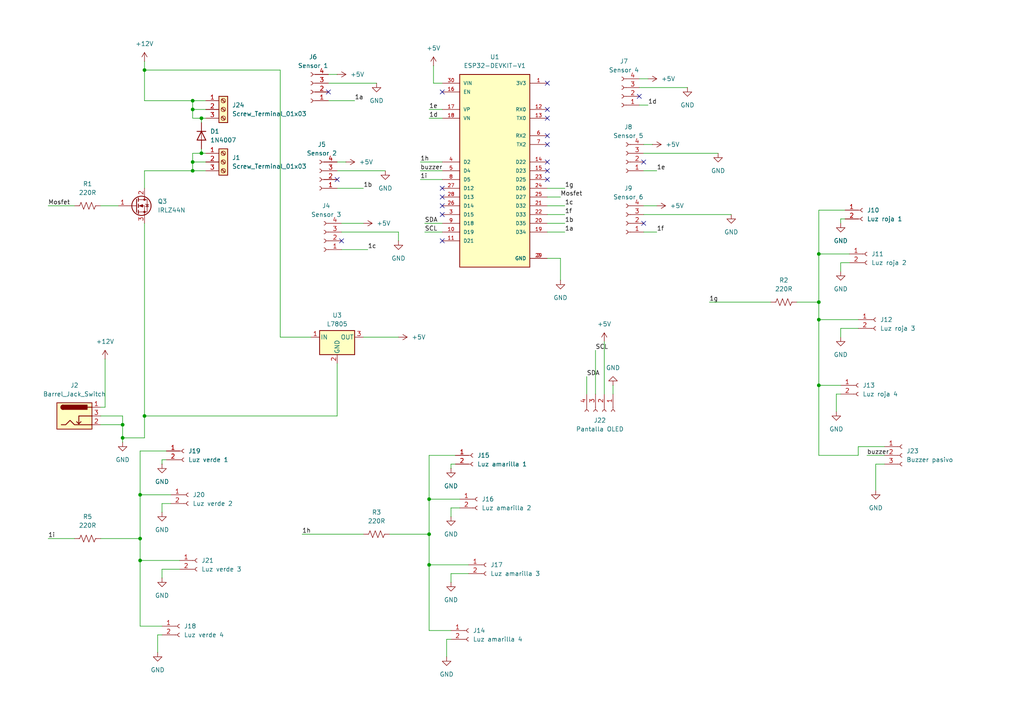
<source format=kicad_sch>
(kicad_sch
	(version 20231120)
	(generator "eeschema")
	(generator_version "8.0")
	(uuid "ca6da984-0e49-4e2b-a475-3d1ac4bc8c5b")
	(paper "A4")
	(lib_symbols
		(symbol "Connector:Barrel_Jack_Switch"
			(pin_names hide)
			(exclude_from_sim no)
			(in_bom yes)
			(on_board yes)
			(property "Reference" "J"
				(at 0 5.334 0)
				(effects
					(font
						(size 1.27 1.27)
					)
				)
			)
			(property "Value" "Barrel_Jack_Switch"
				(at 0 -5.08 0)
				(effects
					(font
						(size 1.27 1.27)
					)
				)
			)
			(property "Footprint" ""
				(at 1.27 -1.016 0)
				(effects
					(font
						(size 1.27 1.27)
					)
					(hide yes)
				)
			)
			(property "Datasheet" "~"
				(at 1.27 -1.016 0)
				(effects
					(font
						(size 1.27 1.27)
					)
					(hide yes)
				)
			)
			(property "Description" "DC Barrel Jack with an internal switch"
				(at 0 0 0)
				(effects
					(font
						(size 1.27 1.27)
					)
					(hide yes)
				)
			)
			(property "ki_keywords" "DC power barrel jack connector"
				(at 0 0 0)
				(effects
					(font
						(size 1.27 1.27)
					)
					(hide yes)
				)
			)
			(property "ki_fp_filters" "BarrelJack*"
				(at 0 0 0)
				(effects
					(font
						(size 1.27 1.27)
					)
					(hide yes)
				)
			)
			(symbol "Barrel_Jack_Switch_0_1"
				(rectangle
					(start -5.08 3.81)
					(end 5.08 -3.81)
					(stroke
						(width 0.254)
						(type default)
					)
					(fill
						(type background)
					)
				)
				(arc
					(start -3.302 3.175)
					(mid -3.9343 2.54)
					(end -3.302 1.905)
					(stroke
						(width 0.254)
						(type default)
					)
					(fill
						(type none)
					)
				)
				(arc
					(start -3.302 3.175)
					(mid -3.9343 2.54)
					(end -3.302 1.905)
					(stroke
						(width 0.254)
						(type default)
					)
					(fill
						(type outline)
					)
				)
				(polyline
					(pts
						(xy 1.27 -2.286) (xy 1.905 -1.651)
					)
					(stroke
						(width 0.254)
						(type default)
					)
					(fill
						(type none)
					)
				)
				(polyline
					(pts
						(xy 5.08 2.54) (xy 3.81 2.54)
					)
					(stroke
						(width 0.254)
						(type default)
					)
					(fill
						(type none)
					)
				)
				(polyline
					(pts
						(xy 5.08 0) (xy 1.27 0) (xy 1.27 -2.286) (xy 0.635 -1.651)
					)
					(stroke
						(width 0.254)
						(type default)
					)
					(fill
						(type none)
					)
				)
				(polyline
					(pts
						(xy -3.81 -2.54) (xy -2.54 -2.54) (xy -1.27 -1.27) (xy 0 -2.54) (xy 2.54 -2.54) (xy 5.08 -2.54)
					)
					(stroke
						(width 0.254)
						(type default)
					)
					(fill
						(type none)
					)
				)
				(rectangle
					(start 3.683 3.175)
					(end -3.302 1.905)
					(stroke
						(width 0.254)
						(type default)
					)
					(fill
						(type outline)
					)
				)
			)
			(symbol "Barrel_Jack_Switch_1_1"
				(pin passive line
					(at 7.62 2.54 180)
					(length 2.54)
					(name "~"
						(effects
							(font
								(size 1.27 1.27)
							)
						)
					)
					(number "1"
						(effects
							(font
								(size 1.27 1.27)
							)
						)
					)
				)
				(pin passive line
					(at 7.62 -2.54 180)
					(length 2.54)
					(name "~"
						(effects
							(font
								(size 1.27 1.27)
							)
						)
					)
					(number "2"
						(effects
							(font
								(size 1.27 1.27)
							)
						)
					)
				)
				(pin passive line
					(at 7.62 0 180)
					(length 2.54)
					(name "~"
						(effects
							(font
								(size 1.27 1.27)
							)
						)
					)
					(number "3"
						(effects
							(font
								(size 1.27 1.27)
							)
						)
					)
				)
			)
		)
		(symbol "Connector:Conn_01x02_Socket"
			(pin_names
				(offset 1.016) hide)
			(exclude_from_sim no)
			(in_bom yes)
			(on_board yes)
			(property "Reference" "J"
				(at 0 2.54 0)
				(effects
					(font
						(size 1.27 1.27)
					)
				)
			)
			(property "Value" "Conn_01x02_Socket"
				(at 0 -5.08 0)
				(effects
					(font
						(size 1.27 1.27)
					)
				)
			)
			(property "Footprint" ""
				(at 0 0 0)
				(effects
					(font
						(size 1.27 1.27)
					)
					(hide yes)
				)
			)
			(property "Datasheet" "~"
				(at 0 0 0)
				(effects
					(font
						(size 1.27 1.27)
					)
					(hide yes)
				)
			)
			(property "Description" "Generic connector, single row, 01x02, script generated"
				(at 0 0 0)
				(effects
					(font
						(size 1.27 1.27)
					)
					(hide yes)
				)
			)
			(property "ki_locked" ""
				(at 0 0 0)
				(effects
					(font
						(size 1.27 1.27)
					)
				)
			)
			(property "ki_keywords" "connector"
				(at 0 0 0)
				(effects
					(font
						(size 1.27 1.27)
					)
					(hide yes)
				)
			)
			(property "ki_fp_filters" "Connector*:*_1x??_*"
				(at 0 0 0)
				(effects
					(font
						(size 1.27 1.27)
					)
					(hide yes)
				)
			)
			(symbol "Conn_01x02_Socket_1_1"
				(arc
					(start 0 -2.032)
					(mid -0.5058 -2.54)
					(end 0 -3.048)
					(stroke
						(width 0.1524)
						(type default)
					)
					(fill
						(type none)
					)
				)
				(polyline
					(pts
						(xy -1.27 -2.54) (xy -0.508 -2.54)
					)
					(stroke
						(width 0.1524)
						(type default)
					)
					(fill
						(type none)
					)
				)
				(polyline
					(pts
						(xy -1.27 0) (xy -0.508 0)
					)
					(stroke
						(width 0.1524)
						(type default)
					)
					(fill
						(type none)
					)
				)
				(arc
					(start 0 0.508)
					(mid -0.5058 0)
					(end 0 -0.508)
					(stroke
						(width 0.1524)
						(type default)
					)
					(fill
						(type none)
					)
				)
				(pin passive line
					(at -5.08 0 0)
					(length 3.81)
					(name "Pin_1"
						(effects
							(font
								(size 1.27 1.27)
							)
						)
					)
					(number "1"
						(effects
							(font
								(size 1.27 1.27)
							)
						)
					)
				)
				(pin passive line
					(at -5.08 -2.54 0)
					(length 3.81)
					(name "Pin_2"
						(effects
							(font
								(size 1.27 1.27)
							)
						)
					)
					(number "2"
						(effects
							(font
								(size 1.27 1.27)
							)
						)
					)
				)
			)
		)
		(symbol "Connector:Conn_01x03_Socket"
			(pin_names
				(offset 1.016) hide)
			(exclude_from_sim no)
			(in_bom yes)
			(on_board yes)
			(property "Reference" "J"
				(at 0 5.08 0)
				(effects
					(font
						(size 1.27 1.27)
					)
				)
			)
			(property "Value" "Conn_01x03_Socket"
				(at 0 -5.08 0)
				(effects
					(font
						(size 1.27 1.27)
					)
				)
			)
			(property "Footprint" ""
				(at 0 0 0)
				(effects
					(font
						(size 1.27 1.27)
					)
					(hide yes)
				)
			)
			(property "Datasheet" "~"
				(at 0 0 0)
				(effects
					(font
						(size 1.27 1.27)
					)
					(hide yes)
				)
			)
			(property "Description" "Generic connector, single row, 01x03, script generated"
				(at 0 0 0)
				(effects
					(font
						(size 1.27 1.27)
					)
					(hide yes)
				)
			)
			(property "ki_locked" ""
				(at 0 0 0)
				(effects
					(font
						(size 1.27 1.27)
					)
				)
			)
			(property "ki_keywords" "connector"
				(at 0 0 0)
				(effects
					(font
						(size 1.27 1.27)
					)
					(hide yes)
				)
			)
			(property "ki_fp_filters" "Connector*:*_1x??_*"
				(at 0 0 0)
				(effects
					(font
						(size 1.27 1.27)
					)
					(hide yes)
				)
			)
			(symbol "Conn_01x03_Socket_1_1"
				(arc
					(start 0 -2.032)
					(mid -0.5058 -2.54)
					(end 0 -3.048)
					(stroke
						(width 0.1524)
						(type default)
					)
					(fill
						(type none)
					)
				)
				(polyline
					(pts
						(xy -1.27 -2.54) (xy -0.508 -2.54)
					)
					(stroke
						(width 0.1524)
						(type default)
					)
					(fill
						(type none)
					)
				)
				(polyline
					(pts
						(xy -1.27 0) (xy -0.508 0)
					)
					(stroke
						(width 0.1524)
						(type default)
					)
					(fill
						(type none)
					)
				)
				(polyline
					(pts
						(xy -1.27 2.54) (xy -0.508 2.54)
					)
					(stroke
						(width 0.1524)
						(type default)
					)
					(fill
						(type none)
					)
				)
				(arc
					(start 0 0.508)
					(mid -0.5058 0)
					(end 0 -0.508)
					(stroke
						(width 0.1524)
						(type default)
					)
					(fill
						(type none)
					)
				)
				(arc
					(start 0 3.048)
					(mid -0.5058 2.54)
					(end 0 2.032)
					(stroke
						(width 0.1524)
						(type default)
					)
					(fill
						(type none)
					)
				)
				(pin passive line
					(at -5.08 2.54 0)
					(length 3.81)
					(name "Pin_1"
						(effects
							(font
								(size 1.27 1.27)
							)
						)
					)
					(number "1"
						(effects
							(font
								(size 1.27 1.27)
							)
						)
					)
				)
				(pin passive line
					(at -5.08 0 0)
					(length 3.81)
					(name "Pin_2"
						(effects
							(font
								(size 1.27 1.27)
							)
						)
					)
					(number "2"
						(effects
							(font
								(size 1.27 1.27)
							)
						)
					)
				)
				(pin passive line
					(at -5.08 -2.54 0)
					(length 3.81)
					(name "Pin_3"
						(effects
							(font
								(size 1.27 1.27)
							)
						)
					)
					(number "3"
						(effects
							(font
								(size 1.27 1.27)
							)
						)
					)
				)
			)
		)
		(symbol "Connector:Conn_01x04_Socket"
			(pin_names
				(offset 1.016) hide)
			(exclude_from_sim no)
			(in_bom yes)
			(on_board yes)
			(property "Reference" "J"
				(at 0 5.08 0)
				(effects
					(font
						(size 1.27 1.27)
					)
				)
			)
			(property "Value" "Conn_01x04_Socket"
				(at 0 -7.62 0)
				(effects
					(font
						(size 1.27 1.27)
					)
				)
			)
			(property "Footprint" ""
				(at 0 0 0)
				(effects
					(font
						(size 1.27 1.27)
					)
					(hide yes)
				)
			)
			(property "Datasheet" "~"
				(at 0 0 0)
				(effects
					(font
						(size 1.27 1.27)
					)
					(hide yes)
				)
			)
			(property "Description" "Generic connector, single row, 01x04, script generated"
				(at 0 0 0)
				(effects
					(font
						(size 1.27 1.27)
					)
					(hide yes)
				)
			)
			(property "ki_locked" ""
				(at 0 0 0)
				(effects
					(font
						(size 1.27 1.27)
					)
				)
			)
			(property "ki_keywords" "connector"
				(at 0 0 0)
				(effects
					(font
						(size 1.27 1.27)
					)
					(hide yes)
				)
			)
			(property "ki_fp_filters" "Connector*:*_1x??_*"
				(at 0 0 0)
				(effects
					(font
						(size 1.27 1.27)
					)
					(hide yes)
				)
			)
			(symbol "Conn_01x04_Socket_1_1"
				(arc
					(start 0 -4.572)
					(mid -0.5058 -5.08)
					(end 0 -5.588)
					(stroke
						(width 0.1524)
						(type default)
					)
					(fill
						(type none)
					)
				)
				(arc
					(start 0 -2.032)
					(mid -0.5058 -2.54)
					(end 0 -3.048)
					(stroke
						(width 0.1524)
						(type default)
					)
					(fill
						(type none)
					)
				)
				(polyline
					(pts
						(xy -1.27 -5.08) (xy -0.508 -5.08)
					)
					(stroke
						(width 0.1524)
						(type default)
					)
					(fill
						(type none)
					)
				)
				(polyline
					(pts
						(xy -1.27 -2.54) (xy -0.508 -2.54)
					)
					(stroke
						(width 0.1524)
						(type default)
					)
					(fill
						(type none)
					)
				)
				(polyline
					(pts
						(xy -1.27 0) (xy -0.508 0)
					)
					(stroke
						(width 0.1524)
						(type default)
					)
					(fill
						(type none)
					)
				)
				(polyline
					(pts
						(xy -1.27 2.54) (xy -0.508 2.54)
					)
					(stroke
						(width 0.1524)
						(type default)
					)
					(fill
						(type none)
					)
				)
				(arc
					(start 0 0.508)
					(mid -0.5058 0)
					(end 0 -0.508)
					(stroke
						(width 0.1524)
						(type default)
					)
					(fill
						(type none)
					)
				)
				(arc
					(start 0 3.048)
					(mid -0.5058 2.54)
					(end 0 2.032)
					(stroke
						(width 0.1524)
						(type default)
					)
					(fill
						(type none)
					)
				)
				(pin passive line
					(at -5.08 2.54 0)
					(length 3.81)
					(name "Pin_1"
						(effects
							(font
								(size 1.27 1.27)
							)
						)
					)
					(number "1"
						(effects
							(font
								(size 1.27 1.27)
							)
						)
					)
				)
				(pin passive line
					(at -5.08 0 0)
					(length 3.81)
					(name "Pin_2"
						(effects
							(font
								(size 1.27 1.27)
							)
						)
					)
					(number "2"
						(effects
							(font
								(size 1.27 1.27)
							)
						)
					)
				)
				(pin passive line
					(at -5.08 -2.54 0)
					(length 3.81)
					(name "Pin_3"
						(effects
							(font
								(size 1.27 1.27)
							)
						)
					)
					(number "3"
						(effects
							(font
								(size 1.27 1.27)
							)
						)
					)
				)
				(pin passive line
					(at -5.08 -5.08 0)
					(length 3.81)
					(name "Pin_4"
						(effects
							(font
								(size 1.27 1.27)
							)
						)
					)
					(number "4"
						(effects
							(font
								(size 1.27 1.27)
							)
						)
					)
				)
			)
		)
		(symbol "Connector:Screw_Terminal_01x03"
			(pin_names
				(offset 1.016) hide)
			(exclude_from_sim no)
			(in_bom yes)
			(on_board yes)
			(property "Reference" "J"
				(at 0 5.08 0)
				(effects
					(font
						(size 1.27 1.27)
					)
				)
			)
			(property "Value" "Screw_Terminal_01x03"
				(at 0 -5.08 0)
				(effects
					(font
						(size 1.27 1.27)
					)
				)
			)
			(property "Footprint" ""
				(at 0 0 0)
				(effects
					(font
						(size 1.27 1.27)
					)
					(hide yes)
				)
			)
			(property "Datasheet" "~"
				(at 0 0 0)
				(effects
					(font
						(size 1.27 1.27)
					)
					(hide yes)
				)
			)
			(property "Description" "Generic screw terminal, single row, 01x03, script generated (kicad-library-utils/schlib/autogen/connector/)"
				(at 0 0 0)
				(effects
					(font
						(size 1.27 1.27)
					)
					(hide yes)
				)
			)
			(property "ki_keywords" "screw terminal"
				(at 0 0 0)
				(effects
					(font
						(size 1.27 1.27)
					)
					(hide yes)
				)
			)
			(property "ki_fp_filters" "TerminalBlock*:*"
				(at 0 0 0)
				(effects
					(font
						(size 1.27 1.27)
					)
					(hide yes)
				)
			)
			(symbol "Screw_Terminal_01x03_1_1"
				(rectangle
					(start -1.27 3.81)
					(end 1.27 -3.81)
					(stroke
						(width 0.254)
						(type default)
					)
					(fill
						(type background)
					)
				)
				(circle
					(center 0 -2.54)
					(radius 0.635)
					(stroke
						(width 0.1524)
						(type default)
					)
					(fill
						(type none)
					)
				)
				(polyline
					(pts
						(xy -0.5334 -2.2098) (xy 0.3302 -3.048)
					)
					(stroke
						(width 0.1524)
						(type default)
					)
					(fill
						(type none)
					)
				)
				(polyline
					(pts
						(xy -0.5334 0.3302) (xy 0.3302 -0.508)
					)
					(stroke
						(width 0.1524)
						(type default)
					)
					(fill
						(type none)
					)
				)
				(polyline
					(pts
						(xy -0.5334 2.8702) (xy 0.3302 2.032)
					)
					(stroke
						(width 0.1524)
						(type default)
					)
					(fill
						(type none)
					)
				)
				(polyline
					(pts
						(xy -0.3556 -2.032) (xy 0.508 -2.8702)
					)
					(stroke
						(width 0.1524)
						(type default)
					)
					(fill
						(type none)
					)
				)
				(polyline
					(pts
						(xy -0.3556 0.508) (xy 0.508 -0.3302)
					)
					(stroke
						(width 0.1524)
						(type default)
					)
					(fill
						(type none)
					)
				)
				(polyline
					(pts
						(xy -0.3556 3.048) (xy 0.508 2.2098)
					)
					(stroke
						(width 0.1524)
						(type default)
					)
					(fill
						(type none)
					)
				)
				(circle
					(center 0 0)
					(radius 0.635)
					(stroke
						(width 0.1524)
						(type default)
					)
					(fill
						(type none)
					)
				)
				(circle
					(center 0 2.54)
					(radius 0.635)
					(stroke
						(width 0.1524)
						(type default)
					)
					(fill
						(type none)
					)
				)
				(pin passive line
					(at -5.08 2.54 0)
					(length 3.81)
					(name "Pin_1"
						(effects
							(font
								(size 1.27 1.27)
							)
						)
					)
					(number "1"
						(effects
							(font
								(size 1.27 1.27)
							)
						)
					)
				)
				(pin passive line
					(at -5.08 0 0)
					(length 3.81)
					(name "Pin_2"
						(effects
							(font
								(size 1.27 1.27)
							)
						)
					)
					(number "2"
						(effects
							(font
								(size 1.27 1.27)
							)
						)
					)
				)
				(pin passive line
					(at -5.08 -2.54 0)
					(length 3.81)
					(name "Pin_3"
						(effects
							(font
								(size 1.27 1.27)
							)
						)
					)
					(number "3"
						(effects
							(font
								(size 1.27 1.27)
							)
						)
					)
				)
			)
		)
		(symbol "Device:R_US"
			(pin_numbers hide)
			(pin_names
				(offset 0)
			)
			(exclude_from_sim no)
			(in_bom yes)
			(on_board yes)
			(property "Reference" "R"
				(at 2.54 0 90)
				(effects
					(font
						(size 1.27 1.27)
					)
				)
			)
			(property "Value" "R_US"
				(at -2.54 0 90)
				(effects
					(font
						(size 1.27 1.27)
					)
				)
			)
			(property "Footprint" ""
				(at 1.016 -0.254 90)
				(effects
					(font
						(size 1.27 1.27)
					)
					(hide yes)
				)
			)
			(property "Datasheet" "~"
				(at 0 0 0)
				(effects
					(font
						(size 1.27 1.27)
					)
					(hide yes)
				)
			)
			(property "Description" "Resistor, US symbol"
				(at 0 0 0)
				(effects
					(font
						(size 1.27 1.27)
					)
					(hide yes)
				)
			)
			(property "ki_keywords" "R res resistor"
				(at 0 0 0)
				(effects
					(font
						(size 1.27 1.27)
					)
					(hide yes)
				)
			)
			(property "ki_fp_filters" "R_*"
				(at 0 0 0)
				(effects
					(font
						(size 1.27 1.27)
					)
					(hide yes)
				)
			)
			(symbol "R_US_0_1"
				(polyline
					(pts
						(xy 0 -2.286) (xy 0 -2.54)
					)
					(stroke
						(width 0)
						(type default)
					)
					(fill
						(type none)
					)
				)
				(polyline
					(pts
						(xy 0 2.286) (xy 0 2.54)
					)
					(stroke
						(width 0)
						(type default)
					)
					(fill
						(type none)
					)
				)
				(polyline
					(pts
						(xy 0 -0.762) (xy 1.016 -1.143) (xy 0 -1.524) (xy -1.016 -1.905) (xy 0 -2.286)
					)
					(stroke
						(width 0)
						(type default)
					)
					(fill
						(type none)
					)
				)
				(polyline
					(pts
						(xy 0 0.762) (xy 1.016 0.381) (xy 0 0) (xy -1.016 -0.381) (xy 0 -0.762)
					)
					(stroke
						(width 0)
						(type default)
					)
					(fill
						(type none)
					)
				)
				(polyline
					(pts
						(xy 0 2.286) (xy 1.016 1.905) (xy 0 1.524) (xy -1.016 1.143) (xy 0 0.762)
					)
					(stroke
						(width 0)
						(type default)
					)
					(fill
						(type none)
					)
				)
			)
			(symbol "R_US_1_1"
				(pin passive line
					(at 0 3.81 270)
					(length 1.27)
					(name "~"
						(effects
							(font
								(size 1.27 1.27)
							)
						)
					)
					(number "1"
						(effects
							(font
								(size 1.27 1.27)
							)
						)
					)
				)
				(pin passive line
					(at 0 -3.81 90)
					(length 1.27)
					(name "~"
						(effects
							(font
								(size 1.27 1.27)
							)
						)
					)
					(number "2"
						(effects
							(font
								(size 1.27 1.27)
							)
						)
					)
				)
			)
		)
		(symbol "Diode:1N4007"
			(pin_numbers hide)
			(pin_names hide)
			(exclude_from_sim no)
			(in_bom yes)
			(on_board yes)
			(property "Reference" "D"
				(at 0 2.54 0)
				(effects
					(font
						(size 1.27 1.27)
					)
				)
			)
			(property "Value" "1N4007"
				(at 0 -2.54 0)
				(effects
					(font
						(size 1.27 1.27)
					)
				)
			)
			(property "Footprint" "Diode_THT:D_DO-41_SOD81_P10.16mm_Horizontal"
				(at 0 -4.445 0)
				(effects
					(font
						(size 1.27 1.27)
					)
					(hide yes)
				)
			)
			(property "Datasheet" "http://www.vishay.com/docs/88503/1n4001.pdf"
				(at 0 0 0)
				(effects
					(font
						(size 1.27 1.27)
					)
					(hide yes)
				)
			)
			(property "Description" "1000V 1A General Purpose Rectifier Diode, DO-41"
				(at 0 0 0)
				(effects
					(font
						(size 1.27 1.27)
					)
					(hide yes)
				)
			)
			(property "Sim.Device" "D"
				(at 0 0 0)
				(effects
					(font
						(size 1.27 1.27)
					)
					(hide yes)
				)
			)
			(property "Sim.Pins" "1=K 2=A"
				(at 0 0 0)
				(effects
					(font
						(size 1.27 1.27)
					)
					(hide yes)
				)
			)
			(property "ki_keywords" "diode"
				(at 0 0 0)
				(effects
					(font
						(size 1.27 1.27)
					)
					(hide yes)
				)
			)
			(property "ki_fp_filters" "D*DO?41*"
				(at 0 0 0)
				(effects
					(font
						(size 1.27 1.27)
					)
					(hide yes)
				)
			)
			(symbol "1N4007_0_1"
				(polyline
					(pts
						(xy -1.27 1.27) (xy -1.27 -1.27)
					)
					(stroke
						(width 0.254)
						(type default)
					)
					(fill
						(type none)
					)
				)
				(polyline
					(pts
						(xy 1.27 0) (xy -1.27 0)
					)
					(stroke
						(width 0)
						(type default)
					)
					(fill
						(type none)
					)
				)
				(polyline
					(pts
						(xy 1.27 1.27) (xy 1.27 -1.27) (xy -1.27 0) (xy 1.27 1.27)
					)
					(stroke
						(width 0.254)
						(type default)
					)
					(fill
						(type none)
					)
				)
			)
			(symbol "1N4007_1_1"
				(pin passive line
					(at -3.81 0 0)
					(length 2.54)
					(name "K"
						(effects
							(font
								(size 1.27 1.27)
							)
						)
					)
					(number "1"
						(effects
							(font
								(size 1.27 1.27)
							)
						)
					)
				)
				(pin passive line
					(at 3.81 0 180)
					(length 2.54)
					(name "A"
						(effects
							(font
								(size 1.27 1.27)
							)
						)
					)
					(number "2"
						(effects
							(font
								(size 1.27 1.27)
							)
						)
					)
				)
			)
		)
		(symbol "Regulator_Linear:L7805"
			(pin_names
				(offset 0.254)
			)
			(exclude_from_sim no)
			(in_bom yes)
			(on_board yes)
			(property "Reference" "U"
				(at -3.81 3.175 0)
				(effects
					(font
						(size 1.27 1.27)
					)
				)
			)
			(property "Value" "L7805"
				(at 0 3.175 0)
				(effects
					(font
						(size 1.27 1.27)
					)
					(justify left)
				)
			)
			(property "Footprint" ""
				(at 0.635 -3.81 0)
				(effects
					(font
						(size 1.27 1.27)
						(italic yes)
					)
					(justify left)
					(hide yes)
				)
			)
			(property "Datasheet" "http://www.st.com/content/ccc/resource/technical/document/datasheet/41/4f/b3/b0/12/d4/47/88/CD00000444.pdf/files/CD00000444.pdf/jcr:content/translations/en.CD00000444.pdf"
				(at 0 -1.27 0)
				(effects
					(font
						(size 1.27 1.27)
					)
					(hide yes)
				)
			)
			(property "Description" "Positive 1.5A 35V Linear Regulator, Fixed Output 5V, TO-220/TO-263/TO-252"
				(at 0 0 0)
				(effects
					(font
						(size 1.27 1.27)
					)
					(hide yes)
				)
			)
			(property "ki_keywords" "Voltage Regulator 1.5A Positive"
				(at 0 0 0)
				(effects
					(font
						(size 1.27 1.27)
					)
					(hide yes)
				)
			)
			(property "ki_fp_filters" "TO?252* TO?263* TO?220*"
				(at 0 0 0)
				(effects
					(font
						(size 1.27 1.27)
					)
					(hide yes)
				)
			)
			(symbol "L7805_0_1"
				(rectangle
					(start -5.08 1.905)
					(end 5.08 -5.08)
					(stroke
						(width 0.254)
						(type default)
					)
					(fill
						(type background)
					)
				)
			)
			(symbol "L7805_1_1"
				(pin power_in line
					(at -7.62 0 0)
					(length 2.54)
					(name "IN"
						(effects
							(font
								(size 1.27 1.27)
							)
						)
					)
					(number "1"
						(effects
							(font
								(size 1.27 1.27)
							)
						)
					)
				)
				(pin power_in line
					(at 0 -7.62 90)
					(length 2.54)
					(name "GND"
						(effects
							(font
								(size 1.27 1.27)
							)
						)
					)
					(number "2"
						(effects
							(font
								(size 1.27 1.27)
							)
						)
					)
				)
				(pin power_out line
					(at 7.62 0 180)
					(length 2.54)
					(name "OUT"
						(effects
							(font
								(size 1.27 1.27)
							)
						)
					)
					(number "3"
						(effects
							(font
								(size 1.27 1.27)
							)
						)
					)
				)
			)
		)
		(symbol "Transistor_FET:IRLZ44N"
			(pin_names hide)
			(exclude_from_sim no)
			(in_bom yes)
			(on_board yes)
			(property "Reference" "Q"
				(at 5.08 1.905 0)
				(effects
					(font
						(size 1.27 1.27)
					)
					(justify left)
				)
			)
			(property "Value" "IRLZ44N"
				(at 5.08 0 0)
				(effects
					(font
						(size 1.27 1.27)
					)
					(justify left)
				)
			)
			(property "Footprint" "Package_TO_SOT_THT:TO-220-3_Vertical"
				(at 5.08 -1.905 0)
				(effects
					(font
						(size 1.27 1.27)
						(italic yes)
					)
					(justify left)
					(hide yes)
				)
			)
			(property "Datasheet" "http://www.irf.com/product-info/datasheets/data/irlz44n.pdf"
				(at 5.08 -3.81 0)
				(effects
					(font
						(size 1.27 1.27)
					)
					(justify left)
					(hide yes)
				)
			)
			(property "Description" "47A Id, 55V Vds, 22mOhm Rds Single N-Channel HEXFET Power MOSFET, TO-220AB"
				(at 0 0 0)
				(effects
					(font
						(size 1.27 1.27)
					)
					(hide yes)
				)
			)
			(property "ki_keywords" "N-Channel HEXFET MOSFET Logic-Level"
				(at 0 0 0)
				(effects
					(font
						(size 1.27 1.27)
					)
					(hide yes)
				)
			)
			(property "ki_fp_filters" "TO?220*"
				(at 0 0 0)
				(effects
					(font
						(size 1.27 1.27)
					)
					(hide yes)
				)
			)
			(symbol "IRLZ44N_0_1"
				(polyline
					(pts
						(xy 0.254 0) (xy -2.54 0)
					)
					(stroke
						(width 0)
						(type default)
					)
					(fill
						(type none)
					)
				)
				(polyline
					(pts
						(xy 0.254 1.905) (xy 0.254 -1.905)
					)
					(stroke
						(width 0.254)
						(type default)
					)
					(fill
						(type none)
					)
				)
				(polyline
					(pts
						(xy 0.762 -1.27) (xy 0.762 -2.286)
					)
					(stroke
						(width 0.254)
						(type default)
					)
					(fill
						(type none)
					)
				)
				(polyline
					(pts
						(xy 0.762 0.508) (xy 0.762 -0.508)
					)
					(stroke
						(width 0.254)
						(type default)
					)
					(fill
						(type none)
					)
				)
				(polyline
					(pts
						(xy 0.762 2.286) (xy 0.762 1.27)
					)
					(stroke
						(width 0.254)
						(type default)
					)
					(fill
						(type none)
					)
				)
				(polyline
					(pts
						(xy 2.54 2.54) (xy 2.54 1.778)
					)
					(stroke
						(width 0)
						(type default)
					)
					(fill
						(type none)
					)
				)
				(polyline
					(pts
						(xy 2.54 -2.54) (xy 2.54 0) (xy 0.762 0)
					)
					(stroke
						(width 0)
						(type default)
					)
					(fill
						(type none)
					)
				)
				(polyline
					(pts
						(xy 0.762 -1.778) (xy 3.302 -1.778) (xy 3.302 1.778) (xy 0.762 1.778)
					)
					(stroke
						(width 0)
						(type default)
					)
					(fill
						(type none)
					)
				)
				(polyline
					(pts
						(xy 1.016 0) (xy 2.032 0.381) (xy 2.032 -0.381) (xy 1.016 0)
					)
					(stroke
						(width 0)
						(type default)
					)
					(fill
						(type outline)
					)
				)
				(polyline
					(pts
						(xy 2.794 0.508) (xy 2.921 0.381) (xy 3.683 0.381) (xy 3.81 0.254)
					)
					(stroke
						(width 0)
						(type default)
					)
					(fill
						(type none)
					)
				)
				(polyline
					(pts
						(xy 3.302 0.381) (xy 2.921 -0.254) (xy 3.683 -0.254) (xy 3.302 0.381)
					)
					(stroke
						(width 0)
						(type default)
					)
					(fill
						(type none)
					)
				)
				(circle
					(center 1.651 0)
					(radius 2.794)
					(stroke
						(width 0.254)
						(type default)
					)
					(fill
						(type none)
					)
				)
				(circle
					(center 2.54 -1.778)
					(radius 0.254)
					(stroke
						(width 0)
						(type default)
					)
					(fill
						(type outline)
					)
				)
				(circle
					(center 2.54 1.778)
					(radius 0.254)
					(stroke
						(width 0)
						(type default)
					)
					(fill
						(type outline)
					)
				)
			)
			(symbol "IRLZ44N_1_1"
				(pin input line
					(at -5.08 0 0)
					(length 2.54)
					(name "G"
						(effects
							(font
								(size 1.27 1.27)
							)
						)
					)
					(number "1"
						(effects
							(font
								(size 1.27 1.27)
							)
						)
					)
				)
				(pin passive line
					(at 2.54 5.08 270)
					(length 2.54)
					(name "D"
						(effects
							(font
								(size 1.27 1.27)
							)
						)
					)
					(number "2"
						(effects
							(font
								(size 1.27 1.27)
							)
						)
					)
				)
				(pin passive line
					(at 2.54 -5.08 90)
					(length 2.54)
					(name "S"
						(effects
							(font
								(size 1.27 1.27)
							)
						)
					)
					(number "3"
						(effects
							(font
								(size 1.27 1.27)
							)
						)
					)
				)
			)
		)
		(symbol "devkit-esp32:ESP32-DEVKIT-V1"
			(pin_names
				(offset 1.016)
			)
			(exclude_from_sim no)
			(in_bom yes)
			(on_board yes)
			(property "Reference" "U"
				(at -10.16 30.48 0)
				(effects
					(font
						(size 1.27 1.27)
					)
					(justify left top)
				)
			)
			(property "Value" "ESP32-DEVKIT-V1"
				(at -10.16 -30.48 0)
				(effects
					(font
						(size 1.27 1.27)
					)
					(justify left bottom)
				)
			)
			(property "Footprint" "ESP32-DEVKIT-V1:MODULE_ESP32_DEVKIT_V1"
				(at 0 0 0)
				(effects
					(font
						(size 1.27 1.27)
					)
					(justify bottom)
					(hide yes)
				)
			)
			(property "Datasheet" ""
				(at 0 0 0)
				(effects
					(font
						(size 1.27 1.27)
					)
					(hide yes)
				)
			)
			(property "Description" ""
				(at 0 0 0)
				(effects
					(font
						(size 1.27 1.27)
					)
					(hide yes)
				)
			)
			(property "MF" "Do it"
				(at 0 0 0)
				(effects
					(font
						(size 1.27 1.27)
					)
					(justify bottom)
					(hide yes)
				)
			)
			(property "MAXIMUM_PACKAGE_HEIGHT" "6.8 mm"
				(at 0 0 0)
				(effects
					(font
						(size 1.27 1.27)
					)
					(justify bottom)
					(hide yes)
				)
			)
			(property "Package" "None"
				(at 0 0 0)
				(effects
					(font
						(size 1.27 1.27)
					)
					(justify bottom)
					(hide yes)
				)
			)
			(property "Price" "None"
				(at 0 0 0)
				(effects
					(font
						(size 1.27 1.27)
					)
					(justify bottom)
					(hide yes)
				)
			)
			(property "Check_prices" "https://www.snapeda.com/parts/ESP32-DEVKIT-V1/Do+it/view-part/?ref=eda"
				(at 0 0 0)
				(effects
					(font
						(size 1.27 1.27)
					)
					(justify bottom)
					(hide yes)
				)
			)
			(property "STANDARD" "Manufacturer Recommendations"
				(at 0 0 0)
				(effects
					(font
						(size 1.27 1.27)
					)
					(justify bottom)
					(hide yes)
				)
			)
			(property "PARTREV" "N/A"
				(at 0 0 0)
				(effects
					(font
						(size 1.27 1.27)
					)
					(justify bottom)
					(hide yes)
				)
			)
			(property "SnapEDA_Link" "https://www.snapeda.com/parts/ESP32-DEVKIT-V1/Do+it/view-part/?ref=snap"
				(at 0 0 0)
				(effects
					(font
						(size 1.27 1.27)
					)
					(justify bottom)
					(hide yes)
				)
			)
			(property "MP" "ESP32-DEVKIT-V1"
				(at 0 0 0)
				(effects
					(font
						(size 1.27 1.27)
					)
					(justify bottom)
					(hide yes)
				)
			)
			(property "Description_1" "\n                        \n                            Dual core, Wi-Fi: 2.4 GHz up to 150 Mbits/s,BLE (Bluetooth Low Energy) and legacy Bluetooth, 32 bits, Up to 240 MHz\n                        \n"
				(at 0 0 0)
				(effects
					(font
						(size 1.27 1.27)
					)
					(justify bottom)
					(hide yes)
				)
			)
			(property "Availability" "Not in stock"
				(at 0 0 0)
				(effects
					(font
						(size 1.27 1.27)
					)
					(justify bottom)
					(hide yes)
				)
			)
			(property "MANUFACTURER" "DOIT"
				(at 0 0 0)
				(effects
					(font
						(size 1.27 1.27)
					)
					(justify bottom)
					(hide yes)
				)
			)
			(symbol "ESP32-DEVKIT-V1_0_0"
				(rectangle
					(start -10.16 -27.94)
					(end 10.16 27.94)
					(stroke
						(width 0.254)
						(type default)
					)
					(fill
						(type background)
					)
				)
				(pin output line
					(at 15.24 25.4 180)
					(length 5.08)
					(name "3V3"
						(effects
							(font
								(size 1.016 1.016)
							)
						)
					)
					(number "1"
						(effects
							(font
								(size 1.016 1.016)
							)
						)
					)
				)
				(pin bidirectional line
					(at -15.24 -17.78 0)
					(length 5.08)
					(name "D19"
						(effects
							(font
								(size 1.016 1.016)
							)
						)
					)
					(number "10"
						(effects
							(font
								(size 1.016 1.016)
							)
						)
					)
				)
				(pin bidirectional line
					(at -15.24 -20.32 0)
					(length 5.08)
					(name "D21"
						(effects
							(font
								(size 1.016 1.016)
							)
						)
					)
					(number "11"
						(effects
							(font
								(size 1.016 1.016)
							)
						)
					)
				)
				(pin input line
					(at 15.24 17.78 180)
					(length 5.08)
					(name "RX0"
						(effects
							(font
								(size 1.016 1.016)
							)
						)
					)
					(number "12"
						(effects
							(font
								(size 1.016 1.016)
							)
						)
					)
				)
				(pin output line
					(at 15.24 15.24 180)
					(length 5.08)
					(name "TX0"
						(effects
							(font
								(size 1.016 1.016)
							)
						)
					)
					(number "13"
						(effects
							(font
								(size 1.016 1.016)
							)
						)
					)
				)
				(pin bidirectional line
					(at 15.24 2.54 180)
					(length 5.08)
					(name "D22"
						(effects
							(font
								(size 1.016 1.016)
							)
						)
					)
					(number "14"
						(effects
							(font
								(size 1.016 1.016)
							)
						)
					)
				)
				(pin bidirectional line
					(at 15.24 0 180)
					(length 5.08)
					(name "D23"
						(effects
							(font
								(size 1.016 1.016)
							)
						)
					)
					(number "15"
						(effects
							(font
								(size 1.016 1.016)
							)
						)
					)
				)
				(pin input line
					(at -15.24 22.86 0)
					(length 5.08)
					(name "EN"
						(effects
							(font
								(size 1.016 1.016)
							)
						)
					)
					(number "16"
						(effects
							(font
								(size 1.016 1.016)
							)
						)
					)
				)
				(pin bidirectional line
					(at -15.24 17.78 0)
					(length 5.08)
					(name "VP"
						(effects
							(font
								(size 1.016 1.016)
							)
						)
					)
					(number "17"
						(effects
							(font
								(size 1.016 1.016)
							)
						)
					)
				)
				(pin bidirectional line
					(at -15.24 15.24 0)
					(length 5.08)
					(name "VN"
						(effects
							(font
								(size 1.016 1.016)
							)
						)
					)
					(number "18"
						(effects
							(font
								(size 1.016 1.016)
							)
						)
					)
				)
				(pin bidirectional line
					(at 15.24 -17.78 180)
					(length 5.08)
					(name "D34"
						(effects
							(font
								(size 1.016 1.016)
							)
						)
					)
					(number "19"
						(effects
							(font
								(size 1.016 1.016)
							)
						)
					)
				)
				(pin power_in line
					(at 15.24 -25.4 180)
					(length 5.08)
					(name "GND"
						(effects
							(font
								(size 1.016 1.016)
							)
						)
					)
					(number "2"
						(effects
							(font
								(size 1.016 1.016)
							)
						)
					)
				)
				(pin bidirectional line
					(at 15.24 -15.24 180)
					(length 5.08)
					(name "D35"
						(effects
							(font
								(size 1.016 1.016)
							)
						)
					)
					(number "20"
						(effects
							(font
								(size 1.016 1.016)
							)
						)
					)
				)
				(pin bidirectional line
					(at 15.24 -10.16 180)
					(length 5.08)
					(name "D32"
						(effects
							(font
								(size 1.016 1.016)
							)
						)
					)
					(number "21"
						(effects
							(font
								(size 1.016 1.016)
							)
						)
					)
				)
				(pin bidirectional line
					(at 15.24 -12.7 180)
					(length 5.08)
					(name "D33"
						(effects
							(font
								(size 1.016 1.016)
							)
						)
					)
					(number "22"
						(effects
							(font
								(size 1.016 1.016)
							)
						)
					)
				)
				(pin bidirectional line
					(at 15.24 -2.54 180)
					(length 5.08)
					(name "D25"
						(effects
							(font
								(size 1.016 1.016)
							)
						)
					)
					(number "23"
						(effects
							(font
								(size 1.016 1.016)
							)
						)
					)
				)
				(pin bidirectional line
					(at 15.24 -5.08 180)
					(length 5.08)
					(name "D26"
						(effects
							(font
								(size 1.016 1.016)
							)
						)
					)
					(number "24"
						(effects
							(font
								(size 1.016 1.016)
							)
						)
					)
				)
				(pin bidirectional line
					(at 15.24 -7.62 180)
					(length 5.08)
					(name "D27"
						(effects
							(font
								(size 1.016 1.016)
							)
						)
					)
					(number "25"
						(effects
							(font
								(size 1.016 1.016)
							)
						)
					)
				)
				(pin bidirectional line
					(at -15.24 -10.16 0)
					(length 5.08)
					(name "D14"
						(effects
							(font
								(size 1.016 1.016)
							)
						)
					)
					(number "26"
						(effects
							(font
								(size 1.016 1.016)
							)
						)
					)
				)
				(pin bidirectional line
					(at -15.24 -5.08 0)
					(length 5.08)
					(name "D12"
						(effects
							(font
								(size 1.016 1.016)
							)
						)
					)
					(number "27"
						(effects
							(font
								(size 1.016 1.016)
							)
						)
					)
				)
				(pin bidirectional line
					(at -15.24 -7.62 0)
					(length 5.08)
					(name "D13"
						(effects
							(font
								(size 1.016 1.016)
							)
						)
					)
					(number "28"
						(effects
							(font
								(size 1.016 1.016)
							)
						)
					)
				)
				(pin power_in line
					(at 15.24 -25.4 180)
					(length 5.08)
					(name "GND"
						(effects
							(font
								(size 1.016 1.016)
							)
						)
					)
					(number "29"
						(effects
							(font
								(size 1.016 1.016)
							)
						)
					)
				)
				(pin bidirectional line
					(at -15.24 -12.7 0)
					(length 5.08)
					(name "D15"
						(effects
							(font
								(size 1.016 1.016)
							)
						)
					)
					(number "3"
						(effects
							(font
								(size 1.016 1.016)
							)
						)
					)
				)
				(pin input line
					(at -15.24 25.4 0)
					(length 5.08)
					(name "VIN"
						(effects
							(font
								(size 1.016 1.016)
							)
						)
					)
					(number "30"
						(effects
							(font
								(size 1.016 1.016)
							)
						)
					)
				)
				(pin bidirectional line
					(at -15.24 2.54 0)
					(length 5.08)
					(name "D2"
						(effects
							(font
								(size 1.016 1.016)
							)
						)
					)
					(number "4"
						(effects
							(font
								(size 1.016 1.016)
							)
						)
					)
				)
				(pin bidirectional line
					(at -15.24 0 0)
					(length 5.08)
					(name "D4"
						(effects
							(font
								(size 1.016 1.016)
							)
						)
					)
					(number "5"
						(effects
							(font
								(size 1.016 1.016)
							)
						)
					)
				)
				(pin input line
					(at 15.24 10.16 180)
					(length 5.08)
					(name "RX2"
						(effects
							(font
								(size 1.016 1.016)
							)
						)
					)
					(number "6"
						(effects
							(font
								(size 1.016 1.016)
							)
						)
					)
				)
				(pin output line
					(at 15.24 7.62 180)
					(length 5.08)
					(name "TX2"
						(effects
							(font
								(size 1.016 1.016)
							)
						)
					)
					(number "7"
						(effects
							(font
								(size 1.016 1.016)
							)
						)
					)
				)
				(pin bidirectional line
					(at -15.24 -2.54 0)
					(length 5.08)
					(name "D5"
						(effects
							(font
								(size 1.016 1.016)
							)
						)
					)
					(number "8"
						(effects
							(font
								(size 1.016 1.016)
							)
						)
					)
				)
				(pin bidirectional line
					(at -15.24 -15.24 0)
					(length 5.08)
					(name "D18"
						(effects
							(font
								(size 1.016 1.016)
							)
						)
					)
					(number "9"
						(effects
							(font
								(size 1.016 1.016)
							)
						)
					)
				)
			)
		)
		(symbol "power:+12V"
			(power)
			(pin_numbers hide)
			(pin_names
				(offset 0) hide)
			(exclude_from_sim no)
			(in_bom yes)
			(on_board yes)
			(property "Reference" "#PWR"
				(at 0 -3.81 0)
				(effects
					(font
						(size 1.27 1.27)
					)
					(hide yes)
				)
			)
			(property "Value" "+12V"
				(at 0 3.556 0)
				(effects
					(font
						(size 1.27 1.27)
					)
				)
			)
			(property "Footprint" ""
				(at 0 0 0)
				(effects
					(font
						(size 1.27 1.27)
					)
					(hide yes)
				)
			)
			(property "Datasheet" ""
				(at 0 0 0)
				(effects
					(font
						(size 1.27 1.27)
					)
					(hide yes)
				)
			)
			(property "Description" "Power symbol creates a global label with name \"+12V\""
				(at 0 0 0)
				(effects
					(font
						(size 1.27 1.27)
					)
					(hide yes)
				)
			)
			(property "ki_keywords" "global power"
				(at 0 0 0)
				(effects
					(font
						(size 1.27 1.27)
					)
					(hide yes)
				)
			)
			(symbol "+12V_0_1"
				(polyline
					(pts
						(xy -0.762 1.27) (xy 0 2.54)
					)
					(stroke
						(width 0)
						(type default)
					)
					(fill
						(type none)
					)
				)
				(polyline
					(pts
						(xy 0 0) (xy 0 2.54)
					)
					(stroke
						(width 0)
						(type default)
					)
					(fill
						(type none)
					)
				)
				(polyline
					(pts
						(xy 0 2.54) (xy 0.762 1.27)
					)
					(stroke
						(width 0)
						(type default)
					)
					(fill
						(type none)
					)
				)
			)
			(symbol "+12V_1_1"
				(pin power_in line
					(at 0 0 90)
					(length 0)
					(name "~"
						(effects
							(font
								(size 1.27 1.27)
							)
						)
					)
					(number "1"
						(effects
							(font
								(size 1.27 1.27)
							)
						)
					)
				)
			)
		)
		(symbol "power:+5V"
			(power)
			(pin_numbers hide)
			(pin_names
				(offset 0) hide)
			(exclude_from_sim no)
			(in_bom yes)
			(on_board yes)
			(property "Reference" "#PWR"
				(at 0 -3.81 0)
				(effects
					(font
						(size 1.27 1.27)
					)
					(hide yes)
				)
			)
			(property "Value" "+5V"
				(at 0 3.556 0)
				(effects
					(font
						(size 1.27 1.27)
					)
				)
			)
			(property "Footprint" ""
				(at 0 0 0)
				(effects
					(font
						(size 1.27 1.27)
					)
					(hide yes)
				)
			)
			(property "Datasheet" ""
				(at 0 0 0)
				(effects
					(font
						(size 1.27 1.27)
					)
					(hide yes)
				)
			)
			(property "Description" "Power symbol creates a global label with name \"+5V\""
				(at 0 0 0)
				(effects
					(font
						(size 1.27 1.27)
					)
					(hide yes)
				)
			)
			(property "ki_keywords" "global power"
				(at 0 0 0)
				(effects
					(font
						(size 1.27 1.27)
					)
					(hide yes)
				)
			)
			(symbol "+5V_0_1"
				(polyline
					(pts
						(xy -0.762 1.27) (xy 0 2.54)
					)
					(stroke
						(width 0)
						(type default)
					)
					(fill
						(type none)
					)
				)
				(polyline
					(pts
						(xy 0 0) (xy 0 2.54)
					)
					(stroke
						(width 0)
						(type default)
					)
					(fill
						(type none)
					)
				)
				(polyline
					(pts
						(xy 0 2.54) (xy 0.762 1.27)
					)
					(stroke
						(width 0)
						(type default)
					)
					(fill
						(type none)
					)
				)
			)
			(symbol "+5V_1_1"
				(pin power_in line
					(at 0 0 90)
					(length 0)
					(name "~"
						(effects
							(font
								(size 1.27 1.27)
							)
						)
					)
					(number "1"
						(effects
							(font
								(size 1.27 1.27)
							)
						)
					)
				)
			)
		)
		(symbol "power:GND"
			(power)
			(pin_numbers hide)
			(pin_names
				(offset 0) hide)
			(exclude_from_sim no)
			(in_bom yes)
			(on_board yes)
			(property "Reference" "#PWR"
				(at 0 -6.35 0)
				(effects
					(font
						(size 1.27 1.27)
					)
					(hide yes)
				)
			)
			(property "Value" "GND"
				(at 0 -3.81 0)
				(effects
					(font
						(size 1.27 1.27)
					)
				)
			)
			(property "Footprint" ""
				(at 0 0 0)
				(effects
					(font
						(size 1.27 1.27)
					)
					(hide yes)
				)
			)
			(property "Datasheet" ""
				(at 0 0 0)
				(effects
					(font
						(size 1.27 1.27)
					)
					(hide yes)
				)
			)
			(property "Description" "Power symbol creates a global label with name \"GND\" , ground"
				(at 0 0 0)
				(effects
					(font
						(size 1.27 1.27)
					)
					(hide yes)
				)
			)
			(property "ki_keywords" "global power"
				(at 0 0 0)
				(effects
					(font
						(size 1.27 1.27)
					)
					(hide yes)
				)
			)
			(symbol "GND_0_1"
				(polyline
					(pts
						(xy 0 0) (xy 0 -1.27) (xy 1.27 -1.27) (xy 0 -2.54) (xy -1.27 -1.27) (xy 0 -1.27)
					)
					(stroke
						(width 0)
						(type default)
					)
					(fill
						(type none)
					)
				)
			)
			(symbol "GND_1_1"
				(pin power_in line
					(at 0 0 270)
					(length 0)
					(name "~"
						(effects
							(font
								(size 1.27 1.27)
							)
						)
					)
					(number "1"
						(effects
							(font
								(size 1.27 1.27)
							)
						)
					)
				)
			)
		)
	)
	(junction
		(at 35.56 123.19)
		(diameter 0)
		(color 0 0 0 0)
		(uuid "045c7156-2449-4ed5-a371-0e39e34cbbb8")
	)
	(junction
		(at 35.56 127)
		(diameter 0)
		(color 0 0 0 0)
		(uuid "08807bf0-3c4c-44b1-af6e-34cd79e9e3ee")
	)
	(junction
		(at 237.49 73.66)
		(diameter 0)
		(color 0 0 0 0)
		(uuid "0ce0f4bb-bc37-4270-b79a-e05c915d8555")
	)
	(junction
		(at 40.64 162.56)
		(diameter 0)
		(color 0 0 0 0)
		(uuid "0d495bd8-e6fc-44e3-80c0-9fed6000cd1f")
	)
	(junction
		(at 55.88 31.75)
		(diameter 0)
		(color 0 0 0 0)
		(uuid "21b09a5c-a68a-4e09-88ab-066c1b4b3a9d")
	)
	(junction
		(at 237.49 92.71)
		(diameter 0)
		(color 0 0 0 0)
		(uuid "3b756ddb-50f1-4272-966c-a160ad028148")
	)
	(junction
		(at 40.64 156.21)
		(diameter 0)
		(color 0 0 0 0)
		(uuid "42ed7a29-a34d-4162-9542-3d59285d838f")
	)
	(junction
		(at 237.49 111.76)
		(diameter 0)
		(color 0 0 0 0)
		(uuid "456c9ff8-78e7-4a02-8c68-741a59bd7508")
	)
	(junction
		(at 124.46 163.83)
		(diameter 0)
		(color 0 0 0 0)
		(uuid "5715fe88-f1d5-4963-ade1-6e7ad32bb8e5")
	)
	(junction
		(at 40.64 143.51)
		(diameter 0)
		(color 0 0 0 0)
		(uuid "7677d347-0be0-49d5-9f2a-4c2b42ca96a7")
	)
	(junction
		(at 124.46 154.94)
		(diameter 0)
		(color 0 0 0 0)
		(uuid "7852de33-8065-479b-aa77-1d5674239385")
	)
	(junction
		(at 58.42 44.45)
		(diameter 0)
		(color 0 0 0 0)
		(uuid "9bef104a-53b5-4756-9575-52f441d6f1b1")
	)
	(junction
		(at 237.49 87.63)
		(diameter 0)
		(color 0 0 0 0)
		(uuid "a21d073c-42cd-41d1-b747-787ac791df20")
	)
	(junction
		(at 58.42 34.29)
		(diameter 0)
		(color 0 0 0 0)
		(uuid "a2738a42-1282-4062-a8db-3fe444c62cb9")
	)
	(junction
		(at 124.46 144.78)
		(diameter 0)
		(color 0 0 0 0)
		(uuid "b2a1470b-d219-4bde-940f-28dfab4d2c89")
	)
	(junction
		(at 55.88 49.53)
		(diameter 0)
		(color 0 0 0 0)
		(uuid "ba4b7a04-f8b4-4075-9062-aa199ce01ee7")
	)
	(junction
		(at 41.91 120.65)
		(diameter 0)
		(color 0 0 0 0)
		(uuid "c65fd531-a3e5-4507-8eea-ecb3de61aa00")
	)
	(junction
		(at 41.91 20.32)
		(diameter 0)
		(color 0 0 0 0)
		(uuid "ccaf677e-0604-41dc-9db2-b8a7eacc09db")
	)
	(junction
		(at 55.88 46.99)
		(diameter 0)
		(color 0 0 0 0)
		(uuid "de621a47-2f11-4359-b31f-6ac13db611bd")
	)
	(junction
		(at 55.88 29.21)
		(diameter 0)
		(color 0 0 0 0)
		(uuid "e1b957a7-feab-4382-b1e1-dcdccfc2ee0a")
	)
	(no_connect
		(at 128.27 57.15)
		(uuid "094c4840-7006-4a97-8b3e-ac33c8c330b3")
	)
	(no_connect
		(at 158.75 46.99)
		(uuid "12481441-87e3-4d83-9d8e-d37abd350c7c")
	)
	(no_connect
		(at 128.27 26.67)
		(uuid "239cde6b-2602-4db7-afe6-8c9967ce3a75")
	)
	(no_connect
		(at 99.06 69.85)
		(uuid "265cf93d-9b91-43a5-a5ba-09dddcd5e960")
	)
	(no_connect
		(at 158.75 24.13)
		(uuid "36cb2e04-e401-4f6d-9ffb-ed9243c71ea8")
	)
	(no_connect
		(at 158.75 52.07)
		(uuid "44d2060c-45ca-4455-afe9-1ef721323b10")
	)
	(no_connect
		(at 158.75 49.53)
		(uuid "4a24310d-1f7a-4752-af1f-632e52abf541")
	)
	(no_connect
		(at 128.27 54.61)
		(uuid "5455843c-68e3-4e5d-84b3-f41cd890afcd")
	)
	(no_connect
		(at 95.25 26.67)
		(uuid "76a2c7df-8b67-4c7e-8c8f-d7595e5ef446")
	)
	(no_connect
		(at 186.69 64.77)
		(uuid "77ed04ab-2dc3-42c7-a767-6cbf946f65c0")
	)
	(no_connect
		(at 185.42 27.94)
		(uuid "806bec24-7253-42bf-9be3-29a03090260d")
	)
	(no_connect
		(at 158.75 41.91)
		(uuid "86c632f9-e929-4392-a6b9-2ac2daa331af")
	)
	(no_connect
		(at 128.27 59.69)
		(uuid "875f25d6-19a3-484b-a6bf-b8e6ab96562d")
	)
	(no_connect
		(at 158.75 34.29)
		(uuid "9defc6c9-1c2c-4333-b449-4faccfc40638")
	)
	(no_connect
		(at 158.75 39.37)
		(uuid "b5c33c8b-ea68-4909-92f8-ffd1db0b79c3")
	)
	(no_connect
		(at 128.27 62.23)
		(uuid "c90e2f03-ab37-4a18-b48a-2b17668c3335")
	)
	(no_connect
		(at 97.79 52.07)
		(uuid "d8fd6d4a-59fa-4aa3-aa4e-6819f838ba0d")
	)
	(no_connect
		(at 158.75 31.75)
		(uuid "decc03ca-5d88-45cd-987d-ead962903d4c")
	)
	(no_connect
		(at 128.27 69.85)
		(uuid "e8d7461e-bfbd-4bcd-8697-50ef14cf487a")
	)
	(no_connect
		(at 186.69 46.99)
		(uuid "ef4e5e42-79d0-4835-82aa-27b6996d268d")
	)
	(wire
		(pts
			(xy 237.49 132.08) (xy 248.92 132.08)
		)
		(stroke
			(width 0)
			(type default)
		)
		(uuid "02248279-1656-48f9-973c-d250df62ea19")
	)
	(wire
		(pts
			(xy 55.88 49.53) (xy 59.69 49.53)
		)
		(stroke
			(width 0)
			(type default)
		)
		(uuid "03adf962-6452-4255-b3c1-1cabd59e0f43")
	)
	(wire
		(pts
			(xy 199.39 25.4) (xy 185.42 25.4)
		)
		(stroke
			(width 0)
			(type default)
		)
		(uuid "0458378d-e21d-4fbb-8931-3d4d4697fc03")
	)
	(wire
		(pts
			(xy 41.91 29.21) (xy 55.88 29.21)
		)
		(stroke
			(width 0)
			(type default)
		)
		(uuid "05c36494-9709-465c-ba85-72d0533cd74d")
	)
	(wire
		(pts
			(xy 248.92 95.25) (xy 243.84 95.25)
		)
		(stroke
			(width 0)
			(type default)
		)
		(uuid "06a1ce6e-11f6-4263-a10e-0deb5ebdc5b4")
	)
	(wire
		(pts
			(xy 55.88 29.21) (xy 59.69 29.21)
		)
		(stroke
			(width 0)
			(type default)
		)
		(uuid "09bec464-ffe7-4475-a94d-2a4703129189")
	)
	(wire
		(pts
			(xy 13.97 59.69) (xy 21.59 59.69)
		)
		(stroke
			(width 0)
			(type default)
		)
		(uuid "0af7636b-3951-4c11-adb7-609468a93821")
	)
	(wire
		(pts
			(xy 115.57 67.31) (xy 115.57 69.85)
		)
		(stroke
			(width 0)
			(type default)
		)
		(uuid "0b492b90-5c48-4801-98c7-67672afe5e7e")
	)
	(wire
		(pts
			(xy 175.26 99.06) (xy 175.26 114.3)
		)
		(stroke
			(width 0)
			(type default)
		)
		(uuid "0d905ac2-12fa-40bb-b23b-b381ab61b0c0")
	)
	(wire
		(pts
			(xy 40.64 181.61) (xy 46.99 181.61)
		)
		(stroke
			(width 0)
			(type default)
		)
		(uuid "0db1f063-dfc7-42a3-b22d-e60758dd4d88")
	)
	(wire
		(pts
			(xy 187.96 22.86) (xy 185.42 22.86)
		)
		(stroke
			(width 0)
			(type default)
		)
		(uuid "0e0a5902-a051-45f6-8269-0a17f6e5a565")
	)
	(wire
		(pts
			(xy 237.49 60.96) (xy 237.49 73.66)
		)
		(stroke
			(width 0)
			(type default)
		)
		(uuid "10d8e16e-472a-4fd1-8fcd-34a6183e4f79")
	)
	(wire
		(pts
			(xy 205.74 87.63) (xy 223.52 87.63)
		)
		(stroke
			(width 0)
			(type default)
		)
		(uuid "11c5b127-1795-41b8-844c-b7f8965024ae")
	)
	(wire
		(pts
			(xy 186.69 49.53) (xy 190.5 49.53)
		)
		(stroke
			(width 0)
			(type default)
		)
		(uuid "17644eee-744c-4a80-9742-86e67115906f")
	)
	(wire
		(pts
			(xy 237.49 92.71) (xy 237.49 111.76)
		)
		(stroke
			(width 0)
			(type default)
		)
		(uuid "182df489-91d8-40b4-8fc4-cb6589fc38b1")
	)
	(wire
		(pts
			(xy 243.84 76.2) (xy 243.84 78.74)
		)
		(stroke
			(width 0)
			(type default)
		)
		(uuid "1b97e5aa-3f7e-475c-89ef-da64f2d16c4e")
	)
	(wire
		(pts
			(xy 46.99 184.15) (xy 45.72 184.15)
		)
		(stroke
			(width 0)
			(type default)
		)
		(uuid "1e298084-2fe9-4ae4-a098-c4ade2f49aa1")
	)
	(wire
		(pts
			(xy 130.81 185.42) (xy 129.54 185.42)
		)
		(stroke
			(width 0)
			(type default)
		)
		(uuid "221aa97e-c0d8-41d5-953b-56b504b8eb88")
	)
	(wire
		(pts
			(xy 87.63 154.94) (xy 105.41 154.94)
		)
		(stroke
			(width 0)
			(type default)
		)
		(uuid "23c0adcc-417a-4327-b646-dec35f1ed7e5")
	)
	(wire
		(pts
			(xy 55.88 46.99) (xy 55.88 49.53)
		)
		(stroke
			(width 0)
			(type default)
		)
		(uuid "24360945-9ca0-4fea-b103-c93aa433f6ee")
	)
	(wire
		(pts
			(xy 59.69 31.75) (xy 55.88 31.75)
		)
		(stroke
			(width 0)
			(type default)
		)
		(uuid "252cb6d3-df83-4ef5-91e4-ab6f2884de0d")
	)
	(wire
		(pts
			(xy 158.75 67.31) (xy 163.83 67.31)
		)
		(stroke
			(width 0)
			(type default)
		)
		(uuid "253263e6-26e2-4912-add5-90d3367e85d0")
	)
	(wire
		(pts
			(xy 162.56 74.93) (xy 162.56 81.28)
		)
		(stroke
			(width 0)
			(type default)
		)
		(uuid "2792ba37-b904-4549-b311-e9f7017e7842")
	)
	(wire
		(pts
			(xy 158.75 74.93) (xy 162.56 74.93)
		)
		(stroke
			(width 0)
			(type default)
		)
		(uuid "281906d0-5c4e-435d-bfe9-f41d92be1c9e")
	)
	(wire
		(pts
			(xy 248.92 129.54) (xy 256.54 129.54)
		)
		(stroke
			(width 0)
			(type default)
		)
		(uuid "290ec024-8d8d-4985-a344-1e224b1f46f1")
	)
	(wire
		(pts
			(xy 97.79 54.61) (xy 105.41 54.61)
		)
		(stroke
			(width 0)
			(type default)
		)
		(uuid "2ba9f67a-d07e-4682-b55a-693bfc0fe258")
	)
	(wire
		(pts
			(xy 121.92 52.07) (xy 128.27 52.07)
		)
		(stroke
			(width 0)
			(type default)
		)
		(uuid "2cd946ca-1840-46f9-b522-8032f64e8450")
	)
	(wire
		(pts
			(xy 41.91 20.32) (xy 41.91 29.21)
		)
		(stroke
			(width 0)
			(type default)
		)
		(uuid "2daba44e-a90b-4fe0-a9e1-213ddffb3f1f")
	)
	(wire
		(pts
			(xy 29.21 120.65) (xy 35.56 120.65)
		)
		(stroke
			(width 0)
			(type default)
		)
		(uuid "2fa58b1a-2987-4468-8e4a-d050c5d80a2a")
	)
	(wire
		(pts
			(xy 237.49 73.66) (xy 246.38 73.66)
		)
		(stroke
			(width 0)
			(type default)
		)
		(uuid "303aef8d-ce7d-46a3-8a39-33a2bf8f225e")
	)
	(wire
		(pts
			(xy 59.69 44.45) (xy 58.42 44.45)
		)
		(stroke
			(width 0)
			(type default)
		)
		(uuid "33e49322-0ba3-43f5-b7a0-ee1652503182")
	)
	(wire
		(pts
			(xy 130.81 147.32) (xy 130.81 149.86)
		)
		(stroke
			(width 0)
			(type default)
		)
		(uuid "3a14d31d-a2cf-499f-b444-ef5e266d47bb")
	)
	(wire
		(pts
			(xy 35.56 120.65) (xy 35.56 123.19)
		)
		(stroke
			(width 0)
			(type default)
		)
		(uuid "40306cc4-8c33-4f02-8ae0-ce03f233552a")
	)
	(wire
		(pts
			(xy 55.88 46.99) (xy 59.69 46.99)
		)
		(stroke
			(width 0)
			(type default)
		)
		(uuid "442f9b8b-fd8e-4964-b500-7b158e06fbd0")
	)
	(wire
		(pts
			(xy 177.8 111.76) (xy 177.8 114.3)
		)
		(stroke
			(width 0)
			(type default)
		)
		(uuid "47c6b975-f328-49c8-9b59-564b9b256787")
	)
	(wire
		(pts
			(xy 111.76 49.53) (xy 97.79 49.53)
		)
		(stroke
			(width 0)
			(type default)
		)
		(uuid "48b1d483-c12e-408d-9b92-cb11fe1619bc")
	)
	(wire
		(pts
			(xy 189.23 41.91) (xy 186.69 41.91)
		)
		(stroke
			(width 0)
			(type default)
		)
		(uuid "49299658-783e-4626-bfb1-43a19c10dc7f")
	)
	(wire
		(pts
			(xy 125.73 19.05) (xy 125.73 24.13)
		)
		(stroke
			(width 0)
			(type default)
		)
		(uuid "497fd68d-aa70-404c-85cc-7b00f460146b")
	)
	(wire
		(pts
			(xy 123.19 67.31) (xy 128.27 67.31)
		)
		(stroke
			(width 0)
			(type default)
		)
		(uuid "4c62a44a-e356-4f9e-afa7-c2111da230b6")
	)
	(wire
		(pts
			(xy 158.75 57.15) (xy 162.56 57.15)
		)
		(stroke
			(width 0)
			(type default)
		)
		(uuid "4c7b6f39-e7f7-4c3f-8a5c-535d2f975cb8")
	)
	(wire
		(pts
			(xy 40.64 162.56) (xy 52.07 162.56)
		)
		(stroke
			(width 0)
			(type default)
		)
		(uuid "4da8cded-e67f-4e62-95ec-f3a49a26c6c0")
	)
	(wire
		(pts
			(xy 46.99 133.35) (xy 46.99 134.62)
		)
		(stroke
			(width 0)
			(type default)
		)
		(uuid "4e74c94d-99d2-4ae8-aa15-4f38eec8408a")
	)
	(wire
		(pts
			(xy 40.64 143.51) (xy 49.53 143.51)
		)
		(stroke
			(width 0)
			(type default)
		)
		(uuid "4f6139a9-51ed-407f-93c8-6bcab01dfaae")
	)
	(wire
		(pts
			(xy 245.11 63.5) (xy 243.84 63.5)
		)
		(stroke
			(width 0)
			(type default)
		)
		(uuid "50f6d1ef-f83d-4fdb-85ba-8f64727be2fb")
	)
	(wire
		(pts
			(xy 30.48 104.14) (xy 30.48 118.11)
		)
		(stroke
			(width 0)
			(type default)
		)
		(uuid "52927a1a-655e-47d3-acdb-fc8e58f8d1e4")
	)
	(wire
		(pts
			(xy 45.72 184.15) (xy 45.72 189.23)
		)
		(stroke
			(width 0)
			(type default)
		)
		(uuid "57cdfe9f-8594-41dc-82d0-9f0b94ea356e")
	)
	(wire
		(pts
			(xy 237.49 60.96) (xy 245.11 60.96)
		)
		(stroke
			(width 0)
			(type default)
		)
		(uuid "58015e6f-1dc7-4a8e-bac4-2e005c05e4a7")
	)
	(wire
		(pts
			(xy 128.27 24.13) (xy 125.73 24.13)
		)
		(stroke
			(width 0)
			(type default)
		)
		(uuid "5807288d-0eb6-4070-a626-64d67ab88499")
	)
	(wire
		(pts
			(xy 248.92 132.08) (xy 248.92 129.54)
		)
		(stroke
			(width 0)
			(type default)
		)
		(uuid "59994151-42fa-4344-87b7-27cb77399998")
	)
	(wire
		(pts
			(xy 113.03 154.94) (xy 124.46 154.94)
		)
		(stroke
			(width 0)
			(type default)
		)
		(uuid "59e42bd1-34b5-41e8-bb2d-264920fdd2e0")
	)
	(wire
		(pts
			(xy 251.46 132.08) (xy 256.54 132.08)
		)
		(stroke
			(width 0)
			(type default)
		)
		(uuid "5c21f4a3-2301-4aa9-8fd0-52078e718071")
	)
	(wire
		(pts
			(xy 124.46 154.94) (xy 124.46 163.83)
		)
		(stroke
			(width 0)
			(type default)
		)
		(uuid "5c622a72-ee5c-45d8-a095-c76ff2842280")
	)
	(wire
		(pts
			(xy 130.81 134.62) (xy 130.81 135.89)
		)
		(stroke
			(width 0)
			(type default)
		)
		(uuid "5e321aa2-5dc0-42f1-8def-60da2a98cb6b")
	)
	(wire
		(pts
			(xy 99.06 64.77) (xy 105.41 64.77)
		)
		(stroke
			(width 0)
			(type default)
		)
		(uuid "60d4d0d1-b5e9-4c4d-802a-e4924820143a")
	)
	(wire
		(pts
			(xy 41.91 120.65) (xy 41.91 127)
		)
		(stroke
			(width 0)
			(type default)
		)
		(uuid "6269c12f-f00a-4f0a-af0f-062aac2be230")
	)
	(wire
		(pts
			(xy 121.92 49.53) (xy 128.27 49.53)
		)
		(stroke
			(width 0)
			(type default)
		)
		(uuid "6726ae01-2195-4098-89d2-60011028eb0f")
	)
	(wire
		(pts
			(xy 46.99 165.1) (xy 46.99 167.64)
		)
		(stroke
			(width 0)
			(type default)
		)
		(uuid "6cba0c93-da5c-403f-931d-c0165922a0bd")
	)
	(wire
		(pts
			(xy 95.25 29.21) (xy 102.87 29.21)
		)
		(stroke
			(width 0)
			(type default)
		)
		(uuid "6ce7c2ee-2e63-4fd4-a4eb-63b814422409")
	)
	(wire
		(pts
			(xy 97.79 21.59) (xy 95.25 21.59)
		)
		(stroke
			(width 0)
			(type default)
		)
		(uuid "6f7a077a-1f68-4dba-925f-ad53b12cf730")
	)
	(wire
		(pts
			(xy 13.97 156.21) (xy 21.59 156.21)
		)
		(stroke
			(width 0)
			(type default)
		)
		(uuid "6fc9ff0e-95fa-4f51-969a-d96eb80f77da")
	)
	(wire
		(pts
			(xy 41.91 64.77) (xy 41.91 120.65)
		)
		(stroke
			(width 0)
			(type default)
		)
		(uuid "7265ace0-f578-4338-9a8d-8fb8cbf8cb7d")
	)
	(wire
		(pts
			(xy 97.79 105.41) (xy 97.79 120.65)
		)
		(stroke
			(width 0)
			(type default)
		)
		(uuid "72e73912-5aba-46d4-aa0e-9d0aabd8652d")
	)
	(wire
		(pts
			(xy 46.99 146.05) (xy 46.99 148.59)
		)
		(stroke
			(width 0)
			(type default)
		)
		(uuid "759039ce-ef68-48b6-9046-4f49bfbe4a65")
	)
	(wire
		(pts
			(xy 124.46 132.08) (xy 124.46 144.78)
		)
		(stroke
			(width 0)
			(type default)
		)
		(uuid "75a9a8a2-6486-4d61-b680-3e1395f543c7")
	)
	(wire
		(pts
			(xy 124.46 163.83) (xy 135.89 163.83)
		)
		(stroke
			(width 0)
			(type default)
		)
		(uuid "77d9f24a-796f-4183-b358-f6c81a09e866")
	)
	(wire
		(pts
			(xy 59.69 34.29) (xy 58.42 34.29)
		)
		(stroke
			(width 0)
			(type default)
		)
		(uuid "7a379100-b873-4b28-b1f8-823b9a79ff2e")
	)
	(wire
		(pts
			(xy 48.26 133.35) (xy 46.99 133.35)
		)
		(stroke
			(width 0)
			(type default)
		)
		(uuid "7aa63fe2-f72f-45f7-98ce-d87e4b3be7b3")
	)
	(wire
		(pts
			(xy 41.91 20.32) (xy 81.28 20.32)
		)
		(stroke
			(width 0)
			(type default)
		)
		(uuid "7b4e7df1-f472-4ee8-95a3-722172fd237a")
	)
	(wire
		(pts
			(xy 237.49 87.63) (xy 237.49 92.71)
		)
		(stroke
			(width 0)
			(type default)
		)
		(uuid "7d73bd5a-6b86-4418-b7e0-4f4aa9e520fc")
	)
	(wire
		(pts
			(xy 186.69 67.31) (xy 190.5 67.31)
		)
		(stroke
			(width 0)
			(type default)
		)
		(uuid "7f7ec71c-a8a3-4083-8336-9fa94edeae47")
	)
	(wire
		(pts
			(xy 124.46 144.78) (xy 124.46 154.94)
		)
		(stroke
			(width 0)
			(type default)
		)
		(uuid "800087f6-56db-4e50-92d7-5a6ca6b26386")
	)
	(wire
		(pts
			(xy 237.49 111.76) (xy 237.49 132.08)
		)
		(stroke
			(width 0)
			(type default)
		)
		(uuid "80e81644-095a-4bda-b61c-e4ee01403900")
	)
	(wire
		(pts
			(xy 41.91 49.53) (xy 41.91 54.61)
		)
		(stroke
			(width 0)
			(type default)
		)
		(uuid "81e3807c-737c-4813-932c-16a114bf61ee")
	)
	(wire
		(pts
			(xy 52.07 165.1) (xy 46.99 165.1)
		)
		(stroke
			(width 0)
			(type default)
		)
		(uuid "829c7412-5283-425e-b8cd-51c363cec55a")
	)
	(wire
		(pts
			(xy 55.88 29.21) (xy 55.88 31.75)
		)
		(stroke
			(width 0)
			(type default)
		)
		(uuid "82a180fa-eaf6-411c-85b5-00f6b78e5dfe")
	)
	(wire
		(pts
			(xy 124.46 144.78) (xy 133.35 144.78)
		)
		(stroke
			(width 0)
			(type default)
		)
		(uuid "897ef259-1638-4681-93e4-e1de42fb6feb")
	)
	(wire
		(pts
			(xy 124.46 31.75) (xy 128.27 31.75)
		)
		(stroke
			(width 0)
			(type default)
		)
		(uuid "8de34a8f-8ed7-4e67-b0d7-91bf0658784f")
	)
	(wire
		(pts
			(xy 186.69 59.69) (xy 190.5 59.69)
		)
		(stroke
			(width 0)
			(type default)
		)
		(uuid "8de4b0f5-0174-46c6-b2e6-3a0dbb595e7d")
	)
	(wire
		(pts
			(xy 158.75 62.23) (xy 163.83 62.23)
		)
		(stroke
			(width 0)
			(type default)
		)
		(uuid "919431d6-11b9-4c9a-a8dc-b5446f762a79")
	)
	(wire
		(pts
			(xy 41.91 49.53) (xy 55.88 49.53)
		)
		(stroke
			(width 0)
			(type default)
		)
		(uuid "947b16ca-416d-412b-9fe9-ccf4f8610221")
	)
	(wire
		(pts
			(xy 123.19 64.77) (xy 128.27 64.77)
		)
		(stroke
			(width 0)
			(type default)
		)
		(uuid "9483869e-79af-42eb-b3f6-f1c20343d1e5")
	)
	(wire
		(pts
			(xy 246.38 76.2) (xy 243.84 76.2)
		)
		(stroke
			(width 0)
			(type default)
		)
		(uuid "9921527a-5f4a-4e5c-8173-f65849d04f3b")
	)
	(wire
		(pts
			(xy 55.88 44.45) (xy 55.88 46.99)
		)
		(stroke
			(width 0)
			(type default)
		)
		(uuid "9938e86a-01e3-4cb5-92d6-66b256b81d2b")
	)
	(wire
		(pts
			(xy 41.91 17.78) (xy 41.91 20.32)
		)
		(stroke
			(width 0)
			(type default)
		)
		(uuid "9a66dcc7-f12e-44f6-a54a-9f0c37f20d9b")
	)
	(wire
		(pts
			(xy 133.35 147.32) (xy 130.81 147.32)
		)
		(stroke
			(width 0)
			(type default)
		)
		(uuid "9e86abe4-c926-4855-a2bb-58f613b86815")
	)
	(wire
		(pts
			(xy 41.91 120.65) (xy 97.79 120.65)
		)
		(stroke
			(width 0)
			(type default)
		)
		(uuid "a2cca332-f096-484f-b735-f0a4785fc896")
	)
	(wire
		(pts
			(xy 186.69 62.23) (xy 212.09 62.23)
		)
		(stroke
			(width 0)
			(type default)
		)
		(uuid "a326cd24-1f99-4913-87a3-135698ec0b23")
	)
	(wire
		(pts
			(xy 29.21 118.11) (xy 30.48 118.11)
		)
		(stroke
			(width 0)
			(type default)
		)
		(uuid "a6393c3b-065e-40a5-afd5-7b92b930578b")
	)
	(wire
		(pts
			(xy 124.46 163.83) (xy 124.46 182.88)
		)
		(stroke
			(width 0)
			(type default)
		)
		(uuid "a6ff97e1-227d-4f23-a850-c534aeacc479")
	)
	(wire
		(pts
			(xy 40.64 130.81) (xy 48.26 130.81)
		)
		(stroke
			(width 0)
			(type default)
		)
		(uuid "ab544490-1607-4c0b-abef-7ae18004bb2b")
	)
	(wire
		(pts
			(xy 109.22 24.13) (xy 95.25 24.13)
		)
		(stroke
			(width 0)
			(type default)
		)
		(uuid "ac5ef335-66ac-427e-8bb8-dd4cefac7b03")
	)
	(wire
		(pts
			(xy 41.91 127) (xy 35.56 127)
		)
		(stroke
			(width 0)
			(type default)
		)
		(uuid "acb3c5f2-0fae-4911-8f13-c88121ff65fb")
	)
	(wire
		(pts
			(xy 105.41 97.79) (xy 115.57 97.79)
		)
		(stroke
			(width 0)
			(type default)
		)
		(uuid "ad6ff7e2-6c92-47da-97e2-0fb728ac3499")
	)
	(wire
		(pts
			(xy 40.64 143.51) (xy 40.64 156.21)
		)
		(stroke
			(width 0)
			(type default)
		)
		(uuid "ae73ec9a-54ac-45d7-b81a-00d9558d0020")
	)
	(wire
		(pts
			(xy 256.54 134.62) (xy 254 134.62)
		)
		(stroke
			(width 0)
			(type default)
		)
		(uuid "ae8b8673-f83b-4fb3-9117-7632a504b897")
	)
	(wire
		(pts
			(xy 40.64 156.21) (xy 40.64 162.56)
		)
		(stroke
			(width 0)
			(type default)
		)
		(uuid "b189c5a6-de05-4a02-ba50-d8c030baf7fe")
	)
	(wire
		(pts
			(xy 237.49 111.76) (xy 243.84 111.76)
		)
		(stroke
			(width 0)
			(type default)
		)
		(uuid "b1eb280a-d63f-47b8-8815-005f28e1a65b")
	)
	(wire
		(pts
			(xy 55.88 31.75) (xy 55.88 34.29)
		)
		(stroke
			(width 0)
			(type default)
		)
		(uuid "b51a6430-8f2a-49ee-a0c1-7694c48eabbf")
	)
	(wire
		(pts
			(xy 29.21 123.19) (xy 35.56 123.19)
		)
		(stroke
			(width 0)
			(type default)
		)
		(uuid "b5f750bb-653d-4afb-b3db-43c522811267")
	)
	(wire
		(pts
			(xy 81.28 20.32) (xy 81.28 97.79)
		)
		(stroke
			(width 0)
			(type default)
		)
		(uuid "b6e18eb6-c15c-4a85-bdc9-b617fb92deed")
	)
	(wire
		(pts
			(xy 129.54 185.42) (xy 129.54 190.5)
		)
		(stroke
			(width 0)
			(type default)
		)
		(uuid "b732315e-7297-4c36-8ff3-0b6387fd558c")
	)
	(wire
		(pts
			(xy 55.88 34.29) (xy 58.42 34.29)
		)
		(stroke
			(width 0)
			(type default)
		)
		(uuid "ba7dad69-d641-4325-a362-ffa66fb20ce0")
	)
	(wire
		(pts
			(xy 170.18 109.22) (xy 170.18 114.3)
		)
		(stroke
			(width 0)
			(type default)
		)
		(uuid "bb4ce6ec-c1c2-470d-ae82-55dc9f7f05de")
	)
	(wire
		(pts
			(xy 29.21 156.21) (xy 40.64 156.21)
		)
		(stroke
			(width 0)
			(type default)
		)
		(uuid "bb58978f-81b1-45ad-8ae2-84700fcdb5c2")
	)
	(wire
		(pts
			(xy 185.42 30.48) (xy 187.96 30.48)
		)
		(stroke
			(width 0)
			(type default)
		)
		(uuid "bc425f2e-cbe0-4f85-b9f6-9a11cf5d4a2b")
	)
	(wire
		(pts
			(xy 35.56 123.19) (xy 35.56 127)
		)
		(stroke
			(width 0)
			(type default)
		)
		(uuid "bd3ed2d0-d330-4575-997a-50dd20511556")
	)
	(wire
		(pts
			(xy 29.21 59.69) (xy 34.29 59.69)
		)
		(stroke
			(width 0)
			(type default)
		)
		(uuid "be623f25-bbfe-4a6f-a690-f209b8d8c118")
	)
	(wire
		(pts
			(xy 243.84 114.3) (xy 242.57 114.3)
		)
		(stroke
			(width 0)
			(type default)
		)
		(uuid "c0b64a0a-97e9-40ea-98c4-3f4e8aa5f29a")
	)
	(wire
		(pts
			(xy 186.69 44.45) (xy 208.28 44.45)
		)
		(stroke
			(width 0)
			(type default)
		)
		(uuid "c1b4fc08-8617-42aa-ab62-04eb872db647")
	)
	(wire
		(pts
			(xy 242.57 114.3) (xy 242.57 119.38)
		)
		(stroke
			(width 0)
			(type default)
		)
		(uuid "c3734fd6-ece8-412e-88cf-f364f144ef28")
	)
	(wire
		(pts
			(xy 158.75 59.69) (xy 163.83 59.69)
		)
		(stroke
			(width 0)
			(type default)
		)
		(uuid "c544dc43-bbff-4b76-8de6-a9946cada383")
	)
	(wire
		(pts
			(xy 243.84 95.25) (xy 243.84 97.79)
		)
		(stroke
			(width 0)
			(type default)
		)
		(uuid "c8ee7485-1347-4b68-97e3-215de42f4ed1")
	)
	(wire
		(pts
			(xy 124.46 132.08) (xy 132.08 132.08)
		)
		(stroke
			(width 0)
			(type default)
		)
		(uuid "d0689405-4386-40bd-aa7d-76261029eed1")
	)
	(wire
		(pts
			(xy 132.08 134.62) (xy 130.81 134.62)
		)
		(stroke
			(width 0)
			(type default)
		)
		(uuid "d2045eea-cecf-43e9-a128-e976cb4f4a49")
	)
	(wire
		(pts
			(xy 237.49 73.66) (xy 237.49 87.63)
		)
		(stroke
			(width 0)
			(type default)
		)
		(uuid "d2b6d4c1-6924-45c2-b4ce-d93211173d5a")
	)
	(wire
		(pts
			(xy 124.46 182.88) (xy 130.81 182.88)
		)
		(stroke
			(width 0)
			(type default)
		)
		(uuid "d2b6ec04-5acc-4d2d-9cc6-58df20c1bc4c")
	)
	(wire
		(pts
			(xy 58.42 44.45) (xy 58.42 43.18)
		)
		(stroke
			(width 0)
			(type default)
		)
		(uuid "d80c76e4-0cc4-40a2-b07c-3dbfca2454a4")
	)
	(wire
		(pts
			(xy 237.49 92.71) (xy 248.92 92.71)
		)
		(stroke
			(width 0)
			(type default)
		)
		(uuid "d86a91e9-7023-486a-b0e2-d0a742275fa9")
	)
	(wire
		(pts
			(xy 58.42 34.29) (xy 58.42 35.56)
		)
		(stroke
			(width 0)
			(type default)
		)
		(uuid "d8973b97-e182-43e1-97df-8c0d5f74829b")
	)
	(wire
		(pts
			(xy 81.28 97.79) (xy 90.17 97.79)
		)
		(stroke
			(width 0)
			(type default)
		)
		(uuid "d91e3754-8ed1-43bb-94c4-15b26490bbc4")
	)
	(wire
		(pts
			(xy 40.64 130.81) (xy 40.64 143.51)
		)
		(stroke
			(width 0)
			(type default)
		)
		(uuid "da717c88-591d-4fac-ae64-32a35664e47a")
	)
	(wire
		(pts
			(xy 130.81 166.37) (xy 130.81 168.91)
		)
		(stroke
			(width 0)
			(type default)
		)
		(uuid "dbbed570-8ecb-4974-8a64-7e61fdcf05d4")
	)
	(wire
		(pts
			(xy 135.89 166.37) (xy 130.81 166.37)
		)
		(stroke
			(width 0)
			(type default)
		)
		(uuid "e1a925d9-a9a8-46fc-bb3a-0adf8e0da002")
	)
	(wire
		(pts
			(xy 49.53 146.05) (xy 46.99 146.05)
		)
		(stroke
			(width 0)
			(type default)
		)
		(uuid "e2857e50-6541-42a2-a64b-f657baf4f2a3")
	)
	(wire
		(pts
			(xy 124.46 34.29) (xy 128.27 34.29)
		)
		(stroke
			(width 0)
			(type default)
		)
		(uuid "e457d5cc-e192-41db-b56e-b7666c6541a2")
	)
	(wire
		(pts
			(xy 243.84 63.5) (xy 243.84 64.77)
		)
		(stroke
			(width 0)
			(type default)
		)
		(uuid "e55d9b04-136c-4c36-86e2-3a60bc9636f3")
	)
	(wire
		(pts
			(xy 35.56 127) (xy 35.56 128.27)
		)
		(stroke
			(width 0)
			(type default)
		)
		(uuid "e57e32f1-774e-48e5-a14e-ac6f30702c57")
	)
	(wire
		(pts
			(xy 100.33 46.99) (xy 97.79 46.99)
		)
		(stroke
			(width 0)
			(type default)
		)
		(uuid "eff5fe10-659f-4668-811b-00e52d8504d7")
	)
	(wire
		(pts
			(xy 99.06 67.31) (xy 115.57 67.31)
		)
		(stroke
			(width 0)
			(type default)
		)
		(uuid "f05a0ad4-22a7-47b6-9875-68af94078d17")
	)
	(wire
		(pts
			(xy 121.92 46.99) (xy 128.27 46.99)
		)
		(stroke
			(width 0)
			(type default)
		)
		(uuid "f2b0fb1c-cd13-46cc-a2b9-5e31923e1812")
	)
	(wire
		(pts
			(xy 172.72 101.6) (xy 172.72 114.3)
		)
		(stroke
			(width 0)
			(type default)
		)
		(uuid "f2efe8d0-8880-46f0-8fec-de17dce3bf03")
	)
	(wire
		(pts
			(xy 158.75 64.77) (xy 163.83 64.77)
		)
		(stroke
			(width 0)
			(type default)
		)
		(uuid "f3956837-9e6f-4ec7-ae6c-ab335ebdc50b")
	)
	(wire
		(pts
			(xy 231.14 87.63) (xy 237.49 87.63)
		)
		(stroke
			(width 0)
			(type default)
		)
		(uuid "f40df207-a6c8-46c0-85da-403fd55da866")
	)
	(wire
		(pts
			(xy 58.42 44.45) (xy 55.88 44.45)
		)
		(stroke
			(width 0)
			(type default)
		)
		(uuid "f5f40af5-052d-4d92-bdf9-52e926fecc37")
	)
	(wire
		(pts
			(xy 40.64 162.56) (xy 40.64 181.61)
		)
		(stroke
			(width 0)
			(type default)
		)
		(uuid "f80a79fe-353e-4700-a59e-ef6664224f98")
	)
	(wire
		(pts
			(xy 158.75 54.61) (xy 163.83 54.61)
		)
		(stroke
			(width 0)
			(type default)
		)
		(uuid "fbc7d9c4-070f-4687-a61d-fb4c1b105454")
	)
	(wire
		(pts
			(xy 99.06 72.39) (xy 106.68 72.39)
		)
		(stroke
			(width 0)
			(type default)
		)
		(uuid "fd6b0dcf-96bc-46c1-94e5-818af614a1f5")
	)
	(wire
		(pts
			(xy 254 134.62) (xy 254 142.24)
		)
		(stroke
			(width 0)
			(type default)
		)
		(uuid "fea39c35-db99-4686-808c-8132ccaa1f9d")
	)
	(label "1c"
		(at 106.68 72.39 0)
		(effects
			(font
				(size 1.27 1.27)
			)
			(justify left bottom)
		)
		(uuid "09d298c2-819c-4e76-bab7-48c92d5546d1")
	)
	(label "1e"
		(at 190.5 49.53 0)
		(effects
			(font
				(size 1.27 1.27)
			)
			(justify left bottom)
		)
		(uuid "0ed7e495-2129-4d32-aaa8-e71add72ad5e")
	)
	(label "Mosfet"
		(at 13.97 59.69 0)
		(effects
			(font
				(size 1.27 1.27)
			)
			(justify left bottom)
		)
		(uuid "34f8c400-5db6-4a2a-b32e-389db1ef1e8a")
	)
	(label "1e"
		(at 124.46 31.75 0)
		(effects
			(font
				(size 1.27 1.27)
			)
			(justify left bottom)
		)
		(uuid "350d4790-d864-426a-a1c9-d9bcb73ad8b6")
	)
	(label "1g"
		(at 163.83 54.61 0)
		(effects
			(font
				(size 1.27 1.27)
			)
			(justify left bottom)
		)
		(uuid "37184a4f-89ed-405d-acd7-92a3470f8c0d")
	)
	(label "1d"
		(at 124.46 34.29 0)
		(effects
			(font
				(size 1.27 1.27)
			)
			(justify left bottom)
		)
		(uuid "395990dd-b6d6-4322-830a-a1641035a43b")
	)
	(label "1h"
		(at 87.63 154.94 0)
		(effects
			(font
				(size 1.27 1.27)
			)
			(justify left bottom)
		)
		(uuid "39bf1ecb-aff7-484d-aa09-cf26c408e4f8")
	)
	(label "1c"
		(at 163.83 59.69 0)
		(effects
			(font
				(size 1.27 1.27)
			)
			(justify left bottom)
		)
		(uuid "4fcbeaab-4262-4011-9b68-cb1b4372fd91")
	)
	(label "1h"
		(at 121.92 46.99 0)
		(effects
			(font
				(size 1.27 1.27)
			)
			(justify left bottom)
		)
		(uuid "641eec6c-b9df-4580-8e79-0205d6bec4d7")
	)
	(label "Mosfet"
		(at 162.56 57.15 0)
		(effects
			(font
				(size 1.27 1.27)
			)
			(justify left bottom)
		)
		(uuid "78ad672c-c58a-4324-96fb-a32d6cac9de1")
	)
	(label "1f"
		(at 190.5 67.31 0)
		(effects
			(font
				(size 1.27 1.27)
			)
			(justify left bottom)
		)
		(uuid "8fef7382-39c5-4dee-b2bb-2d6b3c785a29")
	)
	(label "1g"
		(at 205.74 87.63 0)
		(effects
			(font
				(size 1.27 1.27)
			)
			(justify left bottom)
		)
		(uuid "9cb5ee94-b04e-4d85-8705-6ea3f4bf90ae")
	)
	(label "1i"
		(at 121.92 52.07 0)
		(effects
			(font
				(size 1.27 1.27)
			)
			(justify left bottom)
		)
		(uuid "a50ebefc-bedc-460b-ac26-f8f33dfdf667")
	)
	(label "1a"
		(at 163.83 67.31 0)
		(effects
			(font
				(size 1.27 1.27)
			)
			(justify left bottom)
		)
		(uuid "a819c13e-620e-4ff1-bc5a-0f3e0fabaf1e")
	)
	(label "1i"
		(at 13.97 156.21 0)
		(effects
			(font
				(size 1.27 1.27)
			)
			(justify left bottom)
		)
		(uuid "b5fd4eb4-4978-476f-8ea0-466b49eacd6e")
	)
	(label "buzzer"
		(at 121.92 49.53 0)
		(effects
			(font
				(size 1.27 1.27)
			)
			(justify left bottom)
		)
		(uuid "b7779beb-b184-4094-9ae5-e8fcc41894c5")
	)
	(label "1a"
		(at 102.87 29.21 0)
		(effects
			(font
				(size 1.27 1.27)
			)
			(justify left bottom)
		)
		(uuid "bd78bae2-ea30-49c2-9fbe-ad86881302b9")
	)
	(label "SDA"
		(at 170.18 109.22 0)
		(effects
			(font
				(size 1.27 1.27)
			)
			(justify left bottom)
		)
		(uuid "c09fef5a-0ed1-4c5b-bf72-c91efa75c404")
	)
	(label "SCL"
		(at 123.19 67.31 0)
		(effects
			(font
				(size 1.27 1.27)
			)
			(justify left bottom)
		)
		(uuid "c89821cf-eb7c-45d0-99da-922aec96fbc1")
	)
	(label "SDA"
		(at 123.19 64.77 0)
		(effects
			(font
				(size 1.27 1.27)
			)
			(justify left bottom)
		)
		(uuid "c8b05ba5-2a53-4010-b81d-dfa6ca8070d0")
	)
	(label "1f"
		(at 163.83 62.23 0)
		(effects
			(font
				(size 1.27 1.27)
			)
			(justify left bottom)
		)
		(uuid "cf868c09-ea7e-405b-b4ad-d964fa14fe0b")
	)
	(label "SCL"
		(at 172.72 101.6 0)
		(effects
			(font
				(size 1.27 1.27)
			)
			(justify left bottom)
		)
		(uuid "cfdc5152-8670-4396-954e-9d9c2cab9b0c")
	)
	(label "1b"
		(at 105.41 54.61 0)
		(effects
			(font
				(size 1.27 1.27)
			)
			(justify left bottom)
		)
		(uuid "d8c9e918-13f5-45d3-b5e4-8df12bdd24b2")
	)
	(label "1b"
		(at 163.83 64.77 0)
		(effects
			(font
				(size 1.27 1.27)
			)
			(justify left bottom)
		)
		(uuid "e2c469c6-6e06-4118-b3bb-06869111c70e")
	)
	(label "buzzer"
		(at 251.46 132.08 0)
		(effects
			(font
				(size 1.27 1.27)
			)
			(justify left bottom)
		)
		(uuid "e8db22fc-893e-4f6a-b29c-3150cb2c24a2")
	)
	(label "1d"
		(at 187.96 30.48 0)
		(effects
			(font
				(size 1.27 1.27)
			)
			(justify left bottom)
		)
		(uuid "ff24fa88-32d4-480b-8452-0ae022a686b2")
	)
	(symbol
		(lib_id "devkit-esp32:ESP32-DEVKIT-V1")
		(at 143.51 49.53 0)
		(unit 1)
		(exclude_from_sim no)
		(in_bom yes)
		(on_board yes)
		(dnp no)
		(fields_autoplaced yes)
		(uuid "011ba9e0-4c86-4bc9-946f-7c1a6970a9fc")
		(property "Reference" "U1"
			(at 143.51 16.51 0)
			(effects
				(font
					(size 1.27 1.27)
				)
			)
		)
		(property "Value" "ESP32-DEVKIT-V1"
			(at 143.51 19.05 0)
			(effects
				(font
					(size 1.27 1.27)
				)
			)
		)
		(property "Footprint" "devkitesp-32:MODULE_ESP32_DEVKIT_V1"
			(at 143.51 49.53 0)
			(effects
				(font
					(size 1.27 1.27)
				)
				(justify bottom)
				(hide yes)
			)
		)
		(property "Datasheet" ""
			(at 143.51 49.53 0)
			(effects
				(font
					(size 1.27 1.27)
				)
				(hide yes)
			)
		)
		(property "Description" ""
			(at 143.51 49.53 0)
			(effects
				(font
					(size 1.27 1.27)
				)
				(hide yes)
			)
		)
		(property "MF" "Do it"
			(at 143.51 49.53 0)
			(effects
				(font
					(size 1.27 1.27)
				)
				(justify bottom)
				(hide yes)
			)
		)
		(property "MAXIMUM_PACKAGE_HEIGHT" "6.8 mm"
			(at 143.51 49.53 0)
			(effects
				(font
					(size 1.27 1.27)
				)
				(justify bottom)
				(hide yes)
			)
		)
		(property "Package" "None"
			(at 143.51 49.53 0)
			(effects
				(font
					(size 1.27 1.27)
				)
				(justify bottom)
				(hide yes)
			)
		)
		(property "Price" "None"
			(at 143.51 49.53 0)
			(effects
				(font
					(size 1.27 1.27)
				)
				(justify bottom)
				(hide yes)
			)
		)
		(property "Check_prices" "https://www.snapeda.com/parts/ESP32-DEVKIT-V1/Do+it/view-part/?ref=eda"
			(at 143.51 49.53 0)
			(effects
				(font
					(size 1.27 1.27)
				)
				(justify bottom)
				(hide yes)
			)
		)
		(property "STANDARD" "Manufacturer Recommendations"
			(at 143.51 49.53 0)
			(effects
				(font
					(size 1.27 1.27)
				)
				(justify bottom)
				(hide yes)
			)
		)
		(property "PARTREV" "N/A"
			(at 143.51 49.53 0)
			(effects
				(font
					(size 1.27 1.27)
				)
				(justify bottom)
				(hide yes)
			)
		)
		(property "SnapEDA_Link" "https://www.snapeda.com/parts/ESP32-DEVKIT-V1/Do+it/view-part/?ref=snap"
			(at 143.51 49.53 0)
			(effects
				(font
					(size 1.27 1.27)
				)
				(justify bottom)
				(hide yes)
			)
		)
		(property "MP" "ESP32-DEVKIT-V1"
			(at 143.51 49.53 0)
			(effects
				(font
					(size 1.27 1.27)
				)
				(justify bottom)
				(hide yes)
			)
		)
		(property "Description_1" "\n                        \n                            Dual core, Wi-Fi: 2.4 GHz up to 150 Mbits/s,BLE (Bluetooth Low Energy) and legacy Bluetooth, 32 bits, Up to 240 MHz\n                        \n"
			(at 143.51 49.53 0)
			(effects
				(font
					(size 1.27 1.27)
				)
				(justify bottom)
				(hide yes)
			)
		)
		(property "Availability" "Not in stock"
			(at 143.51 49.53 0)
			(effects
				(font
					(size 1.27 1.27)
				)
				(justify bottom)
				(hide yes)
			)
		)
		(property "MANUFACTURER" "DOIT"
			(at 143.51 49.53 0)
			(effects
				(font
					(size 1.27 1.27)
				)
				(justify bottom)
				(hide yes)
			)
		)
		(pin "3"
			(uuid "fe7acf29-fd77-435a-84dd-3cc2c5a639ae")
		)
		(pin "19"
			(uuid "2d0086fa-de14-4e2d-90a8-1fce11e20435")
		)
		(pin "22"
			(uuid "e09cdd11-3a4b-4502-8a0e-0196078fb927")
		)
		(pin "8"
			(uuid "95e05ee1-ad86-4182-992d-88faf0f0fbde")
		)
		(pin "1"
			(uuid "98b44665-efe9-4462-b8a3-d76ca701caf1")
		)
		(pin "13"
			(uuid "eb80754e-99d0-47ac-a1d3-5c1eec1ff7a2")
		)
		(pin "2"
			(uuid "631f9e70-bd44-4277-8544-26768b4457a6")
		)
		(pin "21"
			(uuid "fde64037-894a-40c0-bf98-8c90c3c9f2e7")
		)
		(pin "26"
			(uuid "4ddca55b-2540-4235-8a4c-cd703a38a495")
		)
		(pin "7"
			(uuid "6d983f33-8962-4128-92b1-944eef438b23")
		)
		(pin "29"
			(uuid "43645e4d-4de7-427b-b125-f62ea2909a68")
		)
		(pin "14"
			(uuid "46eed0d3-7de2-4b10-ab1c-dc3490290adc")
		)
		(pin "17"
			(uuid "fc042028-df37-44b5-aae5-5ace81a25f8c")
		)
		(pin "24"
			(uuid "cbd751ff-0e23-4de5-b267-e06ec0b5cb4e")
		)
		(pin "28"
			(uuid "81714ee0-1d49-4405-9d2c-3ba909f334f6")
		)
		(pin "6"
			(uuid "f925f967-dcdc-43cd-8b5f-ed8f4a11c828")
		)
		(pin "4"
			(uuid "89fac51f-314a-490f-9ed6-b11090c20584")
		)
		(pin "10"
			(uuid "0496f423-0711-4e74-8735-6aa1ddcb54a2")
		)
		(pin "5"
			(uuid "35553832-012b-4b12-9c77-c56a68841af1")
		)
		(pin "27"
			(uuid "6f6bc894-f6fa-48c4-bc7e-add007f29d93")
		)
		(pin "16"
			(uuid "3ed00ed4-3056-4be3-8edd-f0f2107978c9")
		)
		(pin "30"
			(uuid "a0c74aba-dd03-4103-806d-bb7cc5e96709")
		)
		(pin "12"
			(uuid "fe192276-2b0d-4581-a9d2-de623ae42668")
		)
		(pin "11"
			(uuid "a382e4ef-90e2-4e64-8045-ec03654afc07")
		)
		(pin "25"
			(uuid "224f2e67-f5b0-4cc7-a6f4-f85753f656f5")
		)
		(pin "9"
			(uuid "d8a5685d-e140-4554-bb97-68d1ef8486ea")
		)
		(pin "18"
			(uuid "d89d950a-735d-4550-95e4-2257d1cd17d1")
		)
		(pin "20"
			(uuid "7c5bfff1-b49f-44cd-8154-eb7972e1be40")
		)
		(pin "15"
			(uuid "e6c33752-c74d-408f-a74b-d84ecaebcee5")
		)
		(pin "23"
			(uuid "f3ba3be6-2430-43aa-afea-a84d11dd4471")
		)
		(instances
			(project ""
				(path "/ca6da984-0e49-4e2b-a475-3d1ac4bc8c5b"
					(reference "U1")
					(unit 1)
				)
			)
		)
	)
	(symbol
		(lib_id "Device:R_US")
		(at 25.4 59.69 90)
		(unit 1)
		(exclude_from_sim no)
		(in_bom yes)
		(on_board yes)
		(dnp no)
		(fields_autoplaced yes)
		(uuid "09e394f5-3988-4c79-9a00-8041671fa884")
		(property "Reference" "R1"
			(at 25.4 53.34 90)
			(effects
				(font
					(size 1.27 1.27)
				)
			)
		)
		(property "Value" "220R"
			(at 25.4 55.88 90)
			(effects
				(font
					(size 1.27 1.27)
				)
			)
		)
		(property "Footprint" "Resistor_THT:R_Axial_DIN0204_L3.6mm_D1.6mm_P7.62mm_Horizontal"
			(at 25.654 58.674 90)
			(effects
				(font
					(size 1.27 1.27)
				)
				(hide yes)
			)
		)
		(property "Datasheet" "~"
			(at 25.4 59.69 0)
			(effects
				(font
					(size 1.27 1.27)
				)
				(hide yes)
			)
		)
		(property "Description" "Resistor, US symbol"
			(at 25.4 59.69 0)
			(effects
				(font
					(size 1.27 1.27)
				)
				(hide yes)
			)
		)
		(pin "2"
			(uuid "e461ce3a-f3ce-480f-bb75-a6c541e39d75")
		)
		(pin "1"
			(uuid "7d58ee3a-9155-4305-8af7-9744ecbb6c71")
		)
		(instances
			(project "Proyecto-purificador-aire"
				(path "/ca6da984-0e49-4e2b-a475-3d1ac4bc8c5b"
					(reference "R1")
					(unit 1)
				)
			)
		)
	)
	(symbol
		(lib_id "power:GND")
		(at 115.57 69.85 0)
		(unit 1)
		(exclude_from_sim no)
		(in_bom yes)
		(on_board yes)
		(dnp no)
		(fields_autoplaced yes)
		(uuid "18c95288-3800-403b-8802-f8577d7b524d")
		(property "Reference" "#PWR03"
			(at 115.57 76.2 0)
			(effects
				(font
					(size 1.27 1.27)
				)
				(hide yes)
			)
		)
		(property "Value" "GND"
			(at 115.57 74.93 0)
			(effects
				(font
					(size 1.27 1.27)
				)
			)
		)
		(property "Footprint" ""
			(at 115.57 69.85 0)
			(effects
				(font
					(size 1.27 1.27)
				)
				(hide yes)
			)
		)
		(property "Datasheet" ""
			(at 115.57 69.85 0)
			(effects
				(font
					(size 1.27 1.27)
				)
				(hide yes)
			)
		)
		(property "Description" "Power symbol creates a global label with name \"GND\" , ground"
			(at 115.57 69.85 0)
			(effects
				(font
					(size 1.27 1.27)
				)
				(hide yes)
			)
		)
		(pin "1"
			(uuid "535e9376-9ddf-40f1-b812-28aea406d71c")
		)
		(instances
			(project "Proyecto-purificador-aire"
				(path "/ca6da984-0e49-4e2b-a475-3d1ac4bc8c5b"
					(reference "#PWR03")
					(unit 1)
				)
			)
		)
	)
	(symbol
		(lib_id "Device:R_US")
		(at 109.22 154.94 90)
		(unit 1)
		(exclude_from_sim no)
		(in_bom yes)
		(on_board yes)
		(dnp no)
		(fields_autoplaced yes)
		(uuid "1b237e45-ad1d-4ef6-830d-a10ec99bc6ff")
		(property "Reference" "R3"
			(at 109.22 148.59 90)
			(effects
				(font
					(size 1.27 1.27)
				)
			)
		)
		(property "Value" "220R"
			(at 109.22 151.13 90)
			(effects
				(font
					(size 1.27 1.27)
				)
			)
		)
		(property "Footprint" "Resistor_THT:R_Axial_DIN0204_L3.6mm_D1.6mm_P7.62mm_Horizontal"
			(at 109.474 153.924 90)
			(effects
				(font
					(size 1.27 1.27)
				)
				(hide yes)
			)
		)
		(property "Datasheet" "~"
			(at 109.22 154.94 0)
			(effects
				(font
					(size 1.27 1.27)
				)
				(hide yes)
			)
		)
		(property "Description" "Resistor, US symbol"
			(at 109.22 154.94 0)
			(effects
				(font
					(size 1.27 1.27)
				)
				(hide yes)
			)
		)
		(pin "2"
			(uuid "28ab5780-31df-4e3e-ae65-50387c51036d")
		)
		(pin "1"
			(uuid "b51ec4d6-d4cd-4ea0-a18e-bca06a906d35")
		)
		(instances
			(project "Proyecto-purificador-aire"
				(path "/ca6da984-0e49-4e2b-a475-3d1ac4bc8c5b"
					(reference "R3")
					(unit 1)
				)
			)
		)
	)
	(symbol
		(lib_id "Connector:Conn_01x02_Socket")
		(at 54.61 143.51 0)
		(unit 1)
		(exclude_from_sim no)
		(in_bom yes)
		(on_board yes)
		(dnp no)
		(fields_autoplaced yes)
		(uuid "251f2468-0c04-4f8f-8ab3-e8d84e768af5")
		(property "Reference" "J20"
			(at 55.88 143.5099 0)
			(effects
				(font
					(size 1.27 1.27)
				)
				(justify left)
			)
		)
		(property "Value" "Luz verde 2"
			(at 55.88 146.0499 0)
			(effects
				(font
					(size 1.27 1.27)
				)
				(justify left)
			)
		)
		(property "Footprint" "Connector_PinSocket_2.54mm:PinSocket_1x02_P2.54mm_Vertical"
			(at 54.61 143.51 0)
			(effects
				(font
					(size 1.27 1.27)
				)
				(hide yes)
			)
		)
		(property "Datasheet" "~"
			(at 54.61 143.51 0)
			(effects
				(font
					(size 1.27 1.27)
				)
				(hide yes)
			)
		)
		(property "Description" "Generic connector, single row, 01x02, script generated"
			(at 54.61 143.51 0)
			(effects
				(font
					(size 1.27 1.27)
				)
				(hide yes)
			)
		)
		(pin "1"
			(uuid "47fc8dd7-9ca1-4b49-a2bb-9bff7b22c19e")
		)
		(pin "2"
			(uuid "07fbccd1-6642-45c5-b742-85c71310cc2e")
		)
		(instances
			(project "Proyecto-purificador-aire"
				(path "/ca6da984-0e49-4e2b-a475-3d1ac4bc8c5b"
					(reference "J20")
					(unit 1)
				)
			)
		)
	)
	(symbol
		(lib_id "power:+5V")
		(at 97.79 21.59 270)
		(unit 1)
		(exclude_from_sim no)
		(in_bom yes)
		(on_board yes)
		(dnp no)
		(fields_autoplaced yes)
		(uuid "2858c560-e903-4e69-9047-59421eccd0b8")
		(property "Reference" "#PWR09"
			(at 93.98 21.59 0)
			(effects
				(font
					(size 1.27 1.27)
				)
				(hide yes)
			)
		)
		(property "Value" "+5V"
			(at 101.6 21.5899 90)
			(effects
				(font
					(size 1.27 1.27)
				)
				(justify left)
			)
		)
		(property "Footprint" ""
			(at 97.79 21.59 0)
			(effects
				(font
					(size 1.27 1.27)
				)
				(hide yes)
			)
		)
		(property "Datasheet" ""
			(at 97.79 21.59 0)
			(effects
				(font
					(size 1.27 1.27)
				)
				(hide yes)
			)
		)
		(property "Description" "Power symbol creates a global label with name \"+5V\""
			(at 97.79 21.59 0)
			(effects
				(font
					(size 1.27 1.27)
				)
				(hide yes)
			)
		)
		(pin "1"
			(uuid "2bd65653-0bca-4a36-8618-49cb0064b6bf")
		)
		(instances
			(project "Proyecto-purificador-aire"
				(path "/ca6da984-0e49-4e2b-a475-3d1ac4bc8c5b"
					(reference "#PWR09")
					(unit 1)
				)
			)
		)
	)
	(symbol
		(lib_id "power:GND")
		(at 111.76 49.53 0)
		(unit 1)
		(exclude_from_sim no)
		(in_bom yes)
		(on_board yes)
		(dnp no)
		(fields_autoplaced yes)
		(uuid "2cd670b2-49a8-4972-b1de-28d570ac5390")
		(property "Reference" "#PWR06"
			(at 111.76 55.88 0)
			(effects
				(font
					(size 1.27 1.27)
				)
				(hide yes)
			)
		)
		(property "Value" "GND"
			(at 111.76 54.61 0)
			(effects
				(font
					(size 1.27 1.27)
				)
			)
		)
		(property "Footprint" ""
			(at 111.76 49.53 0)
			(effects
				(font
					(size 1.27 1.27)
				)
				(hide yes)
			)
		)
		(property "Datasheet" ""
			(at 111.76 49.53 0)
			(effects
				(font
					(size 1.27 1.27)
				)
				(hide yes)
			)
		)
		(property "Description" "Power symbol creates a global label with name \"GND\" , ground"
			(at 111.76 49.53 0)
			(effects
				(font
					(size 1.27 1.27)
				)
				(hide yes)
			)
		)
		(pin "1"
			(uuid "a625d643-33e1-489d-8c8d-ee5cc61df3c5")
		)
		(instances
			(project "Proyecto-purificador-aire"
				(path "/ca6da984-0e49-4e2b-a475-3d1ac4bc8c5b"
					(reference "#PWR06")
					(unit 1)
				)
			)
		)
	)
	(symbol
		(lib_id "power:GND")
		(at 46.99 167.64 0)
		(unit 1)
		(exclude_from_sim no)
		(in_bom yes)
		(on_board yes)
		(dnp no)
		(fields_autoplaced yes)
		(uuid "2e5927bb-f0de-4439-be4f-241ca98559ab")
		(property "Reference" "#PWR027"
			(at 46.99 173.99 0)
			(effects
				(font
					(size 1.27 1.27)
				)
				(hide yes)
			)
		)
		(property "Value" "GND"
			(at 46.99 172.72 0)
			(effects
				(font
					(size 1.27 1.27)
				)
			)
		)
		(property "Footprint" ""
			(at 46.99 167.64 0)
			(effects
				(font
					(size 1.27 1.27)
				)
				(hide yes)
			)
		)
		(property "Datasheet" ""
			(at 46.99 167.64 0)
			(effects
				(font
					(size 1.27 1.27)
				)
				(hide yes)
			)
		)
		(property "Description" "Power symbol creates a global label with name \"GND\" , ground"
			(at 46.99 167.64 0)
			(effects
				(font
					(size 1.27 1.27)
				)
				(hide yes)
			)
		)
		(pin "1"
			(uuid "c8c8b18c-9c70-4c82-a232-1b64562fb44d")
		)
		(instances
			(project "Proyecto-purificador-aire"
				(path "/ca6da984-0e49-4e2b-a475-3d1ac4bc8c5b"
					(reference "#PWR027")
					(unit 1)
				)
			)
		)
	)
	(symbol
		(lib_id "Device:R_US")
		(at 227.33 87.63 90)
		(unit 1)
		(exclude_from_sim no)
		(in_bom yes)
		(on_board yes)
		(dnp no)
		(fields_autoplaced yes)
		(uuid "305a577e-644e-4564-8c74-2a6cbd71a3ad")
		(property "Reference" "R2"
			(at 227.33 81.28 90)
			(effects
				(font
					(size 1.27 1.27)
				)
			)
		)
		(property "Value" "220R"
			(at 227.33 83.82 90)
			(effects
				(font
					(size 1.27 1.27)
				)
			)
		)
		(property "Footprint" "Resistor_THT:R_Axial_DIN0204_L3.6mm_D1.6mm_P7.62mm_Horizontal"
			(at 227.584 86.614 90)
			(effects
				(font
					(size 1.27 1.27)
				)
				(hide yes)
			)
		)
		(property "Datasheet" "~"
			(at 227.33 87.63 0)
			(effects
				(font
					(size 1.27 1.27)
				)
				(hide yes)
			)
		)
		(property "Description" "Resistor, US symbol"
			(at 227.33 87.63 0)
			(effects
				(font
					(size 1.27 1.27)
				)
				(hide yes)
			)
		)
		(pin "2"
			(uuid "aa7517b1-fd7c-4e1e-aaf8-bf77b8b411fc")
		)
		(pin "1"
			(uuid "b454ade3-4baa-4c00-95d2-f1a5dc567c6c")
		)
		(instances
			(project "Proyecto-purificador-aire"
				(path "/ca6da984-0e49-4e2b-a475-3d1ac4bc8c5b"
					(reference "R2")
					(unit 1)
				)
			)
		)
	)
	(symbol
		(lib_id "Connector:Conn_01x04_Socket")
		(at 90.17 26.67 180)
		(unit 1)
		(exclude_from_sim no)
		(in_bom yes)
		(on_board yes)
		(dnp no)
		(fields_autoplaced yes)
		(uuid "31dbf7df-e22a-406c-ae06-4fba119a57aa")
		(property "Reference" "J6"
			(at 90.805 16.51 0)
			(effects
				(font
					(size 1.27 1.27)
				)
			)
		)
		(property "Value" "Sensor 1"
			(at 90.805 19.05 0)
			(effects
				(font
					(size 1.27 1.27)
				)
			)
		)
		(property "Footprint" "Connector_PinHeader_2.54mm:PinHeader_1x04_P2.54mm_Vertical"
			(at 90.17 26.67 0)
			(effects
				(font
					(size 1.27 1.27)
				)
				(hide yes)
			)
		)
		(property "Datasheet" "~"
			(at 90.17 26.67 0)
			(effects
				(font
					(size 1.27 1.27)
				)
				(hide yes)
			)
		)
		(property "Description" "Generic connector, single row, 01x04, script generated"
			(at 90.17 26.67 0)
			(effects
				(font
					(size 1.27 1.27)
				)
				(hide yes)
			)
		)
		(pin "3"
			(uuid "446230fd-c1be-4e86-9472-78032660cb44")
		)
		(pin "1"
			(uuid "7dadb860-784b-4a11-bc75-b0417bc92489")
		)
		(pin "2"
			(uuid "32abdd15-b2ce-43e9-8d85-644e1f14b085")
		)
		(pin "4"
			(uuid "098da9d4-572d-4400-86e2-a4f327286107")
		)
		(instances
			(project "Proyecto-purificador-aire"
				(path "/ca6da984-0e49-4e2b-a475-3d1ac4bc8c5b"
					(reference "J6")
					(unit 1)
				)
			)
		)
	)
	(symbol
		(lib_id "Connector:Conn_01x02_Socket")
		(at 138.43 144.78 0)
		(unit 1)
		(exclude_from_sim no)
		(in_bom yes)
		(on_board yes)
		(dnp no)
		(fields_autoplaced yes)
		(uuid "31fa4d08-28ab-4083-97e1-d10a4f1f11d7")
		(property "Reference" "J16"
			(at 139.7 144.7799 0)
			(effects
				(font
					(size 1.27 1.27)
				)
				(justify left)
			)
		)
		(property "Value" "Luz amarilla 2"
			(at 139.7 147.3199 0)
			(effects
				(font
					(size 1.27 1.27)
				)
				(justify left)
			)
		)
		(property "Footprint" "Connector_PinSocket_2.54mm:PinSocket_1x02_P2.54mm_Vertical"
			(at 138.43 144.78 0)
			(effects
				(font
					(size 1.27 1.27)
				)
				(hide yes)
			)
		)
		(property "Datasheet" "~"
			(at 138.43 144.78 0)
			(effects
				(font
					(size 1.27 1.27)
				)
				(hide yes)
			)
		)
		(property "Description" "Generic connector, single row, 01x02, script generated"
			(at 138.43 144.78 0)
			(effects
				(font
					(size 1.27 1.27)
				)
				(hide yes)
			)
		)
		(pin "1"
			(uuid "89116589-80c8-4c88-b541-ab25c01bd073")
		)
		(pin "2"
			(uuid "d5d22e08-44af-4437-88ed-d462f1906e5e")
		)
		(instances
			(project "Proyecto-purificador-aire"
				(path "/ca6da984-0e49-4e2b-a475-3d1ac4bc8c5b"
					(reference "J16")
					(unit 1)
				)
			)
		)
	)
	(symbol
		(lib_id "power:GND")
		(at 254 142.24 0)
		(unit 1)
		(exclude_from_sim no)
		(in_bom yes)
		(on_board yes)
		(dnp no)
		(fields_autoplaced yes)
		(uuid "36a671e1-9089-41c1-9aff-14f7f5630002")
		(property "Reference" "#PWR017"
			(at 254 148.59 0)
			(effects
				(font
					(size 1.27 1.27)
				)
				(hide yes)
			)
		)
		(property "Value" "GND"
			(at 254 147.32 0)
			(effects
				(font
					(size 1.27 1.27)
				)
			)
		)
		(property "Footprint" ""
			(at 254 142.24 0)
			(effects
				(font
					(size 1.27 1.27)
				)
				(hide yes)
			)
		)
		(property "Datasheet" ""
			(at 254 142.24 0)
			(effects
				(font
					(size 1.27 1.27)
				)
				(hide yes)
			)
		)
		(property "Description" "Power symbol creates a global label with name \"GND\" , ground"
			(at 254 142.24 0)
			(effects
				(font
					(size 1.27 1.27)
				)
				(hide yes)
			)
		)
		(pin "1"
			(uuid "cdc010d4-db07-4154-be37-dc5d1300bbe9")
		)
		(instances
			(project "Proyecto-purificador-aire"
				(path "/ca6da984-0e49-4e2b-a475-3d1ac4bc8c5b"
					(reference "#PWR017")
					(unit 1)
				)
			)
		)
	)
	(symbol
		(lib_id "power:GND")
		(at 243.84 78.74 0)
		(unit 1)
		(exclude_from_sim no)
		(in_bom yes)
		(on_board yes)
		(dnp no)
		(fields_autoplaced yes)
		(uuid "38f8fc37-3f45-4f3a-8ec1-9109507647fe")
		(property "Reference" "#PWR021"
			(at 243.84 85.09 0)
			(effects
				(font
					(size 1.27 1.27)
				)
				(hide yes)
			)
		)
		(property "Value" "GND"
			(at 243.84 83.82 0)
			(effects
				(font
					(size 1.27 1.27)
				)
			)
		)
		(property "Footprint" ""
			(at 243.84 78.74 0)
			(effects
				(font
					(size 1.27 1.27)
				)
				(hide yes)
			)
		)
		(property "Datasheet" ""
			(at 243.84 78.74 0)
			(effects
				(font
					(size 1.27 1.27)
				)
				(hide yes)
			)
		)
		(property "Description" "Power symbol creates a global label with name \"GND\" , ground"
			(at 243.84 78.74 0)
			(effects
				(font
					(size 1.27 1.27)
				)
				(hide yes)
			)
		)
		(pin "1"
			(uuid "7f67b009-994d-48d0-954f-3345cf499388")
		)
		(instances
			(project "Proyecto-purificador-aire"
				(path "/ca6da984-0e49-4e2b-a475-3d1ac4bc8c5b"
					(reference "#PWR021")
					(unit 1)
				)
			)
		)
	)
	(symbol
		(lib_id "Connector:Barrel_Jack_Switch")
		(at 21.59 120.65 0)
		(unit 1)
		(exclude_from_sim no)
		(in_bom yes)
		(on_board yes)
		(dnp no)
		(fields_autoplaced yes)
		(uuid "3ec5b70d-69cc-44bf-9bda-21d0a41868e7")
		(property "Reference" "J2"
			(at 21.59 111.76 0)
			(effects
				(font
					(size 1.27 1.27)
				)
			)
		)
		(property "Value" "Barrel_Jack_Switch"
			(at 21.59 114.3 0)
			(effects
				(font
					(size 1.27 1.27)
				)
			)
		)
		(property "Footprint" "Connector_BarrelJack:BarrelJack_Horizontal"
			(at 22.86 121.666 0)
			(effects
				(font
					(size 1.27 1.27)
				)
				(hide yes)
			)
		)
		(property "Datasheet" "~"
			(at 22.86 121.666 0)
			(effects
				(font
					(size 1.27 1.27)
				)
				(hide yes)
			)
		)
		(property "Description" "DC Barrel Jack with an internal switch"
			(at 21.59 120.65 0)
			(effects
				(font
					(size 1.27 1.27)
				)
				(hide yes)
			)
		)
		(pin "1"
			(uuid "828da070-e1c6-4d9c-b8ea-3fbcda4882fe")
		)
		(pin "2"
			(uuid "c54360cb-bd89-4294-af76-2f40d2ab683d")
		)
		(pin "3"
			(uuid "f54e525b-a6a9-417b-afc4-5ac5d7d827a7")
		)
		(instances
			(project ""
				(path "/ca6da984-0e49-4e2b-a475-3d1ac4bc8c5b"
					(reference "J2")
					(unit 1)
				)
			)
		)
	)
	(symbol
		(lib_id "power:+5V")
		(at 187.96 22.86 270)
		(unit 1)
		(exclude_from_sim no)
		(in_bom yes)
		(on_board yes)
		(dnp no)
		(fields_autoplaced yes)
		(uuid "41dae367-6866-4f26-96c2-15eced50a068")
		(property "Reference" "#PWR011"
			(at 184.15 22.86 0)
			(effects
				(font
					(size 1.27 1.27)
				)
				(hide yes)
			)
		)
		(property "Value" "+5V"
			(at 191.77 22.8599 90)
			(effects
				(font
					(size 1.27 1.27)
				)
				(justify left)
			)
		)
		(property "Footprint" ""
			(at 187.96 22.86 0)
			(effects
				(font
					(size 1.27 1.27)
				)
				(hide yes)
			)
		)
		(property "Datasheet" ""
			(at 187.96 22.86 0)
			(effects
				(font
					(size 1.27 1.27)
				)
				(hide yes)
			)
		)
		(property "Description" "Power symbol creates a global label with name \"+5V\""
			(at 187.96 22.86 0)
			(effects
				(font
					(size 1.27 1.27)
				)
				(hide yes)
			)
		)
		(pin "1"
			(uuid "086c30c6-7680-44b8-951a-e15b9d8e4077")
		)
		(instances
			(project "Proyecto-purificador-aire"
				(path "/ca6da984-0e49-4e2b-a475-3d1ac4bc8c5b"
					(reference "#PWR011")
					(unit 1)
				)
			)
		)
	)
	(symbol
		(lib_id "power:GND")
		(at 212.09 62.23 0)
		(unit 1)
		(exclude_from_sim no)
		(in_bom yes)
		(on_board yes)
		(dnp no)
		(fields_autoplaced yes)
		(uuid "43ca97f1-9fde-4bf5-88f1-327c04b84ceb")
		(property "Reference" "#PWR08"
			(at 212.09 68.58 0)
			(effects
				(font
					(size 1.27 1.27)
				)
				(hide yes)
			)
		)
		(property "Value" "GND"
			(at 212.09 67.31 0)
			(effects
				(font
					(size 1.27 1.27)
				)
			)
		)
		(property "Footprint" ""
			(at 212.09 62.23 0)
			(effects
				(font
					(size 1.27 1.27)
				)
				(hide yes)
			)
		)
		(property "Datasheet" ""
			(at 212.09 62.23 0)
			(effects
				(font
					(size 1.27 1.27)
				)
				(hide yes)
			)
		)
		(property "Description" "Power symbol creates a global label with name \"GND\" , ground"
			(at 212.09 62.23 0)
			(effects
				(font
					(size 1.27 1.27)
				)
				(hide yes)
			)
		)
		(pin "1"
			(uuid "6147ef50-89e8-444d-bd6e-5201502d32c6")
		)
		(instances
			(project "Proyecto-purificador-aire"
				(path "/ca6da984-0e49-4e2b-a475-3d1ac4bc8c5b"
					(reference "#PWR08")
					(unit 1)
				)
			)
		)
	)
	(symbol
		(lib_id "power:GND")
		(at 46.99 134.62 0)
		(unit 1)
		(exclude_from_sim no)
		(in_bom yes)
		(on_board yes)
		(dnp no)
		(fields_autoplaced yes)
		(uuid "489a3c13-7e5f-4195-96c0-827e3f96302a")
		(property "Reference" "#PWR025"
			(at 46.99 140.97 0)
			(effects
				(font
					(size 1.27 1.27)
				)
				(hide yes)
			)
		)
		(property "Value" "GND"
			(at 46.99 139.7 0)
			(effects
				(font
					(size 1.27 1.27)
				)
			)
		)
		(property "Footprint" ""
			(at 46.99 134.62 0)
			(effects
				(font
					(size 1.27 1.27)
				)
				(hide yes)
			)
		)
		(property "Datasheet" ""
			(at 46.99 134.62 0)
			(effects
				(font
					(size 1.27 1.27)
				)
				(hide yes)
			)
		)
		(property "Description" "Power symbol creates a global label with name \"GND\" , ground"
			(at 46.99 134.62 0)
			(effects
				(font
					(size 1.27 1.27)
				)
				(hide yes)
			)
		)
		(pin "1"
			(uuid "4608868c-6ba6-46a8-a16d-8a049515b855")
		)
		(instances
			(project "Proyecto-purificador-aire"
				(path "/ca6da984-0e49-4e2b-a475-3d1ac4bc8c5b"
					(reference "#PWR025")
					(unit 1)
				)
			)
		)
	)
	(symbol
		(lib_id "power:GND")
		(at 177.8 111.76 180)
		(unit 1)
		(exclude_from_sim no)
		(in_bom yes)
		(on_board yes)
		(dnp no)
		(fields_autoplaced yes)
		(uuid "52b6bc27-65ce-4885-bea2-e08b2f4ee3df")
		(property "Reference" "#PWR018"
			(at 177.8 105.41 0)
			(effects
				(font
					(size 1.27 1.27)
				)
				(hide yes)
			)
		)
		(property "Value" "GND"
			(at 177.8 106.68 0)
			(effects
				(font
					(size 1.27 1.27)
				)
			)
		)
		(property "Footprint" ""
			(at 177.8 111.76 0)
			(effects
				(font
					(size 1.27 1.27)
				)
				(hide yes)
			)
		)
		(property "Datasheet" ""
			(at 177.8 111.76 0)
			(effects
				(font
					(size 1.27 1.27)
				)
				(hide yes)
			)
		)
		(property "Description" "Power symbol creates a global label with name \"GND\" , ground"
			(at 177.8 111.76 0)
			(effects
				(font
					(size 1.27 1.27)
				)
				(hide yes)
			)
		)
		(pin "1"
			(uuid "240c5887-5fc9-439c-9ccb-963044e43f0d")
		)
		(instances
			(project "Proyecto-purificador-aire"
				(path "/ca6da984-0e49-4e2b-a475-3d1ac4bc8c5b"
					(reference "#PWR018")
					(unit 1)
				)
			)
		)
	)
	(symbol
		(lib_id "power:+5V")
		(at 190.5 59.69 270)
		(unit 1)
		(exclude_from_sim no)
		(in_bom yes)
		(on_board yes)
		(dnp no)
		(fields_autoplaced yes)
		(uuid "5f85d829-48fb-4f89-bbc8-021ba5db084d")
		(property "Reference" "#PWR07"
			(at 186.69 59.69 0)
			(effects
				(font
					(size 1.27 1.27)
				)
				(hide yes)
			)
		)
		(property "Value" "+5V"
			(at 194.31 59.6899 90)
			(effects
				(font
					(size 1.27 1.27)
				)
				(justify left)
			)
		)
		(property "Footprint" ""
			(at 190.5 59.69 0)
			(effects
				(font
					(size 1.27 1.27)
				)
				(hide yes)
			)
		)
		(property "Datasheet" ""
			(at 190.5 59.69 0)
			(effects
				(font
					(size 1.27 1.27)
				)
				(hide yes)
			)
		)
		(property "Description" "Power symbol creates a global label with name \"+5V\""
			(at 190.5 59.69 0)
			(effects
				(font
					(size 1.27 1.27)
				)
				(hide yes)
			)
		)
		(pin "1"
			(uuid "ef67b6a0-4415-40db-9d35-536754899350")
		)
		(instances
			(project "Proyecto-purificador-aire"
				(path "/ca6da984-0e49-4e2b-a475-3d1ac4bc8c5b"
					(reference "#PWR07")
					(unit 1)
				)
			)
		)
	)
	(symbol
		(lib_id "Connector:Conn_01x02_Socket")
		(at 135.89 182.88 0)
		(unit 1)
		(exclude_from_sim no)
		(in_bom yes)
		(on_board yes)
		(dnp no)
		(fields_autoplaced yes)
		(uuid "5fd77fe5-98e5-406d-ba71-0a21eba1193a")
		(property "Reference" "J14"
			(at 137.16 182.8799 0)
			(effects
				(font
					(size 1.27 1.27)
				)
				(justify left)
			)
		)
		(property "Value" "Luz amarilla 4"
			(at 137.16 185.4199 0)
			(effects
				(font
					(size 1.27 1.27)
				)
				(justify left)
			)
		)
		(property "Footprint" "Connector_PinSocket_2.54mm:PinSocket_1x02_P2.54mm_Vertical"
			(at 135.89 182.88 0)
			(effects
				(font
					(size 1.27 1.27)
				)
				(hide yes)
			)
		)
		(property "Datasheet" "~"
			(at 135.89 182.88 0)
			(effects
				(font
					(size 1.27 1.27)
				)
				(hide yes)
			)
		)
		(property "Description" "Generic connector, single row, 01x02, script generated"
			(at 135.89 182.88 0)
			(effects
				(font
					(size 1.27 1.27)
				)
				(hide yes)
			)
		)
		(pin "1"
			(uuid "08c26e54-d127-4be6-8adb-fe3ca1eee272")
		)
		(pin "2"
			(uuid "3bf2de80-58b6-4bb0-9dbd-380e9340b54d")
		)
		(instances
			(project "Proyecto-purificador-aire"
				(path "/ca6da984-0e49-4e2b-a475-3d1ac4bc8c5b"
					(reference "J14")
					(unit 1)
				)
			)
		)
	)
	(symbol
		(lib_id "Connector:Conn_01x04_Socket")
		(at 92.71 52.07 180)
		(unit 1)
		(exclude_from_sim no)
		(in_bom yes)
		(on_board yes)
		(dnp no)
		(fields_autoplaced yes)
		(uuid "63c2baca-ef54-403b-9c2f-adc674ff2980")
		(property "Reference" "J5"
			(at 93.345 41.91 0)
			(effects
				(font
					(size 1.27 1.27)
				)
			)
		)
		(property "Value" "Sensor 2"
			(at 93.345 44.45 0)
			(effects
				(font
					(size 1.27 1.27)
				)
			)
		)
		(property "Footprint" "Connector_PinHeader_2.54mm:PinHeader_1x04_P2.54mm_Vertical"
			(at 92.71 52.07 0)
			(effects
				(font
					(size 1.27 1.27)
				)
				(hide yes)
			)
		)
		(property "Datasheet" "~"
			(at 92.71 52.07 0)
			(effects
				(font
					(size 1.27 1.27)
				)
				(hide yes)
			)
		)
		(property "Description" "Generic connector, single row, 01x04, script generated"
			(at 92.71 52.07 0)
			(effects
				(font
					(size 1.27 1.27)
				)
				(hide yes)
			)
		)
		(pin "3"
			(uuid "ffb5cabb-3b81-4fca-a8cd-20d33499c6fd")
		)
		(pin "1"
			(uuid "b0706889-04ba-497d-afa1-40d4df09b7f5")
		)
		(pin "2"
			(uuid "92fd70ce-9c6c-4154-8dcd-0f3ed795f636")
		)
		(pin "4"
			(uuid "07d34d2e-0715-41c4-ad51-c49544eee1cf")
		)
		(instances
			(project ""
				(path "/ca6da984-0e49-4e2b-a475-3d1ac4bc8c5b"
					(reference "J5")
					(unit 1)
				)
			)
		)
	)
	(symbol
		(lib_id "Connector:Conn_01x02_Socket")
		(at 251.46 73.66 0)
		(unit 1)
		(exclude_from_sim no)
		(in_bom yes)
		(on_board yes)
		(dnp no)
		(fields_autoplaced yes)
		(uuid "6a869fd7-60a4-493e-98bd-5a48fd4bef99")
		(property "Reference" "J11"
			(at 252.73 73.6599 0)
			(effects
				(font
					(size 1.27 1.27)
				)
				(justify left)
			)
		)
		(property "Value" "Luz roja 2"
			(at 252.73 76.1999 0)
			(effects
				(font
					(size 1.27 1.27)
				)
				(justify left)
			)
		)
		(property "Footprint" "Connector_PinSocket_2.54mm:PinSocket_1x02_P2.54mm_Vertical"
			(at 251.46 73.66 0)
			(effects
				(font
					(size 1.27 1.27)
				)
				(hide yes)
			)
		)
		(property "Datasheet" "~"
			(at 251.46 73.66 0)
			(effects
				(font
					(size 1.27 1.27)
				)
				(hide yes)
			)
		)
		(property "Description" "Generic connector, single row, 01x02, script generated"
			(at 251.46 73.66 0)
			(effects
				(font
					(size 1.27 1.27)
				)
				(hide yes)
			)
		)
		(pin "1"
			(uuid "db384ae7-09d9-4cbc-a914-46b20a313c24")
		)
		(pin "2"
			(uuid "0423b7db-de93-49a6-82d4-6e219c28440c")
		)
		(instances
			(project "Proyecto-purificador-aire"
				(path "/ca6da984-0e49-4e2b-a475-3d1ac4bc8c5b"
					(reference "J11")
					(unit 1)
				)
			)
		)
	)
	(symbol
		(lib_id "Connector:Conn_01x04_Socket")
		(at 181.61 64.77 180)
		(unit 1)
		(exclude_from_sim no)
		(in_bom yes)
		(on_board yes)
		(dnp no)
		(fields_autoplaced yes)
		(uuid "6b533a5c-793e-43f8-94e3-e01ce082ba93")
		(property "Reference" "J9"
			(at 182.245 54.61 0)
			(effects
				(font
					(size 1.27 1.27)
				)
			)
		)
		(property "Value" "Sensor 6"
			(at 182.245 57.15 0)
			(effects
				(font
					(size 1.27 1.27)
				)
			)
		)
		(property "Footprint" "Connector_PinHeader_2.54mm:PinHeader_1x04_P2.54mm_Vertical"
			(at 181.61 64.77 0)
			(effects
				(font
					(size 1.27 1.27)
				)
				(hide yes)
			)
		)
		(property "Datasheet" "~"
			(at 181.61 64.77 0)
			(effects
				(font
					(size 1.27 1.27)
				)
				(hide yes)
			)
		)
		(property "Description" "Generic connector, single row, 01x04, script generated"
			(at 181.61 64.77 0)
			(effects
				(font
					(size 1.27 1.27)
				)
				(hide yes)
			)
		)
		(pin "3"
			(uuid "16e28fca-fee1-4cb7-8056-5dfb9a098569")
		)
		(pin "1"
			(uuid "b309af5e-5a80-4373-9823-57de44e03cb6")
		)
		(pin "2"
			(uuid "b74d38ff-5ae8-4c1f-86eb-b658d5c94a4d")
		)
		(pin "4"
			(uuid "86b8533a-10fb-4aed-a5c8-bbf616d33e85")
		)
		(instances
			(project "Proyecto-purificador-aire"
				(path "/ca6da984-0e49-4e2b-a475-3d1ac4bc8c5b"
					(reference "J9")
					(unit 1)
				)
			)
		)
	)
	(symbol
		(lib_id "power:+5V")
		(at 115.57 97.79 270)
		(unit 1)
		(exclude_from_sim no)
		(in_bom yes)
		(on_board yes)
		(dnp no)
		(fields_autoplaced yes)
		(uuid "6c81deac-ac64-4a54-afb8-69cf8c7e6b7f")
		(property "Reference" "#PWR033"
			(at 111.76 97.79 0)
			(effects
				(font
					(size 1.27 1.27)
				)
				(hide yes)
			)
		)
		(property "Value" "+5V"
			(at 119.38 97.7899 90)
			(effects
				(font
					(size 1.27 1.27)
				)
				(justify left)
			)
		)
		(property "Footprint" ""
			(at 115.57 97.79 0)
			(effects
				(font
					(size 1.27 1.27)
				)
				(hide yes)
			)
		)
		(property "Datasheet" ""
			(at 115.57 97.79 0)
			(effects
				(font
					(size 1.27 1.27)
				)
				(hide yes)
			)
		)
		(property "Description" "Power symbol creates a global label with name \"+5V\""
			(at 115.57 97.79 0)
			(effects
				(font
					(size 1.27 1.27)
				)
				(hide yes)
			)
		)
		(pin "1"
			(uuid "1021a095-462c-4ac0-9aee-270bea1bc492")
		)
		(instances
			(project ""
				(path "/ca6da984-0e49-4e2b-a475-3d1ac4bc8c5b"
					(reference "#PWR033")
					(unit 1)
				)
			)
		)
	)
	(symbol
		(lib_id "Connector:Conn_01x02_Socket")
		(at 140.97 163.83 0)
		(unit 1)
		(exclude_from_sim no)
		(in_bom yes)
		(on_board yes)
		(dnp no)
		(fields_autoplaced yes)
		(uuid "7063591e-a08c-48ad-a10e-37f273b3a713")
		(property "Reference" "J17"
			(at 142.24 163.8299 0)
			(effects
				(font
					(size 1.27 1.27)
				)
				(justify left)
			)
		)
		(property "Value" "Luz amarilla 3"
			(at 142.24 166.3699 0)
			(effects
				(font
					(size 1.27 1.27)
				)
				(justify left)
			)
		)
		(property "Footprint" "Connector_PinSocket_2.54mm:PinSocket_1x02_P2.54mm_Vertical"
			(at 140.97 163.83 0)
			(effects
				(font
					(size 1.27 1.27)
				)
				(hide yes)
			)
		)
		(property "Datasheet" "~"
			(at 140.97 163.83 0)
			(effects
				(font
					(size 1.27 1.27)
				)
				(hide yes)
			)
		)
		(property "Description" "Generic connector, single row, 01x02, script generated"
			(at 140.97 163.83 0)
			(effects
				(font
					(size 1.27 1.27)
				)
				(hide yes)
			)
		)
		(pin "1"
			(uuid "7c60b2ba-20b1-4876-baa7-25a43a3deeda")
		)
		(pin "2"
			(uuid "6a354f18-a467-4b45-834a-0593a8f58395")
		)
		(instances
			(project "Proyecto-purificador-aire"
				(path "/ca6da984-0e49-4e2b-a475-3d1ac4bc8c5b"
					(reference "J17")
					(unit 1)
				)
			)
		)
	)
	(symbol
		(lib_id "Diode:1N4007")
		(at 58.42 39.37 270)
		(unit 1)
		(exclude_from_sim no)
		(in_bom yes)
		(on_board yes)
		(dnp no)
		(fields_autoplaced yes)
		(uuid "71c3216d-f68d-4732-80d8-e066007610d6")
		(property "Reference" "D1"
			(at 60.96 38.0999 90)
			(effects
				(font
					(size 1.27 1.27)
				)
				(justify left)
			)
		)
		(property "Value" "1N4007"
			(at 60.96 40.6399 90)
			(effects
				(font
					(size 1.27 1.27)
				)
				(justify left)
			)
		)
		(property "Footprint" "Diode_THT:D_DO-41_SOD81_P10.16mm_Horizontal"
			(at 53.975 39.37 0)
			(effects
				(font
					(size 1.27 1.27)
				)
				(hide yes)
			)
		)
		(property "Datasheet" "http://www.vishay.com/docs/88503/1n4001.pdf"
			(at 58.42 39.37 0)
			(effects
				(font
					(size 1.27 1.27)
				)
				(hide yes)
			)
		)
		(property "Description" "1000V 1A General Purpose Rectifier Diode, DO-41"
			(at 58.42 39.37 0)
			(effects
				(font
					(size 1.27 1.27)
				)
				(hide yes)
			)
		)
		(property "Sim.Device" "D"
			(at 58.42 39.37 0)
			(effects
				(font
					(size 1.27 1.27)
				)
				(hide yes)
			)
		)
		(property "Sim.Pins" "1=K 2=A"
			(at 58.42 39.37 0)
			(effects
				(font
					(size 1.27 1.27)
				)
				(hide yes)
			)
		)
		(pin "2"
			(uuid "e7041f16-264b-4cca-b5cc-1e67f242cc7e")
		)
		(pin "1"
			(uuid "f0ba2591-5256-4e73-ba29-8fc672d18d77")
		)
		(instances
			(project "Proyecto-purificador-aire"
				(path "/ca6da984-0e49-4e2b-a475-3d1ac4bc8c5b"
					(reference "D1")
					(unit 1)
				)
			)
		)
	)
	(symbol
		(lib_id "power:GND")
		(at 109.22 24.13 0)
		(unit 1)
		(exclude_from_sim no)
		(in_bom yes)
		(on_board yes)
		(dnp no)
		(fields_autoplaced yes)
		(uuid "7480cbfd-61a9-4ee8-9a80-8ceadcff4045")
		(property "Reference" "#PWR010"
			(at 109.22 30.48 0)
			(effects
				(font
					(size 1.27 1.27)
				)
				(hide yes)
			)
		)
		(property "Value" "GND"
			(at 109.22 29.21 0)
			(effects
				(font
					(size 1.27 1.27)
				)
			)
		)
		(property "Footprint" ""
			(at 109.22 24.13 0)
			(effects
				(font
					(size 1.27 1.27)
				)
				(hide yes)
			)
		)
		(property "Datasheet" ""
			(at 109.22 24.13 0)
			(effects
				(font
					(size 1.27 1.27)
				)
				(hide yes)
			)
		)
		(property "Description" "Power symbol creates a global label with name \"GND\" , ground"
			(at 109.22 24.13 0)
			(effects
				(font
					(size 1.27 1.27)
				)
				(hide yes)
			)
		)
		(pin "1"
			(uuid "1360c1dd-9e5e-48f7-a982-6f205cbeef78")
		)
		(instances
			(project "Proyecto-purificador-aire"
				(path "/ca6da984-0e49-4e2b-a475-3d1ac4bc8c5b"
					(reference "#PWR010")
					(unit 1)
				)
			)
		)
	)
	(symbol
		(lib_id "Connector:Screw_Terminal_01x03")
		(at 64.77 31.75 0)
		(unit 1)
		(exclude_from_sim no)
		(in_bom yes)
		(on_board yes)
		(dnp no)
		(fields_autoplaced yes)
		(uuid "786c834a-c6a1-4a70-81d7-aa85fb095319")
		(property "Reference" "J24"
			(at 67.31 30.4799 0)
			(effects
				(font
					(size 1.27 1.27)
				)
				(justify left)
			)
		)
		(property "Value" "Screw_Terminal_01x03"
			(at 67.31 33.0199 0)
			(effects
				(font
					(size 1.27 1.27)
				)
				(justify left)
			)
		)
		(property "Footprint" "TerminalBlock:TerminalBlock_bornier-3_P5.08mm"
			(at 64.77 31.75 0)
			(effects
				(font
					(size 1.27 1.27)
				)
				(hide yes)
			)
		)
		(property "Datasheet" "~"
			(at 64.77 31.75 0)
			(effects
				(font
					(size 1.27 1.27)
				)
				(hide yes)
			)
		)
		(property "Description" "Generic screw terminal, single row, 01x03, script generated (kicad-library-utils/schlib/autogen/connector/)"
			(at 64.77 31.75 0)
			(effects
				(font
					(size 1.27 1.27)
				)
				(hide yes)
			)
		)
		(pin "3"
			(uuid "113d4335-c2cc-4f8d-8ac4-03e013b44bbd")
		)
		(pin "1"
			(uuid "f0bed8ec-094a-4571-94a4-58fbcc63fb4d")
		)
		(pin "2"
			(uuid "0f403fc0-bb2f-45da-a7d1-5453954549e0")
		)
		(instances
			(project ""
				(path "/ca6da984-0e49-4e2b-a475-3d1ac4bc8c5b"
					(reference "J24")
					(unit 1)
				)
			)
		)
	)
	(symbol
		(lib_id "Connector:Conn_01x04_Socket")
		(at 180.34 27.94 180)
		(unit 1)
		(exclude_from_sim no)
		(in_bom yes)
		(on_board yes)
		(dnp no)
		(fields_autoplaced yes)
		(uuid "7bd7f4cd-1aff-441f-9ff7-b9cdc5babef4")
		(property "Reference" "J7"
			(at 180.975 17.78 0)
			(effects
				(font
					(size 1.27 1.27)
				)
			)
		)
		(property "Value" "Sensor 4"
			(at 180.975 20.32 0)
			(effects
				(font
					(size 1.27 1.27)
				)
			)
		)
		(property "Footprint" "Connector_PinHeader_2.54mm:PinHeader_1x04_P2.54mm_Vertical"
			(at 180.34 27.94 0)
			(effects
				(font
					(size 1.27 1.27)
				)
				(hide yes)
			)
		)
		(property "Datasheet" "~"
			(at 180.34 27.94 0)
			(effects
				(font
					(size 1.27 1.27)
				)
				(hide yes)
			)
		)
		(property "Description" "Generic connector, single row, 01x04, script generated"
			(at 180.34 27.94 0)
			(effects
				(font
					(size 1.27 1.27)
				)
				(hide yes)
			)
		)
		(pin "3"
			(uuid "3ce0f933-93ab-45e4-9126-e50cbd29b815")
		)
		(pin "1"
			(uuid "982c1134-3a6c-430c-a54c-ee9d2162fdb6")
		)
		(pin "2"
			(uuid "8890ac19-99fb-4380-aa1e-f19118b603e7")
		)
		(pin "4"
			(uuid "5eb807cd-46f2-46f1-88c6-963230ccc597")
		)
		(instances
			(project "Proyecto-purificador-aire"
				(path "/ca6da984-0e49-4e2b-a475-3d1ac4bc8c5b"
					(reference "J7")
					(unit 1)
				)
			)
		)
	)
	(symbol
		(lib_id "power:GND")
		(at 243.84 64.77 0)
		(unit 1)
		(exclude_from_sim no)
		(in_bom yes)
		(on_board yes)
		(dnp no)
		(fields_autoplaced yes)
		(uuid "7d52e8b0-fa69-4dca-9441-abb81aed545f")
		(property "Reference" "#PWR020"
			(at 243.84 71.12 0)
			(effects
				(font
					(size 1.27 1.27)
				)
				(hide yes)
			)
		)
		(property "Value" "GND"
			(at 243.84 69.85 0)
			(effects
				(font
					(size 1.27 1.27)
				)
			)
		)
		(property "Footprint" ""
			(at 243.84 64.77 0)
			(effects
				(font
					(size 1.27 1.27)
				)
				(hide yes)
			)
		)
		(property "Datasheet" ""
			(at 243.84 64.77 0)
			(effects
				(font
					(size 1.27 1.27)
				)
				(hide yes)
			)
		)
		(property "Description" "Power symbol creates a global label with name \"GND\" , ground"
			(at 243.84 64.77 0)
			(effects
				(font
					(size 1.27 1.27)
				)
				(hide yes)
			)
		)
		(pin "1"
			(uuid "37fe896a-5818-40ee-9b45-8cf908afb887")
		)
		(instances
			(project "Proyecto-purificador-aire"
				(path "/ca6da984-0e49-4e2b-a475-3d1ac4bc8c5b"
					(reference "#PWR020")
					(unit 1)
				)
			)
		)
	)
	(symbol
		(lib_id "Transistor_FET:IRLZ44N")
		(at 39.37 59.69 0)
		(unit 1)
		(exclude_from_sim no)
		(in_bom yes)
		(on_board yes)
		(dnp no)
		(fields_autoplaced yes)
		(uuid "7dababd2-aa0d-479d-9986-cdb486e001b6")
		(property "Reference" "Q3"
			(at 45.72 58.4199 0)
			(effects
				(font
					(size 1.27 1.27)
				)
				(justify left)
			)
		)
		(property "Value" "IRLZ44N"
			(at 45.72 60.9599 0)
			(effects
				(font
					(size 1.27 1.27)
				)
				(justify left)
			)
		)
		(property "Footprint" "Package_TO_SOT_THT:TO-220-3_Vertical"
			(at 44.45 61.595 0)
			(effects
				(font
					(size 1.27 1.27)
					(italic yes)
				)
				(justify left)
				(hide yes)
			)
		)
		(property "Datasheet" "http://www.irf.com/product-info/datasheets/data/irlz44n.pdf"
			(at 44.45 63.5 0)
			(effects
				(font
					(size 1.27 1.27)
				)
				(justify left)
				(hide yes)
			)
		)
		(property "Description" "47A Id, 55V Vds, 22mOhm Rds Single N-Channel HEXFET Power MOSFET, TO-220AB"
			(at 39.37 59.69 0)
			(effects
				(font
					(size 1.27 1.27)
				)
				(hide yes)
			)
		)
		(pin "1"
			(uuid "d050c6c7-a534-4fa4-98fe-561f14f36164")
		)
		(pin "3"
			(uuid "a065d403-fa4d-46f0-bfc4-f3e3df7f939e")
		)
		(pin "2"
			(uuid "27931df6-f258-45fb-8a63-1673de48acf6")
		)
		(instances
			(project ""
				(path "/ca6da984-0e49-4e2b-a475-3d1ac4bc8c5b"
					(reference "Q3")
					(unit 1)
				)
			)
		)
	)
	(symbol
		(lib_id "power:GND")
		(at 129.54 190.5 0)
		(unit 1)
		(exclude_from_sim no)
		(in_bom yes)
		(on_board yes)
		(dnp no)
		(fields_autoplaced yes)
		(uuid "7e3db5ad-ca27-47a8-895a-107e4f96e0a3")
		(property "Reference" "#PWR014"
			(at 129.54 196.85 0)
			(effects
				(font
					(size 1.27 1.27)
				)
				(hide yes)
			)
		)
		(property "Value" "GND"
			(at 129.54 195.58 0)
			(effects
				(font
					(size 1.27 1.27)
				)
			)
		)
		(property "Footprint" ""
			(at 129.54 190.5 0)
			(effects
				(font
					(size 1.27 1.27)
				)
				(hide yes)
			)
		)
		(property "Datasheet" ""
			(at 129.54 190.5 0)
			(effects
				(font
					(size 1.27 1.27)
				)
				(hide yes)
			)
		)
		(property "Description" "Power symbol creates a global label with name \"GND\" , ground"
			(at 129.54 190.5 0)
			(effects
				(font
					(size 1.27 1.27)
				)
				(hide yes)
			)
		)
		(pin "1"
			(uuid "1564b00c-4114-4a75-9d69-855345cf0412")
		)
		(instances
			(project "Proyecto-purificador-aire"
				(path "/ca6da984-0e49-4e2b-a475-3d1ac4bc8c5b"
					(reference "#PWR014")
					(unit 1)
				)
			)
		)
	)
	(symbol
		(lib_id "Connector:Conn_01x02_Socket")
		(at 248.92 111.76 0)
		(unit 1)
		(exclude_from_sim no)
		(in_bom yes)
		(on_board yes)
		(dnp no)
		(fields_autoplaced yes)
		(uuid "846368bf-876d-47ff-83db-41afde7bfd27")
		(property "Reference" "J13"
			(at 250.19 111.7599 0)
			(effects
				(font
					(size 1.27 1.27)
				)
				(justify left)
			)
		)
		(property "Value" "Luz roja 4"
			(at 250.19 114.2999 0)
			(effects
				(font
					(size 1.27 1.27)
				)
				(justify left)
			)
		)
		(property "Footprint" "Connector_PinSocket_2.54mm:PinSocket_1x02_P2.54mm_Vertical"
			(at 248.92 111.76 0)
			(effects
				(font
					(size 1.27 1.27)
				)
				(hide yes)
			)
		)
		(property "Datasheet" "~"
			(at 248.92 111.76 0)
			(effects
				(font
					(size 1.27 1.27)
				)
				(hide yes)
			)
		)
		(property "Description" "Generic connector, single row, 01x02, script generated"
			(at 248.92 111.76 0)
			(effects
				(font
					(size 1.27 1.27)
				)
				(hide yes)
			)
		)
		(pin "1"
			(uuid "3ab296df-aa28-47b9-b0db-fcf57b99b3df")
		)
		(pin "2"
			(uuid "239897a1-1c8a-49fc-bbd5-38e8e4e7c3aa")
		)
		(instances
			(project "Proyecto-purificador-aire"
				(path "/ca6da984-0e49-4e2b-a475-3d1ac4bc8c5b"
					(reference "J13")
					(unit 1)
				)
			)
		)
	)
	(symbol
		(lib_id "power:+12V")
		(at 41.91 17.78 0)
		(unit 1)
		(exclude_from_sim no)
		(in_bom yes)
		(on_board yes)
		(dnp no)
		(fields_autoplaced yes)
		(uuid "89a179a2-23dc-4aa5-be02-5a560be6f395")
		(property "Reference" "#PWR016"
			(at 41.91 21.59 0)
			(effects
				(font
					(size 1.27 1.27)
				)
				(hide yes)
			)
		)
		(property "Value" "+12V"
			(at 41.91 12.7 0)
			(effects
				(font
					(size 1.27 1.27)
				)
			)
		)
		(property "Footprint" ""
			(at 41.91 17.78 0)
			(effects
				(font
					(size 1.27 1.27)
				)
				(hide yes)
			)
		)
		(property "Datasheet" ""
			(at 41.91 17.78 0)
			(effects
				(font
					(size 1.27 1.27)
				)
				(hide yes)
			)
		)
		(property "Description" "Power symbol creates a global label with name \"+12V\""
			(at 41.91 17.78 0)
			(effects
				(font
					(size 1.27 1.27)
				)
				(hide yes)
			)
		)
		(pin "1"
			(uuid "22f4f271-ca16-49e0-8e9b-3935469d8923")
		)
		(instances
			(project ""
				(path "/ca6da984-0e49-4e2b-a475-3d1ac4bc8c5b"
					(reference "#PWR016")
					(unit 1)
				)
			)
		)
	)
	(symbol
		(lib_id "power:+5V")
		(at 100.33 46.99 270)
		(unit 1)
		(exclude_from_sim no)
		(in_bom yes)
		(on_board yes)
		(dnp no)
		(fields_autoplaced yes)
		(uuid "8bd6f84d-063b-494f-8a64-95c7ebcca577")
		(property "Reference" "#PWR05"
			(at 96.52 46.99 0)
			(effects
				(font
					(size 1.27 1.27)
				)
				(hide yes)
			)
		)
		(property "Value" "+5V"
			(at 104.14 46.9899 90)
			(effects
				(font
					(size 1.27 1.27)
				)
				(justify left)
			)
		)
		(property "Footprint" ""
			(at 100.33 46.99 0)
			(effects
				(font
					(size 1.27 1.27)
				)
				(hide yes)
			)
		)
		(property "Datasheet" ""
			(at 100.33 46.99 0)
			(effects
				(font
					(size 1.27 1.27)
				)
				(hide yes)
			)
		)
		(property "Description" "Power symbol creates a global label with name \"+5V\""
			(at 100.33 46.99 0)
			(effects
				(font
					(size 1.27 1.27)
				)
				(hide yes)
			)
		)
		(pin "1"
			(uuid "80a35977-e8eb-4bc4-a586-c98a52a8a301")
		)
		(instances
			(project "Proyecto-purificador-aire"
				(path "/ca6da984-0e49-4e2b-a475-3d1ac4bc8c5b"
					(reference "#PWR05")
					(unit 1)
				)
			)
		)
	)
	(symbol
		(lib_id "power:GND")
		(at 35.56 128.27 0)
		(unit 1)
		(exclude_from_sim no)
		(in_bom yes)
		(on_board yes)
		(dnp no)
		(fields_autoplaced yes)
		(uuid "9210a889-a9b4-4b37-b828-3a4cb6ba770a")
		(property "Reference" "#PWR034"
			(at 35.56 134.62 0)
			(effects
				(font
					(size 1.27 1.27)
				)
				(hide yes)
			)
		)
		(property "Value" "GND"
			(at 35.56 133.35 0)
			(effects
				(font
					(size 1.27 1.27)
				)
			)
		)
		(property "Footprint" ""
			(at 35.56 128.27 0)
			(effects
				(font
					(size 1.27 1.27)
				)
				(hide yes)
			)
		)
		(property "Datasheet" ""
			(at 35.56 128.27 0)
			(effects
				(font
					(size 1.27 1.27)
				)
				(hide yes)
			)
		)
		(property "Description" "Power symbol creates a global label with name \"GND\" , ground"
			(at 35.56 128.27 0)
			(effects
				(font
					(size 1.27 1.27)
				)
				(hide yes)
			)
		)
		(pin "1"
			(uuid "3aabe45e-caf1-461d-a45c-2c7fd64509ba")
		)
		(instances
			(project ""
				(path "/ca6da984-0e49-4e2b-a475-3d1ac4bc8c5b"
					(reference "#PWR034")
					(unit 1)
				)
			)
		)
	)
	(symbol
		(lib_id "Connector:Conn_01x02_Socket")
		(at 250.19 60.96 0)
		(unit 1)
		(exclude_from_sim no)
		(in_bom yes)
		(on_board yes)
		(dnp no)
		(fields_autoplaced yes)
		(uuid "940caf5d-1ade-42ab-8728-696d3d7e116d")
		(property "Reference" "J10"
			(at 251.46 60.9599 0)
			(effects
				(font
					(size 1.27 1.27)
				)
				(justify left)
			)
		)
		(property "Value" "Luz roja 1"
			(at 251.46 63.4999 0)
			(effects
				(font
					(size 1.27 1.27)
				)
				(justify left)
			)
		)
		(property "Footprint" "Connector_PinSocket_2.54mm:PinSocket_1x02_P2.54mm_Vertical"
			(at 250.19 60.96 0)
			(effects
				(font
					(size 1.27 1.27)
				)
				(hide yes)
			)
		)
		(property "Datasheet" "~"
			(at 250.19 60.96 0)
			(effects
				(font
					(size 1.27 1.27)
				)
				(hide yes)
			)
		)
		(property "Description" "Generic connector, single row, 01x02, script generated"
			(at 250.19 60.96 0)
			(effects
				(font
					(size 1.27 1.27)
				)
				(hide yes)
			)
		)
		(pin "1"
			(uuid "3e89196c-9ba0-4efc-abca-db5a60fe0653")
		)
		(pin "2"
			(uuid "4ca13612-8e7f-48a3-9bfd-69a784716700")
		)
		(instances
			(project ""
				(path "/ca6da984-0e49-4e2b-a475-3d1ac4bc8c5b"
					(reference "J10")
					(unit 1)
				)
			)
		)
	)
	(symbol
		(lib_id "Device:R_US")
		(at 25.4 156.21 90)
		(unit 1)
		(exclude_from_sim no)
		(in_bom yes)
		(on_board yes)
		(dnp no)
		(fields_autoplaced yes)
		(uuid "949d56de-341e-42ba-9775-3e28c7d10627")
		(property "Reference" "R5"
			(at 25.4 149.86 90)
			(effects
				(font
					(size 1.27 1.27)
				)
			)
		)
		(property "Value" "220R"
			(at 25.4 152.4 90)
			(effects
				(font
					(size 1.27 1.27)
				)
			)
		)
		(property "Footprint" "Resistor_THT:R_Axial_DIN0204_L3.6mm_D1.6mm_P7.62mm_Horizontal"
			(at 25.654 155.194 90)
			(effects
				(font
					(size 1.27 1.27)
				)
				(hide yes)
			)
		)
		(property "Datasheet" "~"
			(at 25.4 156.21 0)
			(effects
				(font
					(size 1.27 1.27)
				)
				(hide yes)
			)
		)
		(property "Description" "Resistor, US symbol"
			(at 25.4 156.21 0)
			(effects
				(font
					(size 1.27 1.27)
				)
				(hide yes)
			)
		)
		(pin "2"
			(uuid "dfa7298b-ffdc-47e0-8009-68b94cbee411")
		)
		(pin "1"
			(uuid "c4f562cd-694e-4114-b5a0-60200f7fb8d0")
		)
		(instances
			(project ""
				(path "/ca6da984-0e49-4e2b-a475-3d1ac4bc8c5b"
					(reference "R5")
					(unit 1)
				)
			)
		)
	)
	(symbol
		(lib_id "power:+12V")
		(at 30.48 104.14 0)
		(unit 1)
		(exclude_from_sim no)
		(in_bom yes)
		(on_board yes)
		(dnp no)
		(fields_autoplaced yes)
		(uuid "94c8ad27-cd2a-4c8f-841a-1e3cd90e7f23")
		(property "Reference" "#PWR015"
			(at 30.48 107.95 0)
			(effects
				(font
					(size 1.27 1.27)
				)
				(hide yes)
			)
		)
		(property "Value" "+12V"
			(at 30.48 99.06 0)
			(effects
				(font
					(size 1.27 1.27)
				)
			)
		)
		(property "Footprint" ""
			(at 30.48 104.14 0)
			(effects
				(font
					(size 1.27 1.27)
				)
				(hide yes)
			)
		)
		(property "Datasheet" ""
			(at 30.48 104.14 0)
			(effects
				(font
					(size 1.27 1.27)
				)
				(hide yes)
			)
		)
		(property "Description" "Power symbol creates a global label with name \"+12V\""
			(at 30.48 104.14 0)
			(effects
				(font
					(size 1.27 1.27)
				)
				(hide yes)
			)
		)
		(pin "1"
			(uuid "3f974045-2e92-4122-9dcc-8f9ca94e23ed")
		)
		(instances
			(project "Proyecto-purificador-aire"
				(path "/ca6da984-0e49-4e2b-a475-3d1ac4bc8c5b"
					(reference "#PWR015")
					(unit 1)
				)
			)
		)
	)
	(symbol
		(lib_id "power:GND")
		(at 162.56 81.28 0)
		(unit 1)
		(exclude_from_sim no)
		(in_bom yes)
		(on_board yes)
		(dnp no)
		(fields_autoplaced yes)
		(uuid "95010584-f554-4a86-82c0-7c112183a61d")
		(property "Reference" "#PWR019"
			(at 162.56 87.63 0)
			(effects
				(font
					(size 1.27 1.27)
				)
				(hide yes)
			)
		)
		(property "Value" "GND"
			(at 162.56 86.36 0)
			(effects
				(font
					(size 1.27 1.27)
				)
			)
		)
		(property "Footprint" ""
			(at 162.56 81.28 0)
			(effects
				(font
					(size 1.27 1.27)
				)
				(hide yes)
			)
		)
		(property "Datasheet" ""
			(at 162.56 81.28 0)
			(effects
				(font
					(size 1.27 1.27)
				)
				(hide yes)
			)
		)
		(property "Description" "Power symbol creates a global label with name \"GND\" , ground"
			(at 162.56 81.28 0)
			(effects
				(font
					(size 1.27 1.27)
				)
				(hide yes)
			)
		)
		(pin "1"
			(uuid "60a22658-ede3-4724-9192-b4358d71cc4d")
		)
		(instances
			(project ""
				(path "/ca6da984-0e49-4e2b-a475-3d1ac4bc8c5b"
					(reference "#PWR019")
					(unit 1)
				)
			)
		)
	)
	(symbol
		(lib_id "Connector:Conn_01x02_Socket")
		(at 57.15 162.56 0)
		(unit 1)
		(exclude_from_sim no)
		(in_bom yes)
		(on_board yes)
		(dnp no)
		(fields_autoplaced yes)
		(uuid "95309ebd-b70a-4c05-a19b-23cbd475c69f")
		(property "Reference" "J21"
			(at 58.42 162.5599 0)
			(effects
				(font
					(size 1.27 1.27)
				)
				(justify left)
			)
		)
		(property "Value" "Luz verde 3"
			(at 58.42 165.0999 0)
			(effects
				(font
					(size 1.27 1.27)
				)
				(justify left)
			)
		)
		(property "Footprint" "Connector_PinSocket_2.54mm:PinSocket_1x02_P2.54mm_Vertical"
			(at 57.15 162.56 0)
			(effects
				(font
					(size 1.27 1.27)
				)
				(hide yes)
			)
		)
		(property "Datasheet" "~"
			(at 57.15 162.56 0)
			(effects
				(font
					(size 1.27 1.27)
				)
				(hide yes)
			)
		)
		(property "Description" "Generic connector, single row, 01x02, script generated"
			(at 57.15 162.56 0)
			(effects
				(font
					(size 1.27 1.27)
				)
				(hide yes)
			)
		)
		(pin "1"
			(uuid "1d9db6a2-ed9b-439e-94db-5f20c21f12d3")
		)
		(pin "2"
			(uuid "696bd60b-8f68-43f1-9f67-4dd49b628da0")
		)
		(instances
			(project "Proyecto-purificador-aire"
				(path "/ca6da984-0e49-4e2b-a475-3d1ac4bc8c5b"
					(reference "J21")
					(unit 1)
				)
			)
		)
	)
	(symbol
		(lib_id "power:GND")
		(at 45.72 189.23 0)
		(unit 1)
		(exclude_from_sim no)
		(in_bom yes)
		(on_board yes)
		(dnp no)
		(fields_autoplaced yes)
		(uuid "9af47bda-f0d2-4dfa-b523-6de14b972b91")
		(property "Reference" "#PWR024"
			(at 45.72 195.58 0)
			(effects
				(font
					(size 1.27 1.27)
				)
				(hide yes)
			)
		)
		(property "Value" "GND"
			(at 45.72 194.31 0)
			(effects
				(font
					(size 1.27 1.27)
				)
			)
		)
		(property "Footprint" ""
			(at 45.72 189.23 0)
			(effects
				(font
					(size 1.27 1.27)
				)
				(hide yes)
			)
		)
		(property "Datasheet" ""
			(at 45.72 189.23 0)
			(effects
				(font
					(size 1.27 1.27)
				)
				(hide yes)
			)
		)
		(property "Description" "Power symbol creates a global label with name \"GND\" , ground"
			(at 45.72 189.23 0)
			(effects
				(font
					(size 1.27 1.27)
				)
				(hide yes)
			)
		)
		(pin "1"
			(uuid "e19b48c8-66c2-4369-bcde-13fc00c29153")
		)
		(instances
			(project "Proyecto-purificador-aire"
				(path "/ca6da984-0e49-4e2b-a475-3d1ac4bc8c5b"
					(reference "#PWR024")
					(unit 1)
				)
			)
		)
	)
	(symbol
		(lib_id "Connector:Screw_Terminal_01x03")
		(at 64.77 46.99 0)
		(unit 1)
		(exclude_from_sim no)
		(in_bom yes)
		(on_board yes)
		(dnp no)
		(fields_autoplaced yes)
		(uuid "9dda2273-228e-401e-9505-ed64786489be")
		(property "Reference" "J1"
			(at 67.31 45.7199 0)
			(effects
				(font
					(size 1.27 1.27)
				)
				(justify left)
			)
		)
		(property "Value" "Screw_Terminal_01x03"
			(at 67.31 48.2599 0)
			(effects
				(font
					(size 1.27 1.27)
				)
				(justify left)
			)
		)
		(property "Footprint" "TerminalBlock:TerminalBlock_bornier-3_P5.08mm"
			(at 64.77 46.99 0)
			(effects
				(font
					(size 1.27 1.27)
				)
				(hide yes)
			)
		)
		(property "Datasheet" "~"
			(at 64.77 46.99 0)
			(effects
				(font
					(size 1.27 1.27)
				)
				(hide yes)
			)
		)
		(property "Description" "Generic screw terminal, single row, 01x03, script generated (kicad-library-utils/schlib/autogen/connector/)"
			(at 64.77 46.99 0)
			(effects
				(font
					(size 1.27 1.27)
				)
				(hide yes)
			)
		)
		(pin "3"
			(uuid "971e269c-4781-43a1-9722-683447425f1a")
		)
		(pin "1"
			(uuid "be71b626-0d0a-4d29-94cb-00539f9c4f0f")
		)
		(pin "2"
			(uuid "0e6a5357-b07f-4317-8693-8f8f2b14291a")
		)
		(instances
			(project "Proyecto-purificador-aire"
				(path "/ca6da984-0e49-4e2b-a475-3d1ac4bc8c5b"
					(reference "J1")
					(unit 1)
				)
			)
		)
	)
	(symbol
		(lib_id "power:GND")
		(at 130.81 135.89 0)
		(unit 1)
		(exclude_from_sim no)
		(in_bom yes)
		(on_board yes)
		(dnp no)
		(fields_autoplaced yes)
		(uuid "a37a084b-aaf3-4dc8-a8f8-5b449c929b5f")
		(property "Reference" "#PWR028"
			(at 130.81 142.24 0)
			(effects
				(font
					(size 1.27 1.27)
				)
				(hide yes)
			)
		)
		(property "Value" "GND"
			(at 130.81 140.97 0)
			(effects
				(font
					(size 1.27 1.27)
				)
			)
		)
		(property "Footprint" ""
			(at 130.81 135.89 0)
			(effects
				(font
					(size 1.27 1.27)
				)
				(hide yes)
			)
		)
		(property "Datasheet" ""
			(at 130.81 135.89 0)
			(effects
				(font
					(size 1.27 1.27)
				)
				(hide yes)
			)
		)
		(property "Description" "Power symbol creates a global label with name \"GND\" , ground"
			(at 130.81 135.89 0)
			(effects
				(font
					(size 1.27 1.27)
				)
				(hide yes)
			)
		)
		(pin "1"
			(uuid "6ce6061c-3562-47d8-8b2d-84a47be1847a")
		)
		(instances
			(project "Proyecto-purificador-aire"
				(path "/ca6da984-0e49-4e2b-a475-3d1ac4bc8c5b"
					(reference "#PWR028")
					(unit 1)
				)
			)
		)
	)
	(symbol
		(lib_id "power:+5V")
		(at 105.41 64.77 270)
		(unit 1)
		(exclude_from_sim no)
		(in_bom yes)
		(on_board yes)
		(dnp no)
		(fields_autoplaced yes)
		(uuid "a68fa976-c071-4527-b4be-a8185413f1bc")
		(property "Reference" "#PWR01"
			(at 101.6 64.77 0)
			(effects
				(font
					(size 1.27 1.27)
				)
				(hide yes)
			)
		)
		(property "Value" "+5V"
			(at 109.22 64.7699 90)
			(effects
				(font
					(size 1.27 1.27)
				)
				(justify left)
			)
		)
		(property "Footprint" ""
			(at 105.41 64.77 0)
			(effects
				(font
					(size 1.27 1.27)
				)
				(hide yes)
			)
		)
		(property "Datasheet" ""
			(at 105.41 64.77 0)
			(effects
				(font
					(size 1.27 1.27)
				)
				(hide yes)
			)
		)
		(property "Description" "Power symbol creates a global label with name \"+5V\""
			(at 105.41 64.77 0)
			(effects
				(font
					(size 1.27 1.27)
				)
				(hide yes)
			)
		)
		(pin "1"
			(uuid "4ea2f37f-e0ed-47a3-b9a7-a04562226618")
		)
		(instances
			(project "Proyecto-purificador-aire"
				(path "/ca6da984-0e49-4e2b-a475-3d1ac4bc8c5b"
					(reference "#PWR01")
					(unit 1)
				)
			)
		)
	)
	(symbol
		(lib_id "Connector:Conn_01x03_Socket")
		(at 261.62 132.08 0)
		(unit 1)
		(exclude_from_sim no)
		(in_bom yes)
		(on_board yes)
		(dnp no)
		(fields_autoplaced yes)
		(uuid "aea9c927-4108-4866-9100-a3b164a16dc8")
		(property "Reference" "J23"
			(at 262.89 130.8099 0)
			(effects
				(font
					(size 1.27 1.27)
				)
				(justify left)
			)
		)
		(property "Value" "Buzzer pasivo"
			(at 262.89 133.3499 0)
			(effects
				(font
					(size 1.27 1.27)
				)
				(justify left)
			)
		)
		(property "Footprint" "Connector_PinSocket_2.54mm:PinSocket_1x03_P2.54mm_Vertical"
			(at 261.62 132.08 0)
			(effects
				(font
					(size 1.27 1.27)
				)
				(hide yes)
			)
		)
		(property "Datasheet" "~"
			(at 261.62 132.08 0)
			(effects
				(font
					(size 1.27 1.27)
				)
				(hide yes)
			)
		)
		(property "Description" "Generic connector, single row, 01x03, script generated"
			(at 261.62 132.08 0)
			(effects
				(font
					(size 1.27 1.27)
				)
				(hide yes)
			)
		)
		(pin "2"
			(uuid "8602752e-550b-49c7-ab78-1753113d470e")
		)
		(pin "3"
			(uuid "9ca1f354-e1db-4f69-80ca-32a31c20f263")
		)
		(pin "1"
			(uuid "8875b6a5-d95a-410b-a7df-16e77f6efee8")
		)
		(instances
			(project ""
				(path "/ca6da984-0e49-4e2b-a475-3d1ac4bc8c5b"
					(reference "J23")
					(unit 1)
				)
			)
		)
	)
	(symbol
		(lib_id "power:+5V")
		(at 125.73 19.05 0)
		(unit 1)
		(exclude_from_sim no)
		(in_bom yes)
		(on_board yes)
		(dnp no)
		(fields_autoplaced yes)
		(uuid "b051d145-6a71-4768-becf-254a44ba440c")
		(property "Reference" "#PWR013"
			(at 125.73 22.86 0)
			(effects
				(font
					(size 1.27 1.27)
				)
				(hide yes)
			)
		)
		(property "Value" "+5V"
			(at 125.73 13.97 0)
			(effects
				(font
					(size 1.27 1.27)
				)
			)
		)
		(property "Footprint" ""
			(at 125.73 19.05 0)
			(effects
				(font
					(size 1.27 1.27)
				)
				(hide yes)
			)
		)
		(property "Datasheet" ""
			(at 125.73 19.05 0)
			(effects
				(font
					(size 1.27 1.27)
				)
				(hide yes)
			)
		)
		(property "Description" "Power symbol creates a global label with name \"+5V\""
			(at 125.73 19.05 0)
			(effects
				(font
					(size 1.27 1.27)
				)
				(hide yes)
			)
		)
		(pin "1"
			(uuid "1ef01a8a-2e37-4b65-802b-904b71095f3c")
		)
		(instances
			(project ""
				(path "/ca6da984-0e49-4e2b-a475-3d1ac4bc8c5b"
					(reference "#PWR013")
					(unit 1)
				)
			)
		)
	)
	(symbol
		(lib_id "Regulator_Linear:L7805")
		(at 97.79 97.79 0)
		(unit 1)
		(exclude_from_sim no)
		(in_bom yes)
		(on_board yes)
		(dnp no)
		(fields_autoplaced yes)
		(uuid "b4f79492-4e33-4378-8c94-7939a101d449")
		(property "Reference" "U3"
			(at 97.79 91.44 0)
			(effects
				(font
					(size 1.27 1.27)
				)
			)
		)
		(property "Value" "L7805"
			(at 97.79 93.98 0)
			(effects
				(font
					(size 1.27 1.27)
				)
			)
		)
		(property "Footprint" "Package_TO_SOT_THT:TO-220-3_Vertical"
			(at 98.425 101.6 0)
			(effects
				(font
					(size 1.27 1.27)
					(italic yes)
				)
				(justify left)
				(hide yes)
			)
		)
		(property "Datasheet" "http://www.st.com/content/ccc/resource/technical/document/datasheet/41/4f/b3/b0/12/d4/47/88/CD00000444.pdf/files/CD00000444.pdf/jcr:content/translations/en.CD00000444.pdf"
			(at 97.79 99.06 0)
			(effects
				(font
					(size 1.27 1.27)
				)
				(hide yes)
			)
		)
		(property "Description" "Positive 1.5A 35V Linear Regulator, Fixed Output 5V, TO-220/TO-263/TO-252"
			(at 97.79 97.79 0)
			(effects
				(font
					(size 1.27 1.27)
				)
				(hide yes)
			)
		)
		(pin "1"
			(uuid "6cd130ea-2a40-46eb-b500-b092e741de1e")
		)
		(pin "2"
			(uuid "27f1689d-a733-4b34-a65d-00c1fe550260")
		)
		(pin "3"
			(uuid "3dd80c4b-24bf-4c9d-be47-2bb7fe47eff5")
		)
		(instances
			(project ""
				(path "/ca6da984-0e49-4e2b-a475-3d1ac4bc8c5b"
					(reference "U3")
					(unit 1)
				)
			)
		)
	)
	(symbol
		(lib_id "power:GND")
		(at 46.99 148.59 0)
		(unit 1)
		(exclude_from_sim no)
		(in_bom yes)
		(on_board yes)
		(dnp no)
		(fields_autoplaced yes)
		(uuid "bff0501f-b0a6-45b8-ba81-56feb7c485c7")
		(property "Reference" "#PWR026"
			(at 46.99 154.94 0)
			(effects
				(font
					(size 1.27 1.27)
				)
				(hide yes)
			)
		)
		(property "Value" "GND"
			(at 46.99 153.67 0)
			(effects
				(font
					(size 1.27 1.27)
				)
			)
		)
		(property "Footprint" ""
			(at 46.99 148.59 0)
			(effects
				(font
					(size 1.27 1.27)
				)
				(hide yes)
			)
		)
		(property "Datasheet" ""
			(at 46.99 148.59 0)
			(effects
				(font
					(size 1.27 1.27)
				)
				(hide yes)
			)
		)
		(property "Description" "Power symbol creates a global label with name \"GND\" , ground"
			(at 46.99 148.59 0)
			(effects
				(font
					(size 1.27 1.27)
				)
				(hide yes)
			)
		)
		(pin "1"
			(uuid "b5815518-fb8b-48aa-ae85-c06cc8f39f49")
		)
		(instances
			(project "Proyecto-purificador-aire"
				(path "/ca6da984-0e49-4e2b-a475-3d1ac4bc8c5b"
					(reference "#PWR026")
					(unit 1)
				)
			)
		)
	)
	(symbol
		(lib_id "Connector:Conn_01x02_Socket")
		(at 52.07 181.61 0)
		(unit 1)
		(exclude_from_sim no)
		(in_bom yes)
		(on_board yes)
		(dnp no)
		(fields_autoplaced yes)
		(uuid "c13fd18c-a909-4d7a-acaa-3fc61e877083")
		(property "Reference" "J18"
			(at 53.34 181.6099 0)
			(effects
				(font
					(size 1.27 1.27)
				)
				(justify left)
			)
		)
		(property "Value" "Luz verde 4"
			(at 53.34 184.1499 0)
			(effects
				(font
					(size 1.27 1.27)
				)
				(justify left)
			)
		)
		(property "Footprint" "Connector_PinSocket_2.54mm:PinSocket_1x02_P2.54mm_Vertical"
			(at 52.07 181.61 0)
			(effects
				(font
					(size 1.27 1.27)
				)
				(hide yes)
			)
		)
		(property "Datasheet" "~"
			(at 52.07 181.61 0)
			(effects
				(font
					(size 1.27 1.27)
				)
				(hide yes)
			)
		)
		(property "Description" "Generic connector, single row, 01x02, script generated"
			(at 52.07 181.61 0)
			(effects
				(font
					(size 1.27 1.27)
				)
				(hide yes)
			)
		)
		(pin "1"
			(uuid "0939a80f-74da-40ce-9600-7056289a6d07")
		)
		(pin "2"
			(uuid "249f7404-e346-453e-af43-649bf3c941c7")
		)
		(instances
			(project "Proyecto-purificador-aire"
				(path "/ca6da984-0e49-4e2b-a475-3d1ac4bc8c5b"
					(reference "J18")
					(unit 1)
				)
			)
		)
	)
	(symbol
		(lib_id "power:GND")
		(at 208.28 44.45 0)
		(unit 1)
		(exclude_from_sim no)
		(in_bom yes)
		(on_board yes)
		(dnp no)
		(fields_autoplaced yes)
		(uuid "c2a642c6-c8a8-4dd9-b220-b566a546d755")
		(property "Reference" "#PWR04"
			(at 208.28 50.8 0)
			(effects
				(font
					(size 1.27 1.27)
				)
				(hide yes)
			)
		)
		(property "Value" "GND"
			(at 208.28 49.53 0)
			(effects
				(font
					(size 1.27 1.27)
				)
			)
		)
		(property "Footprint" ""
			(at 208.28 44.45 0)
			(effects
				(font
					(size 1.27 1.27)
				)
				(hide yes)
			)
		)
		(property "Datasheet" ""
			(at 208.28 44.45 0)
			(effects
				(font
					(size 1.27 1.27)
				)
				(hide yes)
			)
		)
		(property "Description" "Power symbol creates a global label with name \"GND\" , ground"
			(at 208.28 44.45 0)
			(effects
				(font
					(size 1.27 1.27)
				)
				(hide yes)
			)
		)
		(pin "1"
			(uuid "2bb7cf81-9d85-4cbb-8d7d-5f6701538061")
		)
		(instances
			(project "Proyecto-purificador-aire"
				(path "/ca6da984-0e49-4e2b-a475-3d1ac4bc8c5b"
					(reference "#PWR04")
					(unit 1)
				)
			)
		)
	)
	(symbol
		(lib_id "Connector:Conn_01x04_Socket")
		(at 175.26 119.38 270)
		(unit 1)
		(exclude_from_sim no)
		(in_bom yes)
		(on_board yes)
		(dnp no)
		(fields_autoplaced yes)
		(uuid "c2c6cae8-a265-4f8a-8ea1-bc1e319df9be")
		(property "Reference" "J22"
			(at 173.99 121.92 90)
			(effects
				(font
					(size 1.27 1.27)
				)
			)
		)
		(property "Value" "Pantalla OLED"
			(at 173.99 124.46 90)
			(effects
				(font
					(size 1.27 1.27)
				)
			)
		)
		(property "Footprint" "Connector_PinHeader_2.54mm:PinHeader_1x04_P2.54mm_Vertical"
			(at 175.26 119.38 0)
			(effects
				(font
					(size 1.27 1.27)
				)
				(hide yes)
			)
		)
		(property "Datasheet" "~"
			(at 175.26 119.38 0)
			(effects
				(font
					(size 1.27 1.27)
				)
				(hide yes)
			)
		)
		(property "Description" "Generic connector, single row, 01x04, script generated"
			(at 175.26 119.38 0)
			(effects
				(font
					(size 1.27 1.27)
				)
				(hide yes)
			)
		)
		(pin "1"
			(uuid "fa2769d9-4d07-4be5-ab9e-85941f9f6411")
		)
		(pin "3"
			(uuid "e7fc0bc9-9875-4b05-a165-48a7ccdeb0dd")
		)
		(pin "2"
			(uuid "dc2ade26-3a4b-4a28-ba25-bbcbd48c00cc")
		)
		(pin "4"
			(uuid "df341942-4520-4796-82b4-37c236f6922e")
		)
		(instances
			(project "Proyecto-purificador-aire"
				(path "/ca6da984-0e49-4e2b-a475-3d1ac4bc8c5b"
					(reference "J22")
					(unit 1)
				)
			)
		)
	)
	(symbol
		(lib_id "power:GND")
		(at 242.57 119.38 0)
		(unit 1)
		(exclude_from_sim no)
		(in_bom yes)
		(on_board yes)
		(dnp no)
		(fields_autoplaced yes)
		(uuid "cc9348a4-a42a-414c-b649-8b724ee76705")
		(property "Reference" "#PWR023"
			(at 242.57 125.73 0)
			(effects
				(font
					(size 1.27 1.27)
				)
				(hide yes)
			)
		)
		(property "Value" "GND"
			(at 242.57 124.46 0)
			(effects
				(font
					(size 1.27 1.27)
				)
			)
		)
		(property "Footprint" ""
			(at 242.57 119.38 0)
			(effects
				(font
					(size 1.27 1.27)
				)
				(hide yes)
			)
		)
		(property "Datasheet" ""
			(at 242.57 119.38 0)
			(effects
				(font
					(size 1.27 1.27)
				)
				(hide yes)
			)
		)
		(property "Description" "Power symbol creates a global label with name \"GND\" , ground"
			(at 242.57 119.38 0)
			(effects
				(font
					(size 1.27 1.27)
				)
				(hide yes)
			)
		)
		(pin "1"
			(uuid "ecd2a622-a660-40ab-a04c-f871ff93d2a1")
		)
		(instances
			(project "Proyecto-purificador-aire"
				(path "/ca6da984-0e49-4e2b-a475-3d1ac4bc8c5b"
					(reference "#PWR023")
					(unit 1)
				)
			)
		)
	)
	(symbol
		(lib_id "power:+5V")
		(at 189.23 41.91 270)
		(unit 1)
		(exclude_from_sim no)
		(in_bom yes)
		(on_board yes)
		(dnp no)
		(fields_autoplaced yes)
		(uuid "cecd93c4-404e-48f6-862b-98a5c68d5bf1")
		(property "Reference" "#PWR02"
			(at 185.42 41.91 0)
			(effects
				(font
					(size 1.27 1.27)
				)
				(hide yes)
			)
		)
		(property "Value" "+5V"
			(at 193.04 41.9099 90)
			(effects
				(font
					(size 1.27 1.27)
				)
				(justify left)
			)
		)
		(property "Footprint" ""
			(at 189.23 41.91 0)
			(effects
				(font
					(size 1.27 1.27)
				)
				(hide yes)
			)
		)
		(property "Datasheet" ""
			(at 189.23 41.91 0)
			(effects
				(font
					(size 1.27 1.27)
				)
				(hide yes)
			)
		)
		(property "Description" "Power symbol creates a global label with name \"+5V\""
			(at 189.23 41.91 0)
			(effects
				(font
					(size 1.27 1.27)
				)
				(hide yes)
			)
		)
		(pin "1"
			(uuid "37b73a21-bb09-4377-9140-895ad4bbdae7")
		)
		(instances
			(project "Proyecto-purificador-aire"
				(path "/ca6da984-0e49-4e2b-a475-3d1ac4bc8c5b"
					(reference "#PWR02")
					(unit 1)
				)
			)
		)
	)
	(symbol
		(lib_id "power:GND")
		(at 199.39 25.4 0)
		(unit 1)
		(exclude_from_sim no)
		(in_bom yes)
		(on_board yes)
		(dnp no)
		(fields_autoplaced yes)
		(uuid "d1be3fc2-210c-4e23-8b51-ed5ad79b3a64")
		(property "Reference" "#PWR012"
			(at 199.39 31.75 0)
			(effects
				(font
					(size 1.27 1.27)
				)
				(hide yes)
			)
		)
		(property "Value" "GND"
			(at 199.39 30.48 0)
			(effects
				(font
					(size 1.27 1.27)
				)
			)
		)
		(property "Footprint" ""
			(at 199.39 25.4 0)
			(effects
				(font
					(size 1.27 1.27)
				)
				(hide yes)
			)
		)
		(property "Datasheet" ""
			(at 199.39 25.4 0)
			(effects
				(font
					(size 1.27 1.27)
				)
				(hide yes)
			)
		)
		(property "Description" "Power symbol creates a global label with name \"GND\" , ground"
			(at 199.39 25.4 0)
			(effects
				(font
					(size 1.27 1.27)
				)
				(hide yes)
			)
		)
		(pin "1"
			(uuid "28485db0-43a4-42cf-953d-64445086cd34")
		)
		(instances
			(project "Proyecto-purificador-aire"
				(path "/ca6da984-0e49-4e2b-a475-3d1ac4bc8c5b"
					(reference "#PWR012")
					(unit 1)
				)
			)
		)
	)
	(symbol
		(lib_id "power:GND")
		(at 130.81 168.91 0)
		(unit 1)
		(exclude_from_sim no)
		(in_bom yes)
		(on_board yes)
		(dnp no)
		(fields_autoplaced yes)
		(uuid "d96bd5a8-5c95-4405-855f-44f9e2488370")
		(property "Reference" "#PWR030"
			(at 130.81 175.26 0)
			(effects
				(font
					(size 1.27 1.27)
				)
				(hide yes)
			)
		)
		(property "Value" "GND"
			(at 130.81 173.99 0)
			(effects
				(font
					(size 1.27 1.27)
				)
			)
		)
		(property "Footprint" ""
			(at 130.81 168.91 0)
			(effects
				(font
					(size 1.27 1.27)
				)
				(hide yes)
			)
		)
		(property "Datasheet" ""
			(at 130.81 168.91 0)
			(effects
				(font
					(size 1.27 1.27)
				)
				(hide yes)
			)
		)
		(property "Description" "Power symbol creates a global label with name \"GND\" , ground"
			(at 130.81 168.91 0)
			(effects
				(font
					(size 1.27 1.27)
				)
				(hide yes)
			)
		)
		(pin "1"
			(uuid "130aaabc-bc77-4cd1-a345-08e5bfd1ce7c")
		)
		(instances
			(project "Proyecto-purificador-aire"
				(path "/ca6da984-0e49-4e2b-a475-3d1ac4bc8c5b"
					(reference "#PWR030")
					(unit 1)
				)
			)
		)
	)
	(symbol
		(lib_id "power:+5V")
		(at 175.26 99.06 0)
		(unit 1)
		(exclude_from_sim no)
		(in_bom yes)
		(on_board yes)
		(dnp no)
		(fields_autoplaced yes)
		(uuid "deb1d3ef-e3b3-4bd6-b572-2d9e2348caab")
		(property "Reference" "#PWR032"
			(at 175.26 102.87 0)
			(effects
				(font
					(size 1.27 1.27)
				)
				(hide yes)
			)
		)
		(property "Value" "+5V"
			(at 175.26 93.98 0)
			(effects
				(font
					(size 1.27 1.27)
				)
			)
		)
		(property "Footprint" ""
			(at 175.26 99.06 0)
			(effects
				(font
					(size 1.27 1.27)
				)
				(hide yes)
			)
		)
		(property "Datasheet" ""
			(at 175.26 99.06 0)
			(effects
				(font
					(size 1.27 1.27)
				)
				(hide yes)
			)
		)
		(property "Description" "Power symbol creates a global label with name \"+5V\""
			(at 175.26 99.06 0)
			(effects
				(font
					(size 1.27 1.27)
				)
				(hide yes)
			)
		)
		(pin "1"
			(uuid "019cde07-0eb6-45aa-834b-b3ce04234499")
		)
		(instances
			(project "Proyecto-purificador-aire"
				(path "/ca6da984-0e49-4e2b-a475-3d1ac4bc8c5b"
					(reference "#PWR032")
					(unit 1)
				)
			)
		)
	)
	(symbol
		(lib_id "power:GND")
		(at 243.84 97.79 0)
		(unit 1)
		(exclude_from_sim no)
		(in_bom yes)
		(on_board yes)
		(dnp no)
		(fields_autoplaced yes)
		(uuid "e54ad397-d69a-4065-8292-6a8e23726ac1")
		(property "Reference" "#PWR022"
			(at 243.84 104.14 0)
			(effects
				(font
					(size 1.27 1.27)
				)
				(hide yes)
			)
		)
		(property "Value" "GND"
			(at 243.84 102.87 0)
			(effects
				(font
					(size 1.27 1.27)
				)
			)
		)
		(property "Footprint" ""
			(at 243.84 97.79 0)
			(effects
				(font
					(size 1.27 1.27)
				)
				(hide yes)
			)
		)
		(property "Datasheet" ""
			(at 243.84 97.79 0)
			(effects
				(font
					(size 1.27 1.27)
				)
				(hide yes)
			)
		)
		(property "Description" "Power symbol creates a global label with name \"GND\" , ground"
			(at 243.84 97.79 0)
			(effects
				(font
					(size 1.27 1.27)
				)
				(hide yes)
			)
		)
		(pin "1"
			(uuid "3dd24b60-a508-42d4-9a04-5dc85933a14e")
		)
		(instances
			(project "Proyecto-purificador-aire"
				(path "/ca6da984-0e49-4e2b-a475-3d1ac4bc8c5b"
					(reference "#PWR022")
					(unit 1)
				)
			)
		)
	)
	(symbol
		(lib_id "Connector:Conn_01x02_Socket")
		(at 137.16 132.08 0)
		(unit 1)
		(exclude_from_sim no)
		(in_bom yes)
		(on_board yes)
		(dnp no)
		(fields_autoplaced yes)
		(uuid "e579a871-aa1c-4556-8efc-392fe17cd553")
		(property "Reference" "J15"
			(at 138.43 132.0799 0)
			(effects
				(font
					(size 1.27 1.27)
				)
				(justify left)
			)
		)
		(property "Value" "Luz amarilla 1"
			(at 138.43 134.6199 0)
			(effects
				(font
					(size 1.27 1.27)
				)
				(justify left)
			)
		)
		(property "Footprint" "Connector_PinSocket_2.54mm:PinSocket_1x02_P2.54mm_Vertical"
			(at 137.16 132.08 0)
			(effects
				(font
					(size 1.27 1.27)
				)
				(hide yes)
			)
		)
		(property "Datasheet" "~"
			(at 137.16 132.08 0)
			(effects
				(font
					(size 1.27 1.27)
				)
				(hide yes)
			)
		)
		(property "Description" "Generic connector, single row, 01x02, script generated"
			(at 137.16 132.08 0)
			(effects
				(font
					(size 1.27 1.27)
				)
				(hide yes)
			)
		)
		(pin "1"
			(uuid "bb6ac182-7c53-4404-95bd-d3dd6da8c056")
		)
		(pin "2"
			(uuid "9c0f1db8-d3de-48f9-a950-8379490b4f3a")
		)
		(instances
			(project "Proyecto-purificador-aire"
				(path "/ca6da984-0e49-4e2b-a475-3d1ac4bc8c5b"
					(reference "J15")
					(unit 1)
				)
			)
		)
	)
	(symbol
		(lib_id "Connector:Conn_01x04_Socket")
		(at 93.98 69.85 180)
		(unit 1)
		(exclude_from_sim no)
		(in_bom yes)
		(on_board yes)
		(dnp no)
		(fields_autoplaced yes)
		(uuid "e8b0f6a2-59be-45b5-8b6c-b492d01fbb75")
		(property "Reference" "J4"
			(at 94.615 59.69 0)
			(effects
				(font
					(size 1.27 1.27)
				)
			)
		)
		(property "Value" "Sensor 3"
			(at 94.615 62.23 0)
			(effects
				(font
					(size 1.27 1.27)
				)
			)
		)
		(property "Footprint" "Connector_PinHeader_2.54mm:PinHeader_1x04_P2.54mm_Vertical"
			(at 93.98 69.85 0)
			(effects
				(font
					(size 1.27 1.27)
				)
				(hide yes)
			)
		)
		(property "Datasheet" "~"
			(at 93.98 69.85 0)
			(effects
				(font
					(size 1.27 1.27)
				)
				(hide yes)
			)
		)
		(property "Description" "Generic connector, single row, 01x04, script generated"
			(at 93.98 69.85 0)
			(effects
				(font
					(size 1.27 1.27)
				)
				(hide yes)
			)
		)
		(pin "1"
			(uuid "c624117f-e23e-4007-a1f7-89429dacf4e5")
		)
		(pin "3"
			(uuid "281e8c77-de4f-4b66-8f45-f169e37d2653")
		)
		(pin "2"
			(uuid "205b8d9e-6dc8-4236-b144-f3a61659e84e")
		)
		(pin "4"
			(uuid "9b372a53-68ad-4729-a7d8-a881fb6fb664")
		)
		(instances
			(project ""
				(path "/ca6da984-0e49-4e2b-a475-3d1ac4bc8c5b"
					(reference "J4")
					(unit 1)
				)
			)
		)
	)
	(symbol
		(lib_id "power:GND")
		(at 130.81 149.86 0)
		(unit 1)
		(exclude_from_sim no)
		(in_bom yes)
		(on_board yes)
		(dnp no)
		(fields_autoplaced yes)
		(uuid "eeef50d7-f007-46ac-9dda-6cdb9f47c515")
		(property "Reference" "#PWR029"
			(at 130.81 156.21 0)
			(effects
				(font
					(size 1.27 1.27)
				)
				(hide yes)
			)
		)
		(property "Value" "GND"
			(at 130.81 154.94 0)
			(effects
				(font
					(size 1.27 1.27)
				)
			)
		)
		(property "Footprint" ""
			(at 130.81 149.86 0)
			(effects
				(font
					(size 1.27 1.27)
				)
				(hide yes)
			)
		)
		(property "Datasheet" ""
			(at 130.81 149.86 0)
			(effects
				(font
					(size 1.27 1.27)
				)
				(hide yes)
			)
		)
		(property "Description" "Power symbol creates a global label with name \"GND\" , ground"
			(at 130.81 149.86 0)
			(effects
				(font
					(size 1.27 1.27)
				)
				(hide yes)
			)
		)
		(pin "1"
			(uuid "09e77ecf-6fea-4fc7-94c2-a1c897c1e1fd")
		)
		(instances
			(project "Proyecto-purificador-aire"
				(path "/ca6da984-0e49-4e2b-a475-3d1ac4bc8c5b"
					(reference "#PWR029")
					(unit 1)
				)
			)
		)
	)
	(symbol
		(lib_id "Connector:Conn_01x04_Socket")
		(at 181.61 46.99 180)
		(unit 1)
		(exclude_from_sim no)
		(in_bom yes)
		(on_board yes)
		(dnp no)
		(fields_autoplaced yes)
		(uuid "f031e64d-cd6c-4ea8-bc90-66047fcf999e")
		(property "Reference" "J8"
			(at 182.245 36.83 0)
			(effects
				(font
					(size 1.27 1.27)
				)
			)
		)
		(property "Value" "Sensor 5"
			(at 182.245 39.37 0)
			(effects
				(font
					(size 1.27 1.27)
				)
			)
		)
		(property "Footprint" "Connector_PinHeader_2.54mm:PinHeader_1x04_P2.54mm_Vertical"
			(at 181.61 46.99 0)
			(effects
				(font
					(size 1.27 1.27)
				)
				(hide yes)
			)
		)
		(property "Datasheet" "~"
			(at 181.61 46.99 0)
			(effects
				(font
					(size 1.27 1.27)
				)
				(hide yes)
			)
		)
		(property "Description" "Generic connector, single row, 01x04, script generated"
			(at 181.61 46.99 0)
			(effects
				(font
					(size 1.27 1.27)
				)
				(hide yes)
			)
		)
		(pin "3"
			(uuid "b85e3776-1769-4282-a629-23466a5b346b")
		)
		(pin "1"
			(uuid "55dcb955-d42e-4c4a-96d6-4cb273d381a4")
		)
		(pin "2"
			(uuid "d62ad47a-a511-4317-8855-34cfcad2df0e")
		)
		(pin "4"
			(uuid "bc8da58a-7638-41ac-9fbd-b975dc8a4cda")
		)
		(instances
			(project "Proyecto-purificador-aire"
				(path "/ca6da984-0e49-4e2b-a475-3d1ac4bc8c5b"
					(reference "J8")
					(unit 1)
				)
			)
		)
	)
	(symbol
		(lib_id "Connector:Conn_01x02_Socket")
		(at 254 92.71 0)
		(unit 1)
		(exclude_from_sim no)
		(in_bom yes)
		(on_board yes)
		(dnp no)
		(fields_autoplaced yes)
		(uuid "f4bbdc3d-d1af-476b-a778-ec4a87bf3554")
		(property "Reference" "J12"
			(at 255.27 92.7099 0)
			(effects
				(font
					(size 1.27 1.27)
				)
				(justify left)
			)
		)
		(property "Value" "Luz roja 3"
			(at 255.27 95.2499 0)
			(effects
				(font
					(size 1.27 1.27)
				)
				(justify left)
			)
		)
		(property "Footprint" "Connector_PinSocket_2.54mm:PinSocket_1x02_P2.54mm_Vertical"
			(at 254 92.71 0)
			(effects
				(font
					(size 1.27 1.27)
				)
				(hide yes)
			)
		)
		(property "Datasheet" "~"
			(at 254 92.71 0)
			(effects
				(font
					(size 1.27 1.27)
				)
				(hide yes)
			)
		)
		(property "Description" "Generic connector, single row, 01x02, script generated"
			(at 254 92.71 0)
			(effects
				(font
					(size 1.27 1.27)
				)
				(hide yes)
			)
		)
		(pin "1"
			(uuid "d262f6b1-6fe4-4564-b67a-79f02604484b")
		)
		(pin "2"
			(uuid "bfb082b1-9233-40e7-9ad5-ce0ed1e60aa0")
		)
		(instances
			(project "Proyecto-purificador-aire"
				(path "/ca6da984-0e49-4e2b-a475-3d1ac4bc8c5b"
					(reference "J12")
					(unit 1)
				)
			)
		)
	)
	(symbol
		(lib_id "Connector:Conn_01x02_Socket")
		(at 53.34 130.81 0)
		(unit 1)
		(exclude_from_sim no)
		(in_bom yes)
		(on_board yes)
		(dnp no)
		(fields_autoplaced yes)
		(uuid "f786bbbc-5157-491c-a959-d61ea1a20808")
		(property "Reference" "J19"
			(at 54.61 130.8099 0)
			(effects
				(font
					(size 1.27 1.27)
				)
				(justify left)
			)
		)
		(property "Value" "Luz verde 1"
			(at 54.61 133.3499 0)
			(effects
				(font
					(size 1.27 1.27)
				)
				(justify left)
			)
		)
		(property "Footprint" "Connector_PinSocket_2.54mm:PinSocket_1x02_P2.54mm_Vertical"
			(at 53.34 130.81 0)
			(effects
				(font
					(size 1.27 1.27)
				)
				(hide yes)
			)
		)
		(property "Datasheet" "~"
			(at 53.34 130.81 0)
			(effects
				(font
					(size 1.27 1.27)
				)
				(hide yes)
			)
		)
		(property "Description" "Generic connector, single row, 01x02, script generated"
			(at 53.34 130.81 0)
			(effects
				(font
					(size 1.27 1.27)
				)
				(hide yes)
			)
		)
		(pin "1"
			(uuid "f5a35f7c-1f0c-40ab-bdd3-ab9a100d6dff")
		)
		(pin "2"
			(uuid "0901a7b6-1fae-4370-9d7a-82909370862c")
		)
		(instances
			(project "Proyecto-purificador-aire"
				(path "/ca6da984-0e49-4e2b-a475-3d1ac4bc8c5b"
					(reference "J19")
					(unit 1)
				)
			)
		)
	)
	(sheet_instances
		(path "/"
			(page "1")
		)
	)
)

</source>
